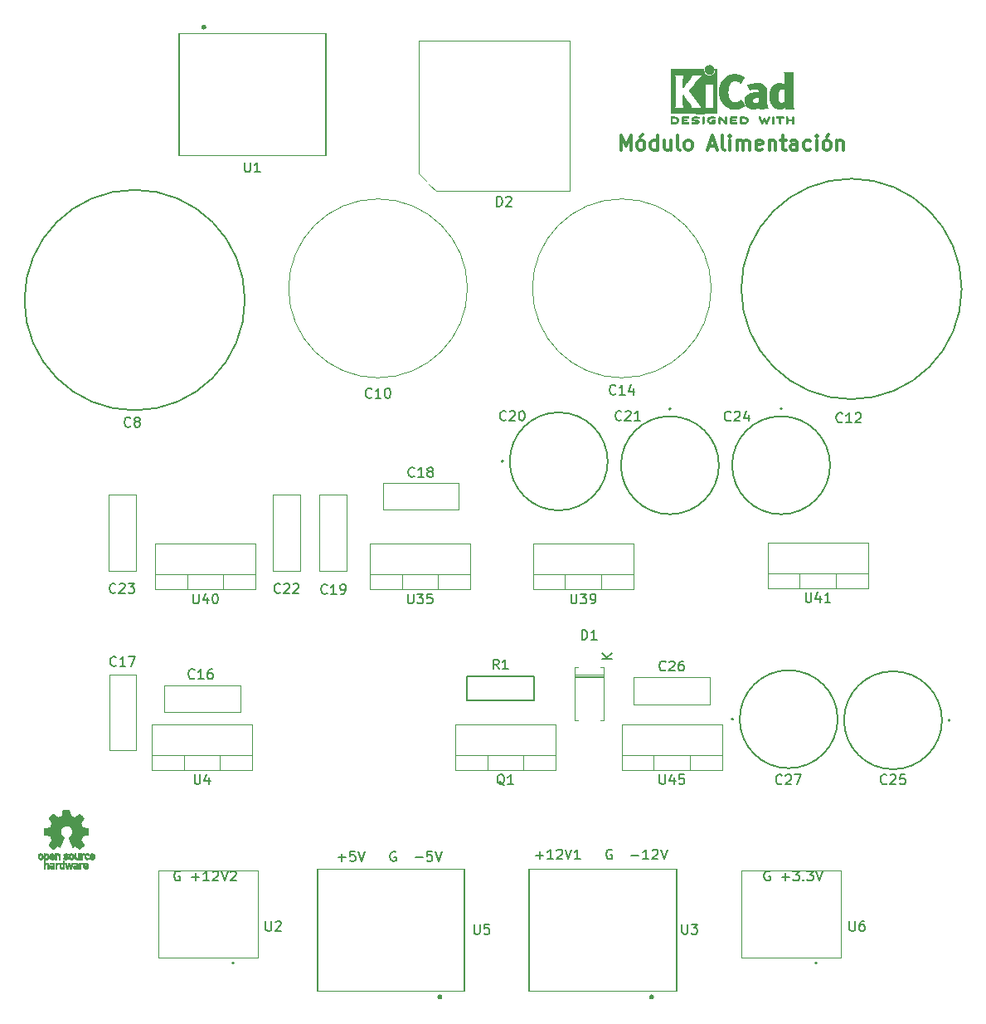
<source format=gbr>
%TF.GenerationSoftware,KiCad,Pcbnew,(6.0.0)*%
%TF.CreationDate,2022-02-28T16:45:58-03:00*%
%TF.ProjectId,Circuito fuente,43697263-7569-4746-9f20-6675656e7465,V02*%
%TF.SameCoordinates,Original*%
%TF.FileFunction,Legend,Top*%
%TF.FilePolarity,Positive*%
%FSLAX46Y46*%
G04 Gerber Fmt 4.6, Leading zero omitted, Abs format (unit mm)*
G04 Created by KiCad (PCBNEW (6.0.0)) date 2022-02-28 16:45:58*
%MOMM*%
%LPD*%
G01*
G04 APERTURE LIST*
%ADD10C,0.200000*%
%ADD11C,0.300000*%
%ADD12C,0.150000*%
%ADD13C,0.120000*%
%ADD14C,0.100000*%
%ADD15C,0.127000*%
%ADD16C,0.500000*%
%ADD17C,0.010000*%
G04 APERTURE END LIST*
D10*
X131785714Y-113371428D02*
X132547619Y-113371428D01*
X132166666Y-113752380D02*
X132166666Y-112990476D01*
X133500000Y-112752380D02*
X133023809Y-112752380D01*
X132976190Y-113228571D01*
X133023809Y-113180952D01*
X133119047Y-113133333D01*
X133357142Y-113133333D01*
X133452380Y-113180952D01*
X133500000Y-113228571D01*
X133547619Y-113323809D01*
X133547619Y-113561904D01*
X133500000Y-113657142D01*
X133452380Y-113704761D01*
X133357142Y-113752380D01*
X133119047Y-113752380D01*
X133023809Y-113704761D01*
X132976190Y-113657142D01*
X133833333Y-112752380D02*
X134166666Y-113752380D01*
X134500000Y-112752380D01*
X137642857Y-112800000D02*
X137547619Y-112752380D01*
X137404761Y-112752380D01*
X137261904Y-112800000D01*
X137166666Y-112895238D01*
X137119047Y-112990476D01*
X137071428Y-113180952D01*
X137071428Y-113323809D01*
X137119047Y-113514285D01*
X137166666Y-113609523D01*
X137261904Y-113704761D01*
X137404761Y-113752380D01*
X137500000Y-113752380D01*
X137642857Y-113704761D01*
X137690476Y-113657142D01*
X137690476Y-113323809D01*
X137500000Y-113323809D01*
X139642857Y-113371428D02*
X140404761Y-113371428D01*
X141357142Y-112752380D02*
X140880952Y-112752380D01*
X140833333Y-113228571D01*
X140880952Y-113180952D01*
X140976190Y-113133333D01*
X141214285Y-113133333D01*
X141309523Y-113180952D01*
X141357142Y-113228571D01*
X141404761Y-113323809D01*
X141404761Y-113561904D01*
X141357142Y-113657142D01*
X141309523Y-113704761D01*
X141214285Y-113752380D01*
X140976190Y-113752380D01*
X140880952Y-113704761D01*
X140833333Y-113657142D01*
X141690476Y-112752380D02*
X142023809Y-113752380D01*
X142357142Y-112752380D01*
X151957142Y-113171428D02*
X152719047Y-113171428D01*
X152338095Y-113552380D02*
X152338095Y-112790476D01*
X153719047Y-113552380D02*
X153147619Y-113552380D01*
X153433333Y-113552380D02*
X153433333Y-112552380D01*
X153338095Y-112695238D01*
X153242857Y-112790476D01*
X153147619Y-112838095D01*
X154100000Y-112647619D02*
X154147619Y-112600000D01*
X154242857Y-112552380D01*
X154480952Y-112552380D01*
X154576190Y-112600000D01*
X154623809Y-112647619D01*
X154671428Y-112742857D01*
X154671428Y-112838095D01*
X154623809Y-112980952D01*
X154052380Y-113552380D01*
X154671428Y-113552380D01*
X154957142Y-112552380D02*
X155290476Y-113552380D01*
X155623809Y-112552380D01*
X156480952Y-113552380D02*
X155909523Y-113552380D01*
X156195238Y-113552380D02*
X156195238Y-112552380D01*
X156100000Y-112695238D01*
X156004761Y-112790476D01*
X155909523Y-112838095D01*
X159719047Y-112600000D02*
X159623809Y-112552380D01*
X159480952Y-112552380D01*
X159338095Y-112600000D01*
X159242857Y-112695238D01*
X159195238Y-112790476D01*
X159147619Y-112980952D01*
X159147619Y-113123809D01*
X159195238Y-113314285D01*
X159242857Y-113409523D01*
X159338095Y-113504761D01*
X159480952Y-113552380D01*
X159576190Y-113552380D01*
X159719047Y-113504761D01*
X159766666Y-113457142D01*
X159766666Y-113123809D01*
X159576190Y-113123809D01*
X161719047Y-113171428D02*
X162480952Y-113171428D01*
X163480952Y-113552380D02*
X162909523Y-113552380D01*
X163195238Y-113552380D02*
X163195238Y-112552380D01*
X163100000Y-112695238D01*
X163004761Y-112790476D01*
X162909523Y-112838095D01*
X163861904Y-112647619D02*
X163909523Y-112600000D01*
X164004761Y-112552380D01*
X164242857Y-112552380D01*
X164338095Y-112600000D01*
X164385714Y-112647619D01*
X164433333Y-112742857D01*
X164433333Y-112838095D01*
X164385714Y-112980952D01*
X163814285Y-113552380D01*
X164433333Y-113552380D01*
X164719047Y-112552380D02*
X165052380Y-113552380D01*
X165385714Y-112552380D01*
X175842857Y-114800000D02*
X175747619Y-114752380D01*
X175604761Y-114752380D01*
X175461904Y-114800000D01*
X175366666Y-114895238D01*
X175319047Y-114990476D01*
X175271428Y-115180952D01*
X175271428Y-115323809D01*
X175319047Y-115514285D01*
X175366666Y-115609523D01*
X175461904Y-115704761D01*
X175604761Y-115752380D01*
X175700000Y-115752380D01*
X175842857Y-115704761D01*
X175890476Y-115657142D01*
X175890476Y-115323809D01*
X175700000Y-115323809D01*
X177080952Y-115371428D02*
X177842857Y-115371428D01*
X177461904Y-115752380D02*
X177461904Y-114990476D01*
X178223809Y-114752380D02*
X178842857Y-114752380D01*
X178509523Y-115133333D01*
X178652380Y-115133333D01*
X178747619Y-115180952D01*
X178795238Y-115228571D01*
X178842857Y-115323809D01*
X178842857Y-115561904D01*
X178795238Y-115657142D01*
X178747619Y-115704761D01*
X178652380Y-115752380D01*
X178366666Y-115752380D01*
X178271428Y-115704761D01*
X178223809Y-115657142D01*
X179271428Y-115657142D02*
X179319047Y-115704761D01*
X179271428Y-115752380D01*
X179223809Y-115704761D01*
X179271428Y-115657142D01*
X179271428Y-115752380D01*
X179652380Y-114752380D02*
X180271428Y-114752380D01*
X179938095Y-115133333D01*
X180080952Y-115133333D01*
X180176190Y-115180952D01*
X180223809Y-115228571D01*
X180271428Y-115323809D01*
X180271428Y-115561904D01*
X180223809Y-115657142D01*
X180176190Y-115704761D01*
X180080952Y-115752380D01*
X179795238Y-115752380D01*
X179700000Y-115704761D01*
X179652380Y-115657142D01*
X180557142Y-114752380D02*
X180890476Y-115752380D01*
X181223809Y-114752380D01*
D11*
X160642857Y-41178571D02*
X160642857Y-39678571D01*
X161142857Y-40750000D01*
X161642857Y-39678571D01*
X161642857Y-41178571D01*
X162571428Y-41178571D02*
X162428571Y-41107142D01*
X162357142Y-41035714D01*
X162285714Y-40892857D01*
X162285714Y-40464285D01*
X162357142Y-40321428D01*
X162428571Y-40250000D01*
X162571428Y-40178571D01*
X162785714Y-40178571D01*
X162928571Y-40250000D01*
X163000000Y-40321428D01*
X163071428Y-40464285D01*
X163071428Y-40892857D01*
X163000000Y-41035714D01*
X162928571Y-41107142D01*
X162785714Y-41178571D01*
X162571428Y-41178571D01*
X162857142Y-39607142D02*
X162642857Y-39821428D01*
X164357142Y-41178571D02*
X164357142Y-39678571D01*
X164357142Y-41107142D02*
X164214285Y-41178571D01*
X163928571Y-41178571D01*
X163785714Y-41107142D01*
X163714285Y-41035714D01*
X163642857Y-40892857D01*
X163642857Y-40464285D01*
X163714285Y-40321428D01*
X163785714Y-40250000D01*
X163928571Y-40178571D01*
X164214285Y-40178571D01*
X164357142Y-40250000D01*
X165714285Y-40178571D02*
X165714285Y-41178571D01*
X165071428Y-40178571D02*
X165071428Y-40964285D01*
X165142857Y-41107142D01*
X165285714Y-41178571D01*
X165500000Y-41178571D01*
X165642857Y-41107142D01*
X165714285Y-41035714D01*
X166642857Y-41178571D02*
X166500000Y-41107142D01*
X166428571Y-40964285D01*
X166428571Y-39678571D01*
X167428571Y-41178571D02*
X167285714Y-41107142D01*
X167214285Y-41035714D01*
X167142857Y-40892857D01*
X167142857Y-40464285D01*
X167214285Y-40321428D01*
X167285714Y-40250000D01*
X167428571Y-40178571D01*
X167642857Y-40178571D01*
X167785714Y-40250000D01*
X167857142Y-40321428D01*
X167928571Y-40464285D01*
X167928571Y-40892857D01*
X167857142Y-41035714D01*
X167785714Y-41107142D01*
X167642857Y-41178571D01*
X167428571Y-41178571D01*
X169642857Y-40750000D02*
X170357142Y-40750000D01*
X169500000Y-41178571D02*
X170000000Y-39678571D01*
X170500000Y-41178571D01*
X171214285Y-41178571D02*
X171071428Y-41107142D01*
X171000000Y-40964285D01*
X171000000Y-39678571D01*
X171785714Y-41178571D02*
X171785714Y-40178571D01*
X171785714Y-39678571D02*
X171714285Y-39750000D01*
X171785714Y-39821428D01*
X171857142Y-39750000D01*
X171785714Y-39678571D01*
X171785714Y-39821428D01*
X172500000Y-41178571D02*
X172500000Y-40178571D01*
X172500000Y-40321428D02*
X172571428Y-40250000D01*
X172714285Y-40178571D01*
X172928571Y-40178571D01*
X173071428Y-40250000D01*
X173142857Y-40392857D01*
X173142857Y-41178571D01*
X173142857Y-40392857D02*
X173214285Y-40250000D01*
X173357142Y-40178571D01*
X173571428Y-40178571D01*
X173714285Y-40250000D01*
X173785714Y-40392857D01*
X173785714Y-41178571D01*
X175071428Y-41107142D02*
X174928571Y-41178571D01*
X174642857Y-41178571D01*
X174500000Y-41107142D01*
X174428571Y-40964285D01*
X174428571Y-40392857D01*
X174500000Y-40250000D01*
X174642857Y-40178571D01*
X174928571Y-40178571D01*
X175071428Y-40250000D01*
X175142857Y-40392857D01*
X175142857Y-40535714D01*
X174428571Y-40678571D01*
X175785714Y-40178571D02*
X175785714Y-41178571D01*
X175785714Y-40321428D02*
X175857142Y-40250000D01*
X176000000Y-40178571D01*
X176214285Y-40178571D01*
X176357142Y-40250000D01*
X176428571Y-40392857D01*
X176428571Y-41178571D01*
X176928571Y-40178571D02*
X177500000Y-40178571D01*
X177142857Y-39678571D02*
X177142857Y-40964285D01*
X177214285Y-41107142D01*
X177357142Y-41178571D01*
X177500000Y-41178571D01*
X178642857Y-41178571D02*
X178642857Y-40392857D01*
X178571428Y-40250000D01*
X178428571Y-40178571D01*
X178142857Y-40178571D01*
X178000000Y-40250000D01*
X178642857Y-41107142D02*
X178500000Y-41178571D01*
X178142857Y-41178571D01*
X178000000Y-41107142D01*
X177928571Y-40964285D01*
X177928571Y-40821428D01*
X178000000Y-40678571D01*
X178142857Y-40607142D01*
X178500000Y-40607142D01*
X178642857Y-40535714D01*
X180000000Y-41107142D02*
X179857142Y-41178571D01*
X179571428Y-41178571D01*
X179428571Y-41107142D01*
X179357142Y-41035714D01*
X179285714Y-40892857D01*
X179285714Y-40464285D01*
X179357142Y-40321428D01*
X179428571Y-40250000D01*
X179571428Y-40178571D01*
X179857142Y-40178571D01*
X180000000Y-40250000D01*
X180642857Y-41178571D02*
X180642857Y-40178571D01*
X180642857Y-39678571D02*
X180571428Y-39750000D01*
X180642857Y-39821428D01*
X180714285Y-39750000D01*
X180642857Y-39678571D01*
X180642857Y-39821428D01*
X181571428Y-41178571D02*
X181428571Y-41107142D01*
X181357142Y-41035714D01*
X181285714Y-40892857D01*
X181285714Y-40464285D01*
X181357142Y-40321428D01*
X181428571Y-40250000D01*
X181571428Y-40178571D01*
X181785714Y-40178571D01*
X181928571Y-40250000D01*
X182000000Y-40321428D01*
X182071428Y-40464285D01*
X182071428Y-40892857D01*
X182000000Y-41035714D01*
X181928571Y-41107142D01*
X181785714Y-41178571D01*
X181571428Y-41178571D01*
X181857142Y-39607142D02*
X181642857Y-39821428D01*
X182714285Y-40178571D02*
X182714285Y-41178571D01*
X182714285Y-40321428D02*
X182785714Y-40250000D01*
X182928571Y-40178571D01*
X183142857Y-40178571D01*
X183285714Y-40250000D01*
X183357142Y-40392857D01*
X183357142Y-41178571D01*
D10*
X115604761Y-114800000D02*
X115509523Y-114752380D01*
X115366666Y-114752380D01*
X115223809Y-114800000D01*
X115128571Y-114895238D01*
X115080952Y-114990476D01*
X115033333Y-115180952D01*
X115033333Y-115323809D01*
X115080952Y-115514285D01*
X115128571Y-115609523D01*
X115223809Y-115704761D01*
X115366666Y-115752380D01*
X115461904Y-115752380D01*
X115604761Y-115704761D01*
X115652380Y-115657142D01*
X115652380Y-115323809D01*
X115461904Y-115323809D01*
X116842857Y-115371428D02*
X117604761Y-115371428D01*
X117223809Y-115752380D02*
X117223809Y-114990476D01*
X118604761Y-115752380D02*
X118033333Y-115752380D01*
X118319047Y-115752380D02*
X118319047Y-114752380D01*
X118223809Y-114895238D01*
X118128571Y-114990476D01*
X118033333Y-115038095D01*
X118985714Y-114847619D02*
X119033333Y-114800000D01*
X119128571Y-114752380D01*
X119366666Y-114752380D01*
X119461904Y-114800000D01*
X119509523Y-114847619D01*
X119557142Y-114942857D01*
X119557142Y-115038095D01*
X119509523Y-115180952D01*
X118938095Y-115752380D01*
X119557142Y-115752380D01*
X119842857Y-114752380D02*
X120176190Y-115752380D01*
X120509523Y-114752380D01*
X120795238Y-114847619D02*
X120842857Y-114800000D01*
X120938095Y-114752380D01*
X121176190Y-114752380D01*
X121271428Y-114800000D01*
X121319047Y-114847619D01*
X121366666Y-114942857D01*
X121366666Y-115038095D01*
X121319047Y-115180952D01*
X120747619Y-115752380D01*
X121366666Y-115752380D01*
D12*
%TO.C,C23*%
X109057142Y-86307142D02*
X109009523Y-86354761D01*
X108866666Y-86402380D01*
X108771428Y-86402380D01*
X108628571Y-86354761D01*
X108533333Y-86259523D01*
X108485714Y-86164285D01*
X108438095Y-85973809D01*
X108438095Y-85830952D01*
X108485714Y-85640476D01*
X108533333Y-85545238D01*
X108628571Y-85450000D01*
X108771428Y-85402380D01*
X108866666Y-85402380D01*
X109009523Y-85450000D01*
X109057142Y-85497619D01*
X109438095Y-85497619D02*
X109485714Y-85450000D01*
X109580952Y-85402380D01*
X109819047Y-85402380D01*
X109914285Y-85450000D01*
X109961904Y-85497619D01*
X110009523Y-85592857D01*
X110009523Y-85688095D01*
X109961904Y-85830952D01*
X109390476Y-86402380D01*
X110009523Y-86402380D01*
X110342857Y-85402380D02*
X110961904Y-85402380D01*
X110628571Y-85783333D01*
X110771428Y-85783333D01*
X110866666Y-85830952D01*
X110914285Y-85878571D01*
X110961904Y-85973809D01*
X110961904Y-86211904D01*
X110914285Y-86307142D01*
X110866666Y-86354761D01*
X110771428Y-86402380D01*
X110485714Y-86402380D01*
X110390476Y-86354761D01*
X110342857Y-86307142D01*
%TO.C,Q1*%
X148756761Y-105991619D02*
X148661523Y-105944000D01*
X148566285Y-105848761D01*
X148423428Y-105705904D01*
X148328190Y-105658285D01*
X148232952Y-105658285D01*
X148280571Y-105896380D02*
X148185333Y-105848761D01*
X148090095Y-105753523D01*
X148042476Y-105563047D01*
X148042476Y-105229714D01*
X148090095Y-105039238D01*
X148185333Y-104944000D01*
X148280571Y-104896380D01*
X148471047Y-104896380D01*
X148566285Y-104944000D01*
X148661523Y-105039238D01*
X148709142Y-105229714D01*
X148709142Y-105563047D01*
X148661523Y-105753523D01*
X148566285Y-105848761D01*
X148471047Y-105896380D01*
X148280571Y-105896380D01*
X149661523Y-105896380D02*
X149090095Y-105896380D01*
X149375809Y-105896380D02*
X149375809Y-104896380D01*
X149280571Y-105039238D01*
X149185333Y-105134476D01*
X149090095Y-105182095D01*
%TO.C,C14*%
X160107142Y-66057142D02*
X160059523Y-66104761D01*
X159916666Y-66152380D01*
X159821428Y-66152380D01*
X159678571Y-66104761D01*
X159583333Y-66009523D01*
X159535714Y-65914285D01*
X159488095Y-65723809D01*
X159488095Y-65580952D01*
X159535714Y-65390476D01*
X159583333Y-65295238D01*
X159678571Y-65200000D01*
X159821428Y-65152380D01*
X159916666Y-65152380D01*
X160059523Y-65200000D01*
X160107142Y-65247619D01*
X161059523Y-66152380D02*
X160488095Y-66152380D01*
X160773809Y-66152380D02*
X160773809Y-65152380D01*
X160678571Y-65295238D01*
X160583333Y-65390476D01*
X160488095Y-65438095D01*
X161916666Y-65485714D02*
X161916666Y-66152380D01*
X161678571Y-65104761D02*
X161440476Y-65819047D01*
X162059523Y-65819047D01*
%TO.C,U41*%
X179511904Y-86327380D02*
X179511904Y-87136904D01*
X179559523Y-87232142D01*
X179607142Y-87279761D01*
X179702380Y-87327380D01*
X179892857Y-87327380D01*
X179988095Y-87279761D01*
X180035714Y-87232142D01*
X180083333Y-87136904D01*
X180083333Y-86327380D01*
X180988095Y-86660714D02*
X180988095Y-87327380D01*
X180750000Y-86279761D02*
X180511904Y-86994047D01*
X181130952Y-86994047D01*
X182035714Y-87327380D02*
X181464285Y-87327380D01*
X181750000Y-87327380D02*
X181750000Y-86327380D01*
X181654761Y-86470238D01*
X181559523Y-86565476D01*
X181464285Y-86613095D01*
%TO.C,C21*%
X160707142Y-68707142D02*
X160659523Y-68754761D01*
X160516666Y-68802380D01*
X160421428Y-68802380D01*
X160278571Y-68754761D01*
X160183333Y-68659523D01*
X160135714Y-68564285D01*
X160088095Y-68373809D01*
X160088095Y-68230952D01*
X160135714Y-68040476D01*
X160183333Y-67945238D01*
X160278571Y-67850000D01*
X160421428Y-67802380D01*
X160516666Y-67802380D01*
X160659523Y-67850000D01*
X160707142Y-67897619D01*
X161088095Y-67897619D02*
X161135714Y-67850000D01*
X161230952Y-67802380D01*
X161469047Y-67802380D01*
X161564285Y-67850000D01*
X161611904Y-67897619D01*
X161659523Y-67992857D01*
X161659523Y-68088095D01*
X161611904Y-68230952D01*
X161040476Y-68802380D01*
X161659523Y-68802380D01*
X162611904Y-68802380D02*
X162040476Y-68802380D01*
X162326190Y-68802380D02*
X162326190Y-67802380D01*
X162230952Y-67945238D01*
X162135714Y-68040476D01*
X162040476Y-68088095D01*
%TO.C,C22*%
X125857142Y-86307142D02*
X125809523Y-86354761D01*
X125666666Y-86402380D01*
X125571428Y-86402380D01*
X125428571Y-86354761D01*
X125333333Y-86259523D01*
X125285714Y-86164285D01*
X125238095Y-85973809D01*
X125238095Y-85830952D01*
X125285714Y-85640476D01*
X125333333Y-85545238D01*
X125428571Y-85450000D01*
X125571428Y-85402380D01*
X125666666Y-85402380D01*
X125809523Y-85450000D01*
X125857142Y-85497619D01*
X126238095Y-85497619D02*
X126285714Y-85450000D01*
X126380952Y-85402380D01*
X126619047Y-85402380D01*
X126714285Y-85450000D01*
X126761904Y-85497619D01*
X126809523Y-85592857D01*
X126809523Y-85688095D01*
X126761904Y-85830952D01*
X126190476Y-86402380D01*
X126809523Y-86402380D01*
X127190476Y-85497619D02*
X127238095Y-85450000D01*
X127333333Y-85402380D01*
X127571428Y-85402380D01*
X127666666Y-85450000D01*
X127714285Y-85497619D01*
X127761904Y-85592857D01*
X127761904Y-85688095D01*
X127714285Y-85830952D01*
X127142857Y-86402380D01*
X127761904Y-86402380D01*
%TO.C,U1*%
X122238095Y-42452380D02*
X122238095Y-43261904D01*
X122285714Y-43357142D01*
X122333333Y-43404761D01*
X122428571Y-43452380D01*
X122619047Y-43452380D01*
X122714285Y-43404761D01*
X122761904Y-43357142D01*
X122809523Y-43261904D01*
X122809523Y-42452380D01*
X123809523Y-43452380D02*
X123238095Y-43452380D01*
X123523809Y-43452380D02*
X123523809Y-42452380D01*
X123428571Y-42595238D01*
X123333333Y-42690476D01*
X123238095Y-42738095D01*
%TO.C,C17*%
X109107142Y-93757142D02*
X109059523Y-93804761D01*
X108916666Y-93852380D01*
X108821428Y-93852380D01*
X108678571Y-93804761D01*
X108583333Y-93709523D01*
X108535714Y-93614285D01*
X108488095Y-93423809D01*
X108488095Y-93280952D01*
X108535714Y-93090476D01*
X108583333Y-92995238D01*
X108678571Y-92900000D01*
X108821428Y-92852380D01*
X108916666Y-92852380D01*
X109059523Y-92900000D01*
X109107142Y-92947619D01*
X110059523Y-93852380D02*
X109488095Y-93852380D01*
X109773809Y-93852380D02*
X109773809Y-92852380D01*
X109678571Y-92995238D01*
X109583333Y-93090476D01*
X109488095Y-93138095D01*
X110392857Y-92852380D02*
X111059523Y-92852380D01*
X110630952Y-93852380D01*
%TO.C,U5*%
X145668095Y-120192380D02*
X145668095Y-121001904D01*
X145715714Y-121097142D01*
X145763333Y-121144761D01*
X145858571Y-121192380D01*
X146049047Y-121192380D01*
X146144285Y-121144761D01*
X146191904Y-121097142D01*
X146239523Y-121001904D01*
X146239523Y-120192380D01*
X147191904Y-120192380D02*
X146715714Y-120192380D01*
X146668095Y-120668571D01*
X146715714Y-120620952D01*
X146810952Y-120573333D01*
X147049047Y-120573333D01*
X147144285Y-120620952D01*
X147191904Y-120668571D01*
X147239523Y-120763809D01*
X147239523Y-121001904D01*
X147191904Y-121097142D01*
X147144285Y-121144761D01*
X147049047Y-121192380D01*
X146810952Y-121192380D01*
X146715714Y-121144761D01*
X146668095Y-121097142D01*
%TO.C,C25*%
X187781142Y-105807142D02*
X187733523Y-105854761D01*
X187590666Y-105902380D01*
X187495428Y-105902380D01*
X187352571Y-105854761D01*
X187257333Y-105759523D01*
X187209714Y-105664285D01*
X187162095Y-105473809D01*
X187162095Y-105330952D01*
X187209714Y-105140476D01*
X187257333Y-105045238D01*
X187352571Y-104950000D01*
X187495428Y-104902380D01*
X187590666Y-104902380D01*
X187733523Y-104950000D01*
X187781142Y-104997619D01*
X188162095Y-104997619D02*
X188209714Y-104950000D01*
X188304952Y-104902380D01*
X188543047Y-104902380D01*
X188638285Y-104950000D01*
X188685904Y-104997619D01*
X188733523Y-105092857D01*
X188733523Y-105188095D01*
X188685904Y-105330952D01*
X188114476Y-105902380D01*
X188733523Y-105902380D01*
X189638285Y-104902380D02*
X189162095Y-104902380D01*
X189114476Y-105378571D01*
X189162095Y-105330952D01*
X189257333Y-105283333D01*
X189495428Y-105283333D01*
X189590666Y-105330952D01*
X189638285Y-105378571D01*
X189685904Y-105473809D01*
X189685904Y-105711904D01*
X189638285Y-105807142D01*
X189590666Y-105854761D01*
X189495428Y-105902380D01*
X189257333Y-105902380D01*
X189162095Y-105854761D01*
X189114476Y-105807142D01*
%TO.C,U40*%
X116971904Y-86472380D02*
X116971904Y-87281904D01*
X117019523Y-87377142D01*
X117067142Y-87424761D01*
X117162380Y-87472380D01*
X117352857Y-87472380D01*
X117448095Y-87424761D01*
X117495714Y-87377142D01*
X117543333Y-87281904D01*
X117543333Y-86472380D01*
X118448095Y-86805714D02*
X118448095Y-87472380D01*
X118210000Y-86424761D02*
X117971904Y-87139047D01*
X118590952Y-87139047D01*
X119162380Y-86472380D02*
X119257619Y-86472380D01*
X119352857Y-86520000D01*
X119400476Y-86567619D01*
X119448095Y-86662857D01*
X119495714Y-86853333D01*
X119495714Y-87091428D01*
X119448095Y-87281904D01*
X119400476Y-87377142D01*
X119352857Y-87424761D01*
X119257619Y-87472380D01*
X119162380Y-87472380D01*
X119067142Y-87424761D01*
X119019523Y-87377142D01*
X118971904Y-87281904D01*
X118924285Y-87091428D01*
X118924285Y-86853333D01*
X118971904Y-86662857D01*
X119019523Y-86567619D01*
X119067142Y-86520000D01*
X119162380Y-86472380D01*
%TO.C,C26*%
X165199142Y-94231142D02*
X165151523Y-94278761D01*
X165008666Y-94326380D01*
X164913428Y-94326380D01*
X164770571Y-94278761D01*
X164675333Y-94183523D01*
X164627714Y-94088285D01*
X164580095Y-93897809D01*
X164580095Y-93754952D01*
X164627714Y-93564476D01*
X164675333Y-93469238D01*
X164770571Y-93374000D01*
X164913428Y-93326380D01*
X165008666Y-93326380D01*
X165151523Y-93374000D01*
X165199142Y-93421619D01*
X165580095Y-93421619D02*
X165627714Y-93374000D01*
X165722952Y-93326380D01*
X165961047Y-93326380D01*
X166056285Y-93374000D01*
X166103904Y-93421619D01*
X166151523Y-93516857D01*
X166151523Y-93612095D01*
X166103904Y-93754952D01*
X165532476Y-94326380D01*
X166151523Y-94326380D01*
X167008666Y-93326380D02*
X166818190Y-93326380D01*
X166722952Y-93374000D01*
X166675333Y-93421619D01*
X166580095Y-93564476D01*
X166532476Y-93754952D01*
X166532476Y-94135904D01*
X166580095Y-94231142D01*
X166627714Y-94278761D01*
X166722952Y-94326380D01*
X166913428Y-94326380D01*
X167008666Y-94278761D01*
X167056285Y-94231142D01*
X167103904Y-94135904D01*
X167103904Y-93897809D01*
X167056285Y-93802571D01*
X167008666Y-93754952D01*
X166913428Y-93707333D01*
X166722952Y-93707333D01*
X166627714Y-93754952D01*
X166580095Y-93802571D01*
X166532476Y-93897809D01*
%TO.C,D1*%
X156661904Y-91152380D02*
X156661904Y-90152380D01*
X156900000Y-90152380D01*
X157042857Y-90200000D01*
X157138095Y-90295238D01*
X157185714Y-90390476D01*
X157233333Y-90580952D01*
X157233333Y-90723809D01*
X157185714Y-90914285D01*
X157138095Y-91009523D01*
X157042857Y-91104761D01*
X156900000Y-91152380D01*
X156661904Y-91152380D01*
X158185714Y-91152380D02*
X157614285Y-91152380D01*
X157900000Y-91152380D02*
X157900000Y-90152380D01*
X157804761Y-90295238D01*
X157709523Y-90390476D01*
X157614285Y-90438095D01*
X159744380Y-93125904D02*
X158744380Y-93125904D01*
X159744380Y-92554476D02*
X159172952Y-92983047D01*
X158744380Y-92554476D02*
X159315809Y-93125904D01*
%TO.C,R1*%
X148183333Y-94152380D02*
X147850000Y-93676190D01*
X147611904Y-94152380D02*
X147611904Y-93152380D01*
X147992857Y-93152380D01*
X148088095Y-93200000D01*
X148135714Y-93247619D01*
X148183333Y-93342857D01*
X148183333Y-93485714D01*
X148135714Y-93580952D01*
X148088095Y-93628571D01*
X147992857Y-93676190D01*
X147611904Y-93676190D01*
X149135714Y-94152380D02*
X148564285Y-94152380D01*
X148850000Y-94152380D02*
X148850000Y-93152380D01*
X148754761Y-93295238D01*
X148659523Y-93390476D01*
X148564285Y-93438095D01*
%TO.C,U39*%
X155555236Y-86472380D02*
X155555236Y-87281904D01*
X155602855Y-87377142D01*
X155650474Y-87424761D01*
X155745712Y-87472380D01*
X155936189Y-87472380D01*
X156031427Y-87424761D01*
X156079046Y-87377142D01*
X156126665Y-87281904D01*
X156126665Y-86472380D01*
X156507617Y-86472380D02*
X157126665Y-86472380D01*
X156793332Y-86853333D01*
X156936189Y-86853333D01*
X157031427Y-86900952D01*
X157079046Y-86948571D01*
X157126665Y-87043809D01*
X157126665Y-87281904D01*
X157079046Y-87377142D01*
X157031427Y-87424761D01*
X156936189Y-87472380D01*
X156650474Y-87472380D01*
X156555236Y-87424761D01*
X156507617Y-87377142D01*
X157602855Y-87472380D02*
X157793332Y-87472380D01*
X157888570Y-87424761D01*
X157936189Y-87377142D01*
X158031427Y-87234285D01*
X158079046Y-87043809D01*
X158079046Y-86662857D01*
X158031427Y-86567619D01*
X157983808Y-86520000D01*
X157888570Y-86472380D01*
X157698093Y-86472380D01*
X157602855Y-86520000D01*
X157555236Y-86567619D01*
X157507617Y-86662857D01*
X157507617Y-86900952D01*
X157555236Y-86996190D01*
X157602855Y-87043809D01*
X157698093Y-87091428D01*
X157888570Y-87091428D01*
X157983808Y-87043809D01*
X158031427Y-86996190D01*
X158079046Y-86900952D01*
%TO.C,U45*%
X164603904Y-104896380D02*
X164603904Y-105705904D01*
X164651523Y-105801142D01*
X164699142Y-105848761D01*
X164794380Y-105896380D01*
X164984857Y-105896380D01*
X165080095Y-105848761D01*
X165127714Y-105801142D01*
X165175333Y-105705904D01*
X165175333Y-104896380D01*
X166080095Y-105229714D02*
X166080095Y-105896380D01*
X165842000Y-104848761D02*
X165603904Y-105563047D01*
X166222952Y-105563047D01*
X167080095Y-104896380D02*
X166603904Y-104896380D01*
X166556285Y-105372571D01*
X166603904Y-105324952D01*
X166699142Y-105277333D01*
X166937238Y-105277333D01*
X167032476Y-105324952D01*
X167080095Y-105372571D01*
X167127714Y-105467809D01*
X167127714Y-105705904D01*
X167080095Y-105801142D01*
X167032476Y-105848761D01*
X166937238Y-105896380D01*
X166699142Y-105896380D01*
X166603904Y-105848761D01*
X166556285Y-105801142D01*
%TO.C,U6*%
X183979095Y-119861030D02*
X183979095Y-120670554D01*
X184026714Y-120765792D01*
X184074333Y-120813411D01*
X184169571Y-120861030D01*
X184360047Y-120861030D01*
X184455285Y-120813411D01*
X184502904Y-120765792D01*
X184550523Y-120670554D01*
X184550523Y-119861030D01*
X185455285Y-119861030D02*
X185264809Y-119861030D01*
X185169571Y-119908650D01*
X185121952Y-119956269D01*
X185026714Y-120099126D01*
X184979095Y-120289602D01*
X184979095Y-120670554D01*
X185026714Y-120765792D01*
X185074333Y-120813411D01*
X185169571Y-120861030D01*
X185360047Y-120861030D01*
X185455285Y-120813411D01*
X185502904Y-120765792D01*
X185550523Y-120670554D01*
X185550523Y-120432459D01*
X185502904Y-120337221D01*
X185455285Y-120289602D01*
X185360047Y-120241983D01*
X185169571Y-120241983D01*
X185074333Y-120289602D01*
X185026714Y-120337221D01*
X184979095Y-120432459D01*
%TO.C,C19*%
X130657142Y-86407142D02*
X130609523Y-86454761D01*
X130466666Y-86502380D01*
X130371428Y-86502380D01*
X130228571Y-86454761D01*
X130133333Y-86359523D01*
X130085714Y-86264285D01*
X130038095Y-86073809D01*
X130038095Y-85930952D01*
X130085714Y-85740476D01*
X130133333Y-85645238D01*
X130228571Y-85550000D01*
X130371428Y-85502380D01*
X130466666Y-85502380D01*
X130609523Y-85550000D01*
X130657142Y-85597619D01*
X131609523Y-86502380D02*
X131038095Y-86502380D01*
X131323809Y-86502380D02*
X131323809Y-85502380D01*
X131228571Y-85645238D01*
X131133333Y-85740476D01*
X131038095Y-85788095D01*
X132085714Y-86502380D02*
X132276190Y-86502380D01*
X132371428Y-86454761D01*
X132419047Y-86407142D01*
X132514285Y-86264285D01*
X132561904Y-86073809D01*
X132561904Y-85692857D01*
X132514285Y-85597619D01*
X132466666Y-85550000D01*
X132371428Y-85502380D01*
X132180952Y-85502380D01*
X132085714Y-85550000D01*
X132038095Y-85597619D01*
X131990476Y-85692857D01*
X131990476Y-85930952D01*
X132038095Y-86026190D01*
X132085714Y-86073809D01*
X132180952Y-86121428D01*
X132371428Y-86121428D01*
X132466666Y-86073809D01*
X132514285Y-86026190D01*
X132561904Y-85930952D01*
%TO.C,C27*%
X177081142Y-105821142D02*
X177033523Y-105868761D01*
X176890666Y-105916380D01*
X176795428Y-105916380D01*
X176652571Y-105868761D01*
X176557333Y-105773523D01*
X176509714Y-105678285D01*
X176462095Y-105487809D01*
X176462095Y-105344952D01*
X176509714Y-105154476D01*
X176557333Y-105059238D01*
X176652571Y-104964000D01*
X176795428Y-104916380D01*
X176890666Y-104916380D01*
X177033523Y-104964000D01*
X177081142Y-105011619D01*
X177462095Y-105011619D02*
X177509714Y-104964000D01*
X177604952Y-104916380D01*
X177843047Y-104916380D01*
X177938285Y-104964000D01*
X177985904Y-105011619D01*
X178033523Y-105106857D01*
X178033523Y-105202095D01*
X177985904Y-105344952D01*
X177414476Y-105916380D01*
X178033523Y-105916380D01*
X178366857Y-104916380D02*
X179033523Y-104916380D01*
X178604952Y-105916380D01*
%TO.C,U2*%
X124382695Y-119861030D02*
X124382695Y-120670554D01*
X124430314Y-120765792D01*
X124477933Y-120813411D01*
X124573171Y-120861030D01*
X124763647Y-120861030D01*
X124858885Y-120813411D01*
X124906504Y-120765792D01*
X124954123Y-120670554D01*
X124954123Y-119861030D01*
X125382695Y-119956269D02*
X125430314Y-119908650D01*
X125525552Y-119861030D01*
X125763647Y-119861030D01*
X125858885Y-119908650D01*
X125906504Y-119956269D01*
X125954123Y-120051507D01*
X125954123Y-120146745D01*
X125906504Y-120289602D01*
X125335076Y-120861030D01*
X125954123Y-120861030D01*
%TO.C,C10*%
X135194808Y-66407142D02*
X135147189Y-66454761D01*
X135004332Y-66502380D01*
X134909094Y-66502380D01*
X134766237Y-66454761D01*
X134670999Y-66359523D01*
X134623380Y-66264285D01*
X134575761Y-66073809D01*
X134575761Y-65930952D01*
X134623380Y-65740476D01*
X134670999Y-65645238D01*
X134766237Y-65550000D01*
X134909094Y-65502380D01*
X135004332Y-65502380D01*
X135147189Y-65550000D01*
X135194808Y-65597619D01*
X136147189Y-66502380D02*
X135575761Y-66502380D01*
X135861475Y-66502380D02*
X135861475Y-65502380D01*
X135766237Y-65645238D01*
X135670999Y-65740476D01*
X135575761Y-65788095D01*
X136766237Y-65502380D02*
X136861475Y-65502380D01*
X136956713Y-65550000D01*
X137004332Y-65597619D01*
X137051951Y-65692857D01*
X137099570Y-65883333D01*
X137099570Y-66121428D01*
X137051951Y-66311904D01*
X137004332Y-66407142D01*
X136956713Y-66454761D01*
X136861475Y-66502380D01*
X136766237Y-66502380D01*
X136670999Y-66454761D01*
X136623380Y-66407142D01*
X136575761Y-66311904D01*
X136528142Y-66121428D01*
X136528142Y-65883333D01*
X136575761Y-65692857D01*
X136623380Y-65597619D01*
X136670999Y-65550000D01*
X136766237Y-65502380D01*
%TO.C,U4*%
X117115095Y-104896380D02*
X117115095Y-105705904D01*
X117162714Y-105801142D01*
X117210333Y-105848761D01*
X117305571Y-105896380D01*
X117496047Y-105896380D01*
X117591285Y-105848761D01*
X117638904Y-105801142D01*
X117686523Y-105705904D01*
X117686523Y-104896380D01*
X118591285Y-105229714D02*
X118591285Y-105896380D01*
X118353190Y-104848761D02*
X118115095Y-105563047D01*
X118734142Y-105563047D01*
%TO.C,C16*%
X117107142Y-95057142D02*
X117059523Y-95104761D01*
X116916666Y-95152380D01*
X116821428Y-95152380D01*
X116678571Y-95104761D01*
X116583333Y-95009523D01*
X116535714Y-94914285D01*
X116488095Y-94723809D01*
X116488095Y-94580952D01*
X116535714Y-94390476D01*
X116583333Y-94295238D01*
X116678571Y-94200000D01*
X116821428Y-94152380D01*
X116916666Y-94152380D01*
X117059523Y-94200000D01*
X117107142Y-94247619D01*
X118059523Y-95152380D02*
X117488095Y-95152380D01*
X117773809Y-95152380D02*
X117773809Y-94152380D01*
X117678571Y-94295238D01*
X117583333Y-94390476D01*
X117488095Y-94438095D01*
X118916666Y-94152380D02*
X118726190Y-94152380D01*
X118630952Y-94200000D01*
X118583333Y-94247619D01*
X118488095Y-94390476D01*
X118440476Y-94580952D01*
X118440476Y-94961904D01*
X118488095Y-95057142D01*
X118535714Y-95104761D01*
X118630952Y-95152380D01*
X118821428Y-95152380D01*
X118916666Y-95104761D01*
X118964285Y-95057142D01*
X119011904Y-94961904D01*
X119011904Y-94723809D01*
X118964285Y-94628571D01*
X118916666Y-94580952D01*
X118821428Y-94533333D01*
X118630952Y-94533333D01*
X118535714Y-94580952D01*
X118488095Y-94628571D01*
X118440476Y-94723809D01*
%TO.C,D2*%
X147961904Y-46926380D02*
X147961904Y-45926380D01*
X148200000Y-45926380D01*
X148342857Y-45974000D01*
X148438095Y-46069238D01*
X148485714Y-46164476D01*
X148533333Y-46354952D01*
X148533333Y-46497809D01*
X148485714Y-46688285D01*
X148438095Y-46783523D01*
X148342857Y-46878761D01*
X148200000Y-46926380D01*
X147961904Y-46926380D01*
X148914285Y-46021619D02*
X148961904Y-45974000D01*
X149057142Y-45926380D01*
X149295238Y-45926380D01*
X149390476Y-45974000D01*
X149438095Y-46021619D01*
X149485714Y-46116857D01*
X149485714Y-46212095D01*
X149438095Y-46354952D01*
X148866666Y-46926380D01*
X149485714Y-46926380D01*
%TO.C,C12*%
X183257142Y-68907142D02*
X183209523Y-68954761D01*
X183066666Y-69002380D01*
X182971428Y-69002380D01*
X182828571Y-68954761D01*
X182733333Y-68859523D01*
X182685714Y-68764285D01*
X182638095Y-68573809D01*
X182638095Y-68430952D01*
X182685714Y-68240476D01*
X182733333Y-68145238D01*
X182828571Y-68050000D01*
X182971428Y-68002380D01*
X183066666Y-68002380D01*
X183209523Y-68050000D01*
X183257142Y-68097619D01*
X184209523Y-69002380D02*
X183638095Y-69002380D01*
X183923809Y-69002380D02*
X183923809Y-68002380D01*
X183828571Y-68145238D01*
X183733333Y-68240476D01*
X183638095Y-68288095D01*
X184590476Y-68097619D02*
X184638095Y-68050000D01*
X184733333Y-68002380D01*
X184971428Y-68002380D01*
X185066666Y-68050000D01*
X185114285Y-68097619D01*
X185161904Y-68192857D01*
X185161904Y-68288095D01*
X185114285Y-68430952D01*
X184542857Y-69002380D01*
X185161904Y-69002380D01*
%TO.C,C24*%
X171857142Y-68757142D02*
X171809523Y-68804761D01*
X171666666Y-68852380D01*
X171571428Y-68852380D01*
X171428571Y-68804761D01*
X171333333Y-68709523D01*
X171285714Y-68614285D01*
X171238095Y-68423809D01*
X171238095Y-68280952D01*
X171285714Y-68090476D01*
X171333333Y-67995238D01*
X171428571Y-67900000D01*
X171571428Y-67852380D01*
X171666666Y-67852380D01*
X171809523Y-67900000D01*
X171857142Y-67947619D01*
X172238095Y-67947619D02*
X172285714Y-67900000D01*
X172380952Y-67852380D01*
X172619047Y-67852380D01*
X172714285Y-67900000D01*
X172761904Y-67947619D01*
X172809523Y-68042857D01*
X172809523Y-68138095D01*
X172761904Y-68280952D01*
X172190476Y-68852380D01*
X172809523Y-68852380D01*
X173666666Y-68185714D02*
X173666666Y-68852380D01*
X173428571Y-67804761D02*
X173190476Y-68519047D01*
X173809523Y-68519047D01*
%TO.C,U3*%
X166888095Y-120182380D02*
X166888095Y-120991904D01*
X166935714Y-121087142D01*
X166983333Y-121134761D01*
X167078571Y-121182380D01*
X167269047Y-121182380D01*
X167364285Y-121134761D01*
X167411904Y-121087142D01*
X167459523Y-120991904D01*
X167459523Y-120182380D01*
X167840476Y-120182380D02*
X168459523Y-120182380D01*
X168126190Y-120563333D01*
X168269047Y-120563333D01*
X168364285Y-120610952D01*
X168411904Y-120658571D01*
X168459523Y-120753809D01*
X168459523Y-120991904D01*
X168411904Y-121087142D01*
X168364285Y-121134761D01*
X168269047Y-121182380D01*
X167983333Y-121182380D01*
X167888095Y-121134761D01*
X167840476Y-121087142D01*
%TO.C,C18*%
X139557142Y-74457142D02*
X139509523Y-74504761D01*
X139366666Y-74552380D01*
X139271428Y-74552380D01*
X139128571Y-74504761D01*
X139033333Y-74409523D01*
X138985714Y-74314285D01*
X138938095Y-74123809D01*
X138938095Y-73980952D01*
X138985714Y-73790476D01*
X139033333Y-73695238D01*
X139128571Y-73600000D01*
X139271428Y-73552380D01*
X139366666Y-73552380D01*
X139509523Y-73600000D01*
X139557142Y-73647619D01*
X140509523Y-74552380D02*
X139938095Y-74552380D01*
X140223809Y-74552380D02*
X140223809Y-73552380D01*
X140128571Y-73695238D01*
X140033333Y-73790476D01*
X139938095Y-73838095D01*
X141080952Y-73980952D02*
X140985714Y-73933333D01*
X140938095Y-73885714D01*
X140890476Y-73790476D01*
X140890476Y-73742857D01*
X140938095Y-73647619D01*
X140985714Y-73600000D01*
X141080952Y-73552380D01*
X141271428Y-73552380D01*
X141366666Y-73600000D01*
X141414285Y-73647619D01*
X141461904Y-73742857D01*
X141461904Y-73790476D01*
X141414285Y-73885714D01*
X141366666Y-73933333D01*
X141271428Y-73980952D01*
X141080952Y-73980952D01*
X140985714Y-74028571D01*
X140938095Y-74076190D01*
X140890476Y-74171428D01*
X140890476Y-74361904D01*
X140938095Y-74457142D01*
X140985714Y-74504761D01*
X141080952Y-74552380D01*
X141271428Y-74552380D01*
X141366666Y-74504761D01*
X141414285Y-74457142D01*
X141461904Y-74361904D01*
X141461904Y-74171428D01*
X141414285Y-74076190D01*
X141366666Y-74028571D01*
X141271428Y-73980952D01*
%TO.C,U35*%
X138888570Y-86472380D02*
X138888570Y-87281904D01*
X138936189Y-87377142D01*
X138983808Y-87424761D01*
X139079046Y-87472380D01*
X139269523Y-87472380D01*
X139364761Y-87424761D01*
X139412380Y-87377142D01*
X139459999Y-87281904D01*
X139459999Y-86472380D01*
X139840951Y-86472380D02*
X140459999Y-86472380D01*
X140126666Y-86853333D01*
X140269523Y-86853333D01*
X140364761Y-86900952D01*
X140412380Y-86948571D01*
X140459999Y-87043809D01*
X140459999Y-87281904D01*
X140412380Y-87377142D01*
X140364761Y-87424761D01*
X140269523Y-87472380D01*
X139983808Y-87472380D01*
X139888570Y-87424761D01*
X139840951Y-87377142D01*
X141364761Y-86472380D02*
X140888570Y-86472380D01*
X140840951Y-86948571D01*
X140888570Y-86900952D01*
X140983808Y-86853333D01*
X141221904Y-86853333D01*
X141317142Y-86900952D01*
X141364761Y-86948571D01*
X141412380Y-87043809D01*
X141412380Y-87281904D01*
X141364761Y-87377142D01*
X141317142Y-87424761D01*
X141221904Y-87472380D01*
X140983808Y-87472380D01*
X140888570Y-87424761D01*
X140840951Y-87377142D01*
%TO.C,C20*%
X148907142Y-68707142D02*
X148859523Y-68754761D01*
X148716666Y-68802380D01*
X148621428Y-68802380D01*
X148478571Y-68754761D01*
X148383333Y-68659523D01*
X148335714Y-68564285D01*
X148288095Y-68373809D01*
X148288095Y-68230952D01*
X148335714Y-68040476D01*
X148383333Y-67945238D01*
X148478571Y-67850000D01*
X148621428Y-67802380D01*
X148716666Y-67802380D01*
X148859523Y-67850000D01*
X148907142Y-67897619D01*
X149288095Y-67897619D02*
X149335714Y-67850000D01*
X149430952Y-67802380D01*
X149669047Y-67802380D01*
X149764285Y-67850000D01*
X149811904Y-67897619D01*
X149859523Y-67992857D01*
X149859523Y-68088095D01*
X149811904Y-68230952D01*
X149240476Y-68802380D01*
X149859523Y-68802380D01*
X150478571Y-67802380D02*
X150573809Y-67802380D01*
X150669047Y-67850000D01*
X150716666Y-67897619D01*
X150764285Y-67992857D01*
X150811904Y-68183333D01*
X150811904Y-68421428D01*
X150764285Y-68611904D01*
X150716666Y-68707142D01*
X150669047Y-68754761D01*
X150573809Y-68802380D01*
X150478571Y-68802380D01*
X150383333Y-68754761D01*
X150335714Y-68707142D01*
X150288095Y-68611904D01*
X150240476Y-68421428D01*
X150240476Y-68183333D01*
X150288095Y-67992857D01*
X150335714Y-67897619D01*
X150383333Y-67850000D01*
X150478571Y-67802380D01*
%TO.C,C8*%
X110583333Y-69357142D02*
X110535714Y-69404761D01*
X110392857Y-69452380D01*
X110297619Y-69452380D01*
X110154761Y-69404761D01*
X110059523Y-69309523D01*
X110011904Y-69214285D01*
X109964285Y-69023809D01*
X109964285Y-68880952D01*
X110011904Y-68690476D01*
X110059523Y-68595238D01*
X110154761Y-68500000D01*
X110297619Y-68452380D01*
X110392857Y-68452380D01*
X110535714Y-68500000D01*
X110583333Y-68547619D01*
X111154761Y-68880952D02*
X111059523Y-68833333D01*
X111011904Y-68785714D01*
X110964285Y-68690476D01*
X110964285Y-68642857D01*
X111011904Y-68547619D01*
X111059523Y-68500000D01*
X111154761Y-68452380D01*
X111345238Y-68452380D01*
X111440476Y-68500000D01*
X111488095Y-68547619D01*
X111535714Y-68642857D01*
X111535714Y-68690476D01*
X111488095Y-68785714D01*
X111440476Y-68833333D01*
X111345238Y-68880952D01*
X111154761Y-68880952D01*
X111059523Y-68928571D01*
X111011904Y-68976190D01*
X110964285Y-69071428D01*
X110964285Y-69261904D01*
X111011904Y-69357142D01*
X111059523Y-69404761D01*
X111154761Y-69452380D01*
X111345238Y-69452380D01*
X111440476Y-69404761D01*
X111488095Y-69357142D01*
X111535714Y-69261904D01*
X111535714Y-69071428D01*
X111488095Y-68976190D01*
X111440476Y-68928571D01*
X111345238Y-68880952D01*
D13*
%TO.C,C23*%
X111120000Y-84120000D02*
X111120000Y-76380000D01*
X108380000Y-84120000D02*
X111120000Y-84120000D01*
X108380000Y-84120000D02*
X108380000Y-76380000D01*
X108380000Y-76380000D02*
X111120000Y-76380000D01*
%TO.C,Q1*%
X143732000Y-104444000D02*
X143732000Y-99803000D01*
X153972000Y-104444000D02*
X153972000Y-99803000D01*
X153972000Y-104444000D02*
X143732000Y-104444000D01*
X153972000Y-99803000D02*
X143732000Y-99803000D01*
X153972000Y-102934000D02*
X143732000Y-102934000D01*
X150702000Y-104444000D02*
X150702000Y-102934000D01*
X147001000Y-104444000D02*
X147001000Y-102934000D01*
D14*
%TO.C,C14*%
X169863000Y-55304000D02*
G75*
G03*
X169863000Y-55304000I-9125000J0D01*
G01*
D13*
%TO.C,U41*%
X185870000Y-84365000D02*
X175630000Y-84365000D01*
X185870000Y-85875000D02*
X175630000Y-85875000D01*
X175630000Y-85875000D02*
X175630000Y-81234000D01*
X178899000Y-85875000D02*
X178899000Y-84365000D01*
X182600000Y-85875000D02*
X182600000Y-84365000D01*
X185870000Y-81234000D02*
X175630000Y-81234000D01*
X185870000Y-85875000D02*
X185870000Y-81234000D01*
D10*
%TO.C,C21*%
X165750000Y-67600000D02*
G75*
G03*
X165750000Y-67600000I-100000J0D01*
G01*
D15*
X170650000Y-73350000D02*
G75*
G03*
X170650000Y-73350000I-5000000J0D01*
G01*
D13*
%TO.C,C22*%
X127870000Y-84120000D02*
X127870000Y-76380000D01*
X125130000Y-76380000D02*
X127870000Y-76380000D01*
X125130000Y-84120000D02*
X127870000Y-84120000D01*
X125130000Y-84120000D02*
X125130000Y-76380000D01*
D15*
%TO.C,U1*%
X115500000Y-29250000D02*
X115500000Y-41750000D01*
X130500000Y-29250000D02*
X130500000Y-41750000D01*
D13*
X115500000Y-29250000D02*
X130500000Y-29250000D01*
X115500000Y-41750000D02*
X130500000Y-41750000D01*
D16*
X118075000Y-28650000D02*
G75*
G03*
X118075000Y-28650000I-25000J0D01*
G01*
D13*
%TO.C,C17*%
X111162000Y-102454000D02*
X111162000Y-94714000D01*
X108422000Y-94714000D02*
X111162000Y-94714000D01*
X108422000Y-102454000D02*
X111162000Y-102454000D01*
X108422000Y-102454000D02*
X108422000Y-94714000D01*
%TO.C,U5*%
X144690500Y-114500000D02*
X129690500Y-114500000D01*
X144690500Y-127000000D02*
X129690500Y-127000000D01*
D15*
X144690500Y-127000000D02*
X144690500Y-114500000D01*
X129690500Y-127000000D02*
X129690500Y-114500000D01*
D16*
X142165500Y-127600000D02*
G75*
G03*
X142165500Y-127600000I-25000J0D01*
G01*
D15*
%TO.C,C25*%
X193424000Y-99370750D02*
G75*
G03*
X193424000Y-99370750I-5000000J0D01*
G01*
D10*
X194274000Y-99370750D02*
G75*
G03*
X194274000Y-99370750I-100000J0D01*
G01*
D13*
%TO.C,U40*%
X123330000Y-84510000D02*
X113090000Y-84510000D01*
X123330000Y-86020000D02*
X113090000Y-86020000D01*
X123330000Y-81379000D02*
X113090000Y-81379000D01*
X123330000Y-86020000D02*
X123330000Y-81379000D01*
X120060000Y-86020000D02*
X120060000Y-84510000D01*
X113090000Y-86020000D02*
X113090000Y-81379000D01*
X116359000Y-86020000D02*
X116359000Y-84510000D01*
%TO.C,C26*%
X169712000Y-95004000D02*
X169712000Y-97744000D01*
X161972000Y-95004000D02*
X161972000Y-97744000D01*
X161972000Y-97744000D02*
X169712000Y-97744000D01*
X161972000Y-95004000D02*
X169712000Y-95004000D01*
%TO.C,D1*%
X158862000Y-93954000D02*
X158862000Y-99394000D01*
X155922000Y-93954000D02*
X155922000Y-99394000D01*
X158862000Y-94974000D02*
X155922000Y-94974000D01*
X155922000Y-99394000D02*
X156252000Y-99394000D01*
X158862000Y-94854000D02*
X155922000Y-94854000D01*
X158862000Y-99394000D02*
X158532000Y-99394000D01*
X156252000Y-93954000D02*
X155922000Y-93954000D01*
X158862000Y-94734000D02*
X155922000Y-94734000D01*
X158532000Y-93954000D02*
X158862000Y-93954000D01*
D15*
%TO.C,R1*%
X144942000Y-94874000D02*
X151742000Y-94874000D01*
X144942000Y-97374000D02*
X151742000Y-97374000D01*
X144942000Y-94874000D02*
X144942000Y-97374000D01*
X151742000Y-94874000D02*
X151742000Y-97374000D01*
D13*
%TO.C,U39*%
X161913332Y-86020000D02*
X151673332Y-86020000D01*
X161913332Y-81379000D02*
X151673332Y-81379000D01*
X161913332Y-86020000D02*
X161913332Y-81379000D01*
X154942332Y-86020000D02*
X154942332Y-84510000D01*
X161913332Y-84510000D02*
X151673332Y-84510000D01*
X151673332Y-86020000D02*
X151673332Y-81379000D01*
X158643332Y-86020000D02*
X158643332Y-84510000D01*
%TO.C,U45*%
X170962000Y-102934000D02*
X160722000Y-102934000D01*
X167692000Y-104444000D02*
X167692000Y-102934000D01*
X170962000Y-104444000D02*
X160722000Y-104444000D01*
X170962000Y-99803000D02*
X160722000Y-99803000D01*
X170962000Y-104444000D02*
X170962000Y-99803000D01*
X160722000Y-104444000D02*
X160722000Y-99803000D01*
X163991000Y-104444000D02*
X163991000Y-102934000D01*
%TO.C,U6*%
X183075000Y-123625903D02*
X172925000Y-123625903D01*
X172925000Y-123625903D02*
X172925000Y-114733903D01*
X172925000Y-114733903D02*
X183075000Y-114733903D01*
X183075000Y-114733903D02*
X183075000Y-123625903D01*
D10*
X180642195Y-124133903D02*
G75*
G03*
X180642195Y-124133903I-92195J0D01*
G01*
D13*
%TO.C,C19*%
X129880000Y-76380000D02*
X132620000Y-76380000D01*
X129880000Y-84120000D02*
X129880000Y-76380000D01*
X129880000Y-84120000D02*
X132620000Y-84120000D01*
X132620000Y-84120000D02*
X132620000Y-76380000D01*
D15*
%TO.C,C27*%
X182774000Y-99264000D02*
G75*
G03*
X182774000Y-99264000I-5000000J0D01*
G01*
D10*
X172124000Y-99264000D02*
G75*
G03*
X172124000Y-99264000I-100000J0D01*
G01*
D17*
%TO.C,REF\u002A\u002A*%
X104014017Y-112956452D02*
X104061634Y-112965482D01*
X104061634Y-112965482D02*
X104111034Y-112984370D01*
X104111034Y-112984370D02*
X104116312Y-112986777D01*
X104116312Y-112986777D02*
X104153774Y-113006476D01*
X104153774Y-113006476D02*
X104179717Y-113024781D01*
X104179717Y-113024781D02*
X104188103Y-113036508D01*
X104188103Y-113036508D02*
X104180117Y-113055632D01*
X104180117Y-113055632D02*
X104160720Y-113083850D01*
X104160720Y-113083850D02*
X104152110Y-113094384D01*
X104152110Y-113094384D02*
X104116628Y-113135847D01*
X104116628Y-113135847D02*
X104070885Y-113108858D01*
X104070885Y-113108858D02*
X104027350Y-113090878D01*
X104027350Y-113090878D02*
X103977050Y-113081267D01*
X103977050Y-113081267D02*
X103928812Y-113080660D01*
X103928812Y-113080660D02*
X103891467Y-113089691D01*
X103891467Y-113089691D02*
X103882505Y-113095327D01*
X103882505Y-113095327D02*
X103865437Y-113121171D01*
X103865437Y-113121171D02*
X103863363Y-113150941D01*
X103863363Y-113150941D02*
X103876134Y-113174197D01*
X103876134Y-113174197D02*
X103883688Y-113178708D01*
X103883688Y-113178708D02*
X103906325Y-113184309D01*
X103906325Y-113184309D02*
X103946115Y-113190892D01*
X103946115Y-113190892D02*
X103995166Y-113197183D01*
X103995166Y-113197183D02*
X104004215Y-113198170D01*
X104004215Y-113198170D02*
X104082996Y-113211798D01*
X104082996Y-113211798D02*
X104140136Y-113234946D01*
X104140136Y-113234946D02*
X104178030Y-113269752D01*
X104178030Y-113269752D02*
X104199079Y-113318354D01*
X104199079Y-113318354D02*
X104205635Y-113377718D01*
X104205635Y-113377718D02*
X104196577Y-113445198D01*
X104196577Y-113445198D02*
X104167164Y-113498188D01*
X104167164Y-113498188D02*
X104117278Y-113536783D01*
X104117278Y-113536783D02*
X104046800Y-113561081D01*
X104046800Y-113561081D02*
X103968565Y-113570667D01*
X103968565Y-113570667D02*
X103904766Y-113570552D01*
X103904766Y-113570552D02*
X103853016Y-113561845D01*
X103853016Y-113561845D02*
X103817673Y-113549825D01*
X103817673Y-113549825D02*
X103773017Y-113528880D01*
X103773017Y-113528880D02*
X103731747Y-113504574D01*
X103731747Y-113504574D02*
X103717079Y-113493876D01*
X103717079Y-113493876D02*
X103679357Y-113463084D01*
X103679357Y-113463084D02*
X103724852Y-113417049D01*
X103724852Y-113417049D02*
X103770347Y-113371013D01*
X103770347Y-113371013D02*
X103822072Y-113405243D01*
X103822072Y-113405243D02*
X103873952Y-113430952D01*
X103873952Y-113430952D02*
X103929351Y-113444399D01*
X103929351Y-113444399D02*
X103982605Y-113445818D01*
X103982605Y-113445818D02*
X104028049Y-113435443D01*
X104028049Y-113435443D02*
X104060016Y-113413507D01*
X104060016Y-113413507D02*
X104070338Y-113394998D01*
X104070338Y-113394998D02*
X104068789Y-113365314D01*
X104068789Y-113365314D02*
X104043140Y-113342615D01*
X104043140Y-113342615D02*
X103993460Y-113326940D01*
X103993460Y-113326940D02*
X103939031Y-113319695D01*
X103939031Y-113319695D02*
X103855264Y-113305873D01*
X103855264Y-113305873D02*
X103793033Y-113279796D01*
X103793033Y-113279796D02*
X103751507Y-113240699D01*
X103751507Y-113240699D02*
X103729853Y-113187820D01*
X103729853Y-113187820D02*
X103726853Y-113125126D01*
X103726853Y-113125126D02*
X103741671Y-113059642D01*
X103741671Y-113059642D02*
X103775454Y-113010144D01*
X103775454Y-113010144D02*
X103828505Y-112976408D01*
X103828505Y-112976408D02*
X103901126Y-112958207D01*
X103901126Y-112958207D02*
X103954928Y-112954639D01*
X103954928Y-112954639D02*
X104014017Y-112956452D01*
X104014017Y-112956452D02*
X104014017Y-112956452D01*
G36*
X104014017Y-112956452D02*
G01*
X104061634Y-112965482D01*
X104111034Y-112984370D01*
X104116312Y-112986777D01*
X104153774Y-113006476D01*
X104179717Y-113024781D01*
X104188103Y-113036508D01*
X104180117Y-113055632D01*
X104160720Y-113083850D01*
X104152110Y-113094384D01*
X104116628Y-113135847D01*
X104070885Y-113108858D01*
X104027350Y-113090878D01*
X103977050Y-113081267D01*
X103928812Y-113080660D01*
X103891467Y-113089691D01*
X103882505Y-113095327D01*
X103865437Y-113121171D01*
X103863363Y-113150941D01*
X103876134Y-113174197D01*
X103883688Y-113178708D01*
X103906325Y-113184309D01*
X103946115Y-113190892D01*
X103995166Y-113197183D01*
X104004215Y-113198170D01*
X104082996Y-113211798D01*
X104140136Y-113234946D01*
X104178030Y-113269752D01*
X104199079Y-113318354D01*
X104205635Y-113377718D01*
X104196577Y-113445198D01*
X104167164Y-113498188D01*
X104117278Y-113536783D01*
X104046800Y-113561081D01*
X103968565Y-113570667D01*
X103904766Y-113570552D01*
X103853016Y-113561845D01*
X103817673Y-113549825D01*
X103773017Y-113528880D01*
X103731747Y-113504574D01*
X103717079Y-113493876D01*
X103679357Y-113463084D01*
X103724852Y-113417049D01*
X103770347Y-113371013D01*
X103822072Y-113405243D01*
X103873952Y-113430952D01*
X103929351Y-113444399D01*
X103982605Y-113445818D01*
X104028049Y-113435443D01*
X104060016Y-113413507D01*
X104070338Y-113394998D01*
X104068789Y-113365314D01*
X104043140Y-113342615D01*
X103993460Y-113326940D01*
X103939031Y-113319695D01*
X103855264Y-113305873D01*
X103793033Y-113279796D01*
X103751507Y-113240699D01*
X103729853Y-113187820D01*
X103726853Y-113125126D01*
X103741671Y-113059642D01*
X103775454Y-113010144D01*
X103828505Y-112976408D01*
X103901126Y-112958207D01*
X103954928Y-112954639D01*
X104014017Y-112956452D01*
G37*
X104014017Y-112956452D02*
X104061634Y-112965482D01*
X104111034Y-112984370D01*
X104116312Y-112986777D01*
X104153774Y-113006476D01*
X104179717Y-113024781D01*
X104188103Y-113036508D01*
X104180117Y-113055632D01*
X104160720Y-113083850D01*
X104152110Y-113094384D01*
X104116628Y-113135847D01*
X104070885Y-113108858D01*
X104027350Y-113090878D01*
X103977050Y-113081267D01*
X103928812Y-113080660D01*
X103891467Y-113089691D01*
X103882505Y-113095327D01*
X103865437Y-113121171D01*
X103863363Y-113150941D01*
X103876134Y-113174197D01*
X103883688Y-113178708D01*
X103906325Y-113184309D01*
X103946115Y-113190892D01*
X103995166Y-113197183D01*
X104004215Y-113198170D01*
X104082996Y-113211798D01*
X104140136Y-113234946D01*
X104178030Y-113269752D01*
X104199079Y-113318354D01*
X104205635Y-113377718D01*
X104196577Y-113445198D01*
X104167164Y-113498188D01*
X104117278Y-113536783D01*
X104046800Y-113561081D01*
X103968565Y-113570667D01*
X103904766Y-113570552D01*
X103853016Y-113561845D01*
X103817673Y-113549825D01*
X103773017Y-113528880D01*
X103731747Y-113504574D01*
X103717079Y-113493876D01*
X103679357Y-113463084D01*
X103724852Y-113417049D01*
X103770347Y-113371013D01*
X103822072Y-113405243D01*
X103873952Y-113430952D01*
X103929351Y-113444399D01*
X103982605Y-113445818D01*
X104028049Y-113435443D01*
X104060016Y-113413507D01*
X104070338Y-113394998D01*
X104068789Y-113365314D01*
X104043140Y-113342615D01*
X103993460Y-113326940D01*
X103939031Y-113319695D01*
X103855264Y-113305873D01*
X103793033Y-113279796D01*
X103751507Y-113240699D01*
X103729853Y-113187820D01*
X103726853Y-113125126D01*
X103741671Y-113059642D01*
X103775454Y-113010144D01*
X103828505Y-112976408D01*
X103901126Y-112958207D01*
X103954928Y-112954639D01*
X104014017Y-112956452D01*
X103245988Y-112969002D02*
X103277283Y-112983950D01*
X103277283Y-112983950D02*
X103307591Y-113005541D01*
X103307591Y-113005541D02*
X103330682Y-113030391D01*
X103330682Y-113030391D02*
X103347500Y-113062087D01*
X103347500Y-113062087D02*
X103358994Y-113104214D01*
X103358994Y-113104214D02*
X103366109Y-113160358D01*
X103366109Y-113160358D02*
X103369793Y-113234106D01*
X103369793Y-113234106D02*
X103370992Y-113329044D01*
X103370992Y-113329044D02*
X103371011Y-113338985D01*
X103371011Y-113338985D02*
X103371287Y-113562179D01*
X103371287Y-113562179D02*
X103232970Y-113562179D01*
X103232970Y-113562179D02*
X103232970Y-113356418D01*
X103232970Y-113356418D02*
X103232872Y-113280189D01*
X103232872Y-113280189D02*
X103232191Y-113224939D01*
X103232191Y-113224939D02*
X103230349Y-113186501D01*
X103230349Y-113186501D02*
X103226767Y-113160706D01*
X103226767Y-113160706D02*
X103220868Y-113143384D01*
X103220868Y-113143384D02*
X103212073Y-113130368D01*
X103212073Y-113130368D02*
X103199820Y-113117507D01*
X103199820Y-113117507D02*
X103156953Y-113089873D01*
X103156953Y-113089873D02*
X103110157Y-113084745D01*
X103110157Y-113084745D02*
X103065576Y-113102217D01*
X103065576Y-113102217D02*
X103050072Y-113115221D01*
X103050072Y-113115221D02*
X103038690Y-113127447D01*
X103038690Y-113127447D02*
X103030519Y-113140540D01*
X103030519Y-113140540D02*
X103025026Y-113158615D01*
X103025026Y-113158615D02*
X103021680Y-113185787D01*
X103021680Y-113185787D02*
X103019949Y-113226170D01*
X103019949Y-113226170D02*
X103019303Y-113283879D01*
X103019303Y-113283879D02*
X103019208Y-113354132D01*
X103019208Y-113354132D02*
X103019208Y-113562179D01*
X103019208Y-113562179D02*
X102880891Y-113562179D01*
X102880891Y-113562179D02*
X102880891Y-112958614D01*
X102880891Y-112958614D02*
X102950050Y-112958614D01*
X102950050Y-112958614D02*
X102991572Y-112960256D01*
X102991572Y-112960256D02*
X103012994Y-112966087D01*
X103012994Y-112966087D02*
X103019205Y-112977461D01*
X103019205Y-112977461D02*
X103019208Y-112977798D01*
X103019208Y-112977798D02*
X103022090Y-112988938D01*
X103022090Y-112988938D02*
X103034801Y-112987674D01*
X103034801Y-112987674D02*
X103060074Y-112975434D01*
X103060074Y-112975434D02*
X103117395Y-112957424D01*
X103117395Y-112957424D02*
X103182963Y-112955421D01*
X103182963Y-112955421D02*
X103245988Y-112969002D01*
X103245988Y-112969002D02*
X103245988Y-112969002D01*
G36*
X103245988Y-112969002D02*
G01*
X103277283Y-112983950D01*
X103307591Y-113005541D01*
X103330682Y-113030391D01*
X103347500Y-113062087D01*
X103358994Y-113104214D01*
X103366109Y-113160358D01*
X103369793Y-113234106D01*
X103370992Y-113329044D01*
X103371011Y-113338985D01*
X103371287Y-113562179D01*
X103232970Y-113562179D01*
X103232970Y-113356418D01*
X103232872Y-113280189D01*
X103232191Y-113224939D01*
X103230349Y-113186501D01*
X103226767Y-113160706D01*
X103220868Y-113143384D01*
X103212073Y-113130368D01*
X103199820Y-113117507D01*
X103156953Y-113089873D01*
X103110157Y-113084745D01*
X103065576Y-113102217D01*
X103050072Y-113115221D01*
X103038690Y-113127447D01*
X103030519Y-113140540D01*
X103025026Y-113158615D01*
X103021680Y-113185787D01*
X103019949Y-113226170D01*
X103019303Y-113283879D01*
X103019208Y-113354132D01*
X103019208Y-113562179D01*
X102880891Y-113562179D01*
X102880891Y-112958614D01*
X102950050Y-112958614D01*
X102991572Y-112960256D01*
X103012994Y-112966087D01*
X103019205Y-112977461D01*
X103019208Y-112977798D01*
X103022090Y-112988938D01*
X103034801Y-112987674D01*
X103060074Y-112975434D01*
X103117395Y-112957424D01*
X103182963Y-112955421D01*
X103245988Y-112969002D01*
G37*
X103245988Y-112969002D02*
X103277283Y-112983950D01*
X103307591Y-113005541D01*
X103330682Y-113030391D01*
X103347500Y-113062087D01*
X103358994Y-113104214D01*
X103366109Y-113160358D01*
X103369793Y-113234106D01*
X103370992Y-113329044D01*
X103371011Y-113338985D01*
X103371287Y-113562179D01*
X103232970Y-113562179D01*
X103232970Y-113356418D01*
X103232872Y-113280189D01*
X103232191Y-113224939D01*
X103230349Y-113186501D01*
X103226767Y-113160706D01*
X103220868Y-113143384D01*
X103212073Y-113130368D01*
X103199820Y-113117507D01*
X103156953Y-113089873D01*
X103110157Y-113084745D01*
X103065576Y-113102217D01*
X103050072Y-113115221D01*
X103038690Y-113127447D01*
X103030519Y-113140540D01*
X103025026Y-113158615D01*
X103021680Y-113185787D01*
X103019949Y-113226170D01*
X103019303Y-113283879D01*
X103019208Y-113354132D01*
X103019208Y-113562179D01*
X102880891Y-113562179D01*
X102880891Y-112958614D01*
X102950050Y-112958614D01*
X102991572Y-112960256D01*
X103012994Y-112966087D01*
X103019205Y-112977461D01*
X103019208Y-112977798D01*
X103022090Y-112988938D01*
X103034801Y-112987674D01*
X103060074Y-112975434D01*
X103117395Y-112957424D01*
X103182963Y-112955421D01*
X103245988Y-112969002D01*
X104281524Y-113904237D02*
X104331255Y-113907971D01*
X104331255Y-113907971D02*
X104461291Y-114297773D01*
X104461291Y-114297773D02*
X104481678Y-114228614D01*
X104481678Y-114228614D02*
X104493946Y-114185874D01*
X104493946Y-114185874D02*
X104510085Y-114128115D01*
X104510085Y-114128115D02*
X104527512Y-114064625D01*
X104527512Y-114064625D02*
X104536726Y-114030570D01*
X104536726Y-114030570D02*
X104571388Y-113901683D01*
X104571388Y-113901683D02*
X104714391Y-113901683D01*
X104714391Y-113901683D02*
X104671646Y-114036857D01*
X104671646Y-114036857D02*
X104650596Y-114103342D01*
X104650596Y-114103342D02*
X104625167Y-114183539D01*
X104625167Y-114183539D02*
X104598610Y-114267193D01*
X104598610Y-114267193D02*
X104574902Y-114341782D01*
X104574902Y-114341782D02*
X104520902Y-114511535D01*
X104520902Y-114511535D02*
X104462598Y-114515328D01*
X104462598Y-114515328D02*
X104404295Y-114519122D01*
X104404295Y-114519122D02*
X104372679Y-114414734D01*
X104372679Y-114414734D02*
X104353182Y-114349889D01*
X104353182Y-114349889D02*
X104331904Y-114278400D01*
X104331904Y-114278400D02*
X104313308Y-114215263D01*
X104313308Y-114215263D02*
X104312574Y-114212750D01*
X104312574Y-114212750D02*
X104298684Y-114169969D01*
X104298684Y-114169969D02*
X104286429Y-114140779D01*
X104286429Y-114140779D02*
X104277846Y-114129741D01*
X104277846Y-114129741D02*
X104276082Y-114131018D01*
X104276082Y-114131018D02*
X104269891Y-114148130D01*
X104269891Y-114148130D02*
X104258128Y-114184787D01*
X104258128Y-114184787D02*
X104242225Y-114236378D01*
X104242225Y-114236378D02*
X104223614Y-114298294D01*
X104223614Y-114298294D02*
X104213543Y-114332352D01*
X104213543Y-114332352D02*
X104159007Y-114517822D01*
X104159007Y-114517822D02*
X104043264Y-114517822D01*
X104043264Y-114517822D02*
X103950737Y-114225471D01*
X103950737Y-114225471D02*
X103924744Y-114143462D01*
X103924744Y-114143462D02*
X103901066Y-114068987D01*
X103901066Y-114068987D02*
X103880820Y-114005544D01*
X103880820Y-114005544D02*
X103865126Y-113956632D01*
X103865126Y-113956632D02*
X103855102Y-113925749D01*
X103855102Y-113925749D02*
X103852055Y-113916726D01*
X103852055Y-113916726D02*
X103854467Y-113907487D01*
X103854467Y-113907487D02*
X103873408Y-113903441D01*
X103873408Y-113903441D02*
X103912823Y-113903846D01*
X103912823Y-113903846D02*
X103918993Y-113904152D01*
X103918993Y-113904152D02*
X103992086Y-113907971D01*
X103992086Y-113907971D02*
X104039957Y-114084010D01*
X104039957Y-114084010D02*
X104057553Y-114148211D01*
X104057553Y-114148211D02*
X104073277Y-114204649D01*
X104073277Y-114204649D02*
X104085746Y-114248422D01*
X104085746Y-114248422D02*
X104093574Y-114274630D01*
X104093574Y-114274630D02*
X104095020Y-114278903D01*
X104095020Y-114278903D02*
X104101014Y-114273990D01*
X104101014Y-114273990D02*
X104113101Y-114248532D01*
X104113101Y-114248532D02*
X104129893Y-114205997D01*
X104129893Y-114205997D02*
X104150003Y-114149850D01*
X104150003Y-114149850D02*
X104167003Y-114099130D01*
X104167003Y-114099130D02*
X104231794Y-113900504D01*
X104231794Y-113900504D02*
X104281524Y-113904237D01*
X104281524Y-113904237D02*
X104281524Y-113904237D01*
G36*
X104281524Y-113904237D02*
G01*
X104331255Y-113907971D01*
X104461291Y-114297773D01*
X104481678Y-114228614D01*
X104493946Y-114185874D01*
X104510085Y-114128115D01*
X104527512Y-114064625D01*
X104536726Y-114030570D01*
X104571388Y-113901683D01*
X104714391Y-113901683D01*
X104671646Y-114036857D01*
X104650596Y-114103342D01*
X104625167Y-114183539D01*
X104598610Y-114267193D01*
X104574902Y-114341782D01*
X104520902Y-114511535D01*
X104462598Y-114515328D01*
X104404295Y-114519122D01*
X104372679Y-114414734D01*
X104353182Y-114349889D01*
X104331904Y-114278400D01*
X104313308Y-114215263D01*
X104312574Y-114212750D01*
X104298684Y-114169969D01*
X104286429Y-114140779D01*
X104277846Y-114129741D01*
X104276082Y-114131018D01*
X104269891Y-114148130D01*
X104258128Y-114184787D01*
X104242225Y-114236378D01*
X104223614Y-114298294D01*
X104213543Y-114332352D01*
X104159007Y-114517822D01*
X104043264Y-114517822D01*
X103950737Y-114225471D01*
X103924744Y-114143462D01*
X103901066Y-114068987D01*
X103880820Y-114005544D01*
X103865126Y-113956632D01*
X103855102Y-113925749D01*
X103852055Y-113916726D01*
X103854467Y-113907487D01*
X103873408Y-113903441D01*
X103912823Y-113903846D01*
X103918993Y-113904152D01*
X103992086Y-113907971D01*
X104039957Y-114084010D01*
X104057553Y-114148211D01*
X104073277Y-114204649D01*
X104085746Y-114248422D01*
X104093574Y-114274630D01*
X104095020Y-114278903D01*
X104101014Y-114273990D01*
X104113101Y-114248532D01*
X104129893Y-114205997D01*
X104150003Y-114149850D01*
X104167003Y-114099130D01*
X104231794Y-113900504D01*
X104281524Y-113904237D01*
G37*
X104281524Y-113904237D02*
X104331255Y-113907971D01*
X104461291Y-114297773D01*
X104481678Y-114228614D01*
X104493946Y-114185874D01*
X104510085Y-114128115D01*
X104527512Y-114064625D01*
X104536726Y-114030570D01*
X104571388Y-113901683D01*
X104714391Y-113901683D01*
X104671646Y-114036857D01*
X104650596Y-114103342D01*
X104625167Y-114183539D01*
X104598610Y-114267193D01*
X104574902Y-114341782D01*
X104520902Y-114511535D01*
X104462598Y-114515328D01*
X104404295Y-114519122D01*
X104372679Y-114414734D01*
X104353182Y-114349889D01*
X104331904Y-114278400D01*
X104313308Y-114215263D01*
X104312574Y-114212750D01*
X104298684Y-114169969D01*
X104286429Y-114140779D01*
X104277846Y-114129741D01*
X104276082Y-114131018D01*
X104269891Y-114148130D01*
X104258128Y-114184787D01*
X104242225Y-114236378D01*
X104223614Y-114298294D01*
X104213543Y-114332352D01*
X104159007Y-114517822D01*
X104043264Y-114517822D01*
X103950737Y-114225471D01*
X103924744Y-114143462D01*
X103901066Y-114068987D01*
X103880820Y-114005544D01*
X103865126Y-113956632D01*
X103855102Y-113925749D01*
X103852055Y-113916726D01*
X103854467Y-113907487D01*
X103873408Y-113903441D01*
X103912823Y-113903846D01*
X103918993Y-113904152D01*
X103992086Y-113907971D01*
X104039957Y-114084010D01*
X104057553Y-114148211D01*
X104073277Y-114204649D01*
X104085746Y-114248422D01*
X104093574Y-114274630D01*
X104095020Y-114278903D01*
X104101014Y-114273990D01*
X104113101Y-114248532D01*
X104129893Y-114205997D01*
X104150003Y-114149850D01*
X104167003Y-114099130D01*
X104231794Y-113900504D01*
X104281524Y-113904237D01*
X104993367Y-113154342D02*
X104994555Y-113246563D01*
X104994555Y-113246563D02*
X104998897Y-113316610D01*
X104998897Y-113316610D02*
X105007558Y-113367381D01*
X105007558Y-113367381D02*
X105021704Y-113401772D01*
X105021704Y-113401772D02*
X105042500Y-113422679D01*
X105042500Y-113422679D02*
X105071110Y-113433000D01*
X105071110Y-113433000D02*
X105106535Y-113435636D01*
X105106535Y-113435636D02*
X105143636Y-113432682D01*
X105143636Y-113432682D02*
X105171818Y-113421889D01*
X105171818Y-113421889D02*
X105192243Y-113400360D01*
X105192243Y-113400360D02*
X105206079Y-113365199D01*
X105206079Y-113365199D02*
X105214491Y-113313510D01*
X105214491Y-113313510D02*
X105218643Y-113242394D01*
X105218643Y-113242394D02*
X105219703Y-113154342D01*
X105219703Y-113154342D02*
X105219703Y-112958614D01*
X105219703Y-112958614D02*
X105358020Y-112958614D01*
X105358020Y-112958614D02*
X105358020Y-113562179D01*
X105358020Y-113562179D02*
X105288862Y-113562179D01*
X105288862Y-113562179D02*
X105247170Y-113560489D01*
X105247170Y-113560489D02*
X105225701Y-113554556D01*
X105225701Y-113554556D02*
X105219703Y-113543293D01*
X105219703Y-113543293D02*
X105216091Y-113533261D01*
X105216091Y-113533261D02*
X105201714Y-113535383D01*
X105201714Y-113535383D02*
X105172736Y-113549580D01*
X105172736Y-113549580D02*
X105106319Y-113571480D01*
X105106319Y-113571480D02*
X105035875Y-113569928D01*
X105035875Y-113569928D02*
X104968377Y-113546147D01*
X104968377Y-113546147D02*
X104936233Y-113527362D01*
X104936233Y-113527362D02*
X104911715Y-113507022D01*
X104911715Y-113507022D02*
X104893804Y-113481573D01*
X104893804Y-113481573D02*
X104881479Y-113447458D01*
X104881479Y-113447458D02*
X104873723Y-113401121D01*
X104873723Y-113401121D02*
X104869516Y-113339007D01*
X104869516Y-113339007D02*
X104867840Y-113257561D01*
X104867840Y-113257561D02*
X104867624Y-113194578D01*
X104867624Y-113194578D02*
X104867624Y-112958614D01*
X104867624Y-112958614D02*
X104993367Y-112958614D01*
X104993367Y-112958614D02*
X104993367Y-113154342D01*
X104993367Y-113154342D02*
X104993367Y-113154342D01*
G36*
X104993367Y-113154342D02*
G01*
X104994555Y-113246563D01*
X104998897Y-113316610D01*
X105007558Y-113367381D01*
X105021704Y-113401772D01*
X105042500Y-113422679D01*
X105071110Y-113433000D01*
X105106535Y-113435636D01*
X105143636Y-113432682D01*
X105171818Y-113421889D01*
X105192243Y-113400360D01*
X105206079Y-113365199D01*
X105214491Y-113313510D01*
X105218643Y-113242394D01*
X105219703Y-113154342D01*
X105219703Y-112958614D01*
X105358020Y-112958614D01*
X105358020Y-113562179D01*
X105288862Y-113562179D01*
X105247170Y-113560489D01*
X105225701Y-113554556D01*
X105219703Y-113543293D01*
X105216091Y-113533261D01*
X105201714Y-113535383D01*
X105172736Y-113549580D01*
X105106319Y-113571480D01*
X105035875Y-113569928D01*
X104968377Y-113546147D01*
X104936233Y-113527362D01*
X104911715Y-113507022D01*
X104893804Y-113481573D01*
X104881479Y-113447458D01*
X104873723Y-113401121D01*
X104869516Y-113339007D01*
X104867840Y-113257561D01*
X104867624Y-113194578D01*
X104867624Y-112958614D01*
X104993367Y-112958614D01*
X104993367Y-113154342D01*
G37*
X104993367Y-113154342D02*
X104994555Y-113246563D01*
X104998897Y-113316610D01*
X105007558Y-113367381D01*
X105021704Y-113401772D01*
X105042500Y-113422679D01*
X105071110Y-113433000D01*
X105106535Y-113435636D01*
X105143636Y-113432682D01*
X105171818Y-113421889D01*
X105192243Y-113400360D01*
X105206079Y-113365199D01*
X105214491Y-113313510D01*
X105218643Y-113242394D01*
X105219703Y-113154342D01*
X105219703Y-112958614D01*
X105358020Y-112958614D01*
X105358020Y-113562179D01*
X105288862Y-113562179D01*
X105247170Y-113560489D01*
X105225701Y-113554556D01*
X105219703Y-113543293D01*
X105216091Y-113533261D01*
X105201714Y-113535383D01*
X105172736Y-113549580D01*
X105106319Y-113571480D01*
X105035875Y-113569928D01*
X104968377Y-113546147D01*
X104936233Y-113527362D01*
X104911715Y-113507022D01*
X104893804Y-113481573D01*
X104881479Y-113447458D01*
X104873723Y-113401121D01*
X104869516Y-113339007D01*
X104867840Y-113257561D01*
X104867624Y-113194578D01*
X104867624Y-112958614D01*
X104993367Y-112958614D01*
X104993367Y-113154342D01*
X104610762Y-112966055D02*
X104674363Y-113000692D01*
X104674363Y-113000692D02*
X104724123Y-113055372D01*
X104724123Y-113055372D02*
X104747568Y-113099842D01*
X104747568Y-113099842D02*
X104757634Y-113139121D01*
X104757634Y-113139121D02*
X104764156Y-113195116D01*
X104764156Y-113195116D02*
X104766951Y-113259621D01*
X104766951Y-113259621D02*
X104765836Y-113324429D01*
X104765836Y-113324429D02*
X104760626Y-113381334D01*
X104760626Y-113381334D02*
X104754541Y-113411727D01*
X104754541Y-113411727D02*
X104734014Y-113453306D01*
X104734014Y-113453306D02*
X104698463Y-113497468D01*
X104698463Y-113497468D02*
X104655619Y-113536087D01*
X104655619Y-113536087D02*
X104613211Y-113561034D01*
X104613211Y-113561034D02*
X104612177Y-113561430D01*
X104612177Y-113561430D02*
X104559553Y-113572331D01*
X104559553Y-113572331D02*
X104497188Y-113572601D01*
X104497188Y-113572601D02*
X104437924Y-113562676D01*
X104437924Y-113562676D02*
X104415040Y-113554722D01*
X104415040Y-113554722D02*
X104356102Y-113521300D01*
X104356102Y-113521300D02*
X104313890Y-113477511D01*
X104313890Y-113477511D02*
X104286156Y-113419538D01*
X104286156Y-113419538D02*
X104270651Y-113343565D01*
X104270651Y-113343565D02*
X104267143Y-113303771D01*
X104267143Y-113303771D02*
X104267590Y-113253766D01*
X104267590Y-113253766D02*
X104402376Y-113253766D01*
X104402376Y-113253766D02*
X104406917Y-113326732D01*
X104406917Y-113326732D02*
X104419986Y-113382334D01*
X104419986Y-113382334D02*
X104440756Y-113417861D01*
X104440756Y-113417861D02*
X104455552Y-113428020D01*
X104455552Y-113428020D02*
X104493464Y-113435104D01*
X104493464Y-113435104D02*
X104538527Y-113433007D01*
X104538527Y-113433007D02*
X104577487Y-113422812D01*
X104577487Y-113422812D02*
X104587704Y-113417204D01*
X104587704Y-113417204D02*
X104614659Y-113384538D01*
X104614659Y-113384538D02*
X104632451Y-113334545D01*
X104632451Y-113334545D02*
X104640024Y-113273705D01*
X104640024Y-113273705D02*
X104636325Y-113208497D01*
X104636325Y-113208497D02*
X104628057Y-113169253D01*
X104628057Y-113169253D02*
X104604320Y-113123805D01*
X104604320Y-113123805D02*
X104566849Y-113095396D01*
X104566849Y-113095396D02*
X104521720Y-113085573D01*
X104521720Y-113085573D02*
X104475011Y-113095887D01*
X104475011Y-113095887D02*
X104439132Y-113121112D01*
X104439132Y-113121112D02*
X104420277Y-113141925D01*
X104420277Y-113141925D02*
X104409272Y-113162439D01*
X104409272Y-113162439D02*
X104404026Y-113190203D01*
X104404026Y-113190203D02*
X104402449Y-113232762D01*
X104402449Y-113232762D02*
X104402376Y-113253766D01*
X104402376Y-113253766D02*
X104267590Y-113253766D01*
X104267590Y-113253766D02*
X104268094Y-113197580D01*
X104268094Y-113197580D02*
X104285388Y-113110501D01*
X104285388Y-113110501D02*
X104319029Y-113042530D01*
X104319029Y-113042530D02*
X104369018Y-112993664D01*
X104369018Y-112993664D02*
X104435356Y-112963899D01*
X104435356Y-112963899D02*
X104449601Y-112960448D01*
X104449601Y-112960448D02*
X104535210Y-112952345D01*
X104535210Y-112952345D02*
X104610762Y-112966055D01*
X104610762Y-112966055D02*
X104610762Y-112966055D01*
G36*
X104285388Y-113110501D02*
G01*
X104319029Y-113042530D01*
X104369018Y-112993664D01*
X104435356Y-112963899D01*
X104449601Y-112960448D01*
X104535210Y-112952345D01*
X104610762Y-112966055D01*
X104674363Y-113000692D01*
X104724123Y-113055372D01*
X104747568Y-113099842D01*
X104757634Y-113139121D01*
X104764156Y-113195116D01*
X104766951Y-113259621D01*
X104765836Y-113324429D01*
X104760626Y-113381334D01*
X104754541Y-113411727D01*
X104734014Y-113453306D01*
X104698463Y-113497468D01*
X104655619Y-113536087D01*
X104613211Y-113561034D01*
X104612177Y-113561430D01*
X104559553Y-113572331D01*
X104497188Y-113572601D01*
X104437924Y-113562676D01*
X104415040Y-113554722D01*
X104356102Y-113521300D01*
X104313890Y-113477511D01*
X104286156Y-113419538D01*
X104270651Y-113343565D01*
X104267143Y-113303771D01*
X104267590Y-113253766D01*
X104402376Y-113253766D01*
X104406917Y-113326732D01*
X104419986Y-113382334D01*
X104440756Y-113417861D01*
X104455552Y-113428020D01*
X104493464Y-113435104D01*
X104538527Y-113433007D01*
X104577487Y-113422812D01*
X104587704Y-113417204D01*
X104614659Y-113384538D01*
X104632451Y-113334545D01*
X104640024Y-113273705D01*
X104636325Y-113208497D01*
X104628057Y-113169253D01*
X104604320Y-113123805D01*
X104566849Y-113095396D01*
X104521720Y-113085573D01*
X104475011Y-113095887D01*
X104439132Y-113121112D01*
X104420277Y-113141925D01*
X104409272Y-113162439D01*
X104404026Y-113190203D01*
X104402449Y-113232762D01*
X104402376Y-113253766D01*
X104267590Y-113253766D01*
X104268094Y-113197580D01*
X104285388Y-113110501D01*
G37*
X104285388Y-113110501D02*
X104319029Y-113042530D01*
X104369018Y-112993664D01*
X104435356Y-112963899D01*
X104449601Y-112960448D01*
X104535210Y-112952345D01*
X104610762Y-112966055D01*
X104674363Y-113000692D01*
X104724123Y-113055372D01*
X104747568Y-113099842D01*
X104757634Y-113139121D01*
X104764156Y-113195116D01*
X104766951Y-113259621D01*
X104765836Y-113324429D01*
X104760626Y-113381334D01*
X104754541Y-113411727D01*
X104734014Y-113453306D01*
X104698463Y-113497468D01*
X104655619Y-113536087D01*
X104613211Y-113561034D01*
X104612177Y-113561430D01*
X104559553Y-113572331D01*
X104497188Y-113572601D01*
X104437924Y-113562676D01*
X104415040Y-113554722D01*
X104356102Y-113521300D01*
X104313890Y-113477511D01*
X104286156Y-113419538D01*
X104270651Y-113343565D01*
X104267143Y-113303771D01*
X104267590Y-113253766D01*
X104402376Y-113253766D01*
X104406917Y-113326732D01*
X104419986Y-113382334D01*
X104440756Y-113417861D01*
X104455552Y-113428020D01*
X104493464Y-113435104D01*
X104538527Y-113433007D01*
X104577487Y-113422812D01*
X104587704Y-113417204D01*
X104614659Y-113384538D01*
X104632451Y-113334545D01*
X104640024Y-113273705D01*
X104636325Y-113208497D01*
X104628057Y-113169253D01*
X104604320Y-113123805D01*
X104566849Y-113095396D01*
X104521720Y-113085573D01*
X104475011Y-113095887D01*
X104439132Y-113121112D01*
X104420277Y-113141925D01*
X104409272Y-113162439D01*
X104404026Y-113190203D01*
X104402449Y-113232762D01*
X104402376Y-113253766D01*
X104267590Y-113253766D01*
X104268094Y-113197580D01*
X104285388Y-113110501D01*
X106032581Y-113904970D02*
X106092685Y-113920597D01*
X106092685Y-113920597D02*
X106143021Y-113952848D01*
X106143021Y-113952848D02*
X106167393Y-113976940D01*
X106167393Y-113976940D02*
X106207345Y-114033895D01*
X106207345Y-114033895D02*
X106230242Y-114099965D01*
X106230242Y-114099965D02*
X106238108Y-114181182D01*
X106238108Y-114181182D02*
X106238148Y-114187748D01*
X106238148Y-114187748D02*
X106238218Y-114253763D01*
X106238218Y-114253763D02*
X105858264Y-114253763D01*
X105858264Y-114253763D02*
X105866363Y-114288342D01*
X105866363Y-114288342D02*
X105880987Y-114319659D01*
X105880987Y-114319659D02*
X105906581Y-114352291D01*
X105906581Y-114352291D02*
X105911935Y-114357500D01*
X105911935Y-114357500D02*
X105957943Y-114385694D01*
X105957943Y-114385694D02*
X106010410Y-114390475D01*
X106010410Y-114390475D02*
X106070803Y-114371926D01*
X106070803Y-114371926D02*
X106081040Y-114366931D01*
X106081040Y-114366931D02*
X106112439Y-114351745D01*
X106112439Y-114351745D02*
X106133470Y-114343094D01*
X106133470Y-114343094D02*
X106137139Y-114342293D01*
X106137139Y-114342293D02*
X106149948Y-114350063D01*
X106149948Y-114350063D02*
X106174378Y-114369072D01*
X106174378Y-114369072D02*
X106186779Y-114379460D01*
X106186779Y-114379460D02*
X106212476Y-114403321D01*
X106212476Y-114403321D02*
X106220915Y-114419077D01*
X106220915Y-114419077D02*
X106215058Y-114433571D01*
X106215058Y-114433571D02*
X106211928Y-114437534D01*
X106211928Y-114437534D02*
X106190725Y-114454879D01*
X106190725Y-114454879D02*
X106155738Y-114475959D01*
X106155738Y-114475959D02*
X106131337Y-114488265D01*
X106131337Y-114488265D02*
X106062072Y-114509946D01*
X106062072Y-114509946D02*
X105985388Y-114516971D01*
X105985388Y-114516971D02*
X105912765Y-114508647D01*
X105912765Y-114508647D02*
X105892426Y-114502686D01*
X105892426Y-114502686D02*
X105829476Y-114468952D01*
X105829476Y-114468952D02*
X105782815Y-114417045D01*
X105782815Y-114417045D02*
X105752173Y-114346459D01*
X105752173Y-114346459D02*
X105737282Y-114256692D01*
X105737282Y-114256692D02*
X105735647Y-114209753D01*
X105735647Y-114209753D02*
X105740421Y-114141413D01*
X105740421Y-114141413D02*
X105860990Y-114141413D01*
X105860990Y-114141413D02*
X105872652Y-114146465D01*
X105872652Y-114146465D02*
X105903998Y-114150429D01*
X105903998Y-114150429D02*
X105949571Y-114152768D01*
X105949571Y-114152768D02*
X105980446Y-114153169D01*
X105980446Y-114153169D02*
X106035981Y-114152783D01*
X106035981Y-114152783D02*
X106071033Y-114150975D01*
X106071033Y-114150975D02*
X106090262Y-114146773D01*
X106090262Y-114146773D02*
X106098330Y-114139203D01*
X106098330Y-114139203D02*
X106099901Y-114128218D01*
X106099901Y-114128218D02*
X106089121Y-114094381D01*
X106089121Y-114094381D02*
X106061980Y-114060940D01*
X106061980Y-114060940D02*
X106026277Y-114035272D01*
X106026277Y-114035272D02*
X105990560Y-114024772D01*
X105990560Y-114024772D02*
X105942048Y-114034086D01*
X105942048Y-114034086D02*
X105900053Y-114061013D01*
X105900053Y-114061013D02*
X105870936Y-114099827D01*
X105870936Y-114099827D02*
X105860990Y-114141413D01*
X105860990Y-114141413D02*
X105740421Y-114141413D01*
X105740421Y-114141413D02*
X105742599Y-114110236D01*
X105742599Y-114110236D02*
X105764055Y-114030949D01*
X105764055Y-114030949D02*
X105800470Y-113971263D01*
X105800470Y-113971263D02*
X105852297Y-113930549D01*
X105852297Y-113930549D02*
X105919990Y-113908179D01*
X105919990Y-113908179D02*
X105956662Y-113903871D01*
X105956662Y-113903871D02*
X106032581Y-113904970D01*
X106032581Y-113904970D02*
X106032581Y-113904970D01*
G36*
X105764055Y-114030949D02*
G01*
X105800470Y-113971263D01*
X105852297Y-113930549D01*
X105919990Y-113908179D01*
X105956662Y-113903871D01*
X106032581Y-113904970D01*
X106092685Y-113920597D01*
X106143021Y-113952848D01*
X106167393Y-113976940D01*
X106207345Y-114033895D01*
X106230242Y-114099965D01*
X106238108Y-114181182D01*
X106238148Y-114187748D01*
X106238218Y-114253763D01*
X105858264Y-114253763D01*
X105866363Y-114288342D01*
X105880987Y-114319659D01*
X105906581Y-114352291D01*
X105911935Y-114357500D01*
X105957943Y-114385694D01*
X106010410Y-114390475D01*
X106070803Y-114371926D01*
X106081040Y-114366931D01*
X106112439Y-114351745D01*
X106133470Y-114343094D01*
X106137139Y-114342293D01*
X106149948Y-114350063D01*
X106174378Y-114369072D01*
X106186779Y-114379460D01*
X106212476Y-114403321D01*
X106220915Y-114419077D01*
X106215058Y-114433571D01*
X106211928Y-114437534D01*
X106190725Y-114454879D01*
X106155738Y-114475959D01*
X106131337Y-114488265D01*
X106062072Y-114509946D01*
X105985388Y-114516971D01*
X105912765Y-114508647D01*
X105892426Y-114502686D01*
X105829476Y-114468952D01*
X105782815Y-114417045D01*
X105752173Y-114346459D01*
X105737282Y-114256692D01*
X105735647Y-114209753D01*
X105740421Y-114141413D01*
X105860990Y-114141413D01*
X105872652Y-114146465D01*
X105903998Y-114150429D01*
X105949571Y-114152768D01*
X105980446Y-114153169D01*
X106035981Y-114152783D01*
X106071033Y-114150975D01*
X106090262Y-114146773D01*
X106098330Y-114139203D01*
X106099901Y-114128218D01*
X106089121Y-114094381D01*
X106061980Y-114060940D01*
X106026277Y-114035272D01*
X105990560Y-114024772D01*
X105942048Y-114034086D01*
X105900053Y-114061013D01*
X105870936Y-114099827D01*
X105860990Y-114141413D01*
X105740421Y-114141413D01*
X105742599Y-114110236D01*
X105764055Y-114030949D01*
G37*
X105764055Y-114030949D02*
X105800470Y-113971263D01*
X105852297Y-113930549D01*
X105919990Y-113908179D01*
X105956662Y-113903871D01*
X106032581Y-113904970D01*
X106092685Y-113920597D01*
X106143021Y-113952848D01*
X106167393Y-113976940D01*
X106207345Y-114033895D01*
X106230242Y-114099965D01*
X106238108Y-114181182D01*
X106238148Y-114187748D01*
X106238218Y-114253763D01*
X105858264Y-114253763D01*
X105866363Y-114288342D01*
X105880987Y-114319659D01*
X105906581Y-114352291D01*
X105911935Y-114357500D01*
X105957943Y-114385694D01*
X106010410Y-114390475D01*
X106070803Y-114371926D01*
X106081040Y-114366931D01*
X106112439Y-114351745D01*
X106133470Y-114343094D01*
X106137139Y-114342293D01*
X106149948Y-114350063D01*
X106174378Y-114369072D01*
X106186779Y-114379460D01*
X106212476Y-114403321D01*
X106220915Y-114419077D01*
X106215058Y-114433571D01*
X106211928Y-114437534D01*
X106190725Y-114454879D01*
X106155738Y-114475959D01*
X106131337Y-114488265D01*
X106062072Y-114509946D01*
X105985388Y-114516971D01*
X105912765Y-114508647D01*
X105892426Y-114502686D01*
X105829476Y-114468952D01*
X105782815Y-114417045D01*
X105752173Y-114346459D01*
X105737282Y-114256692D01*
X105735647Y-114209753D01*
X105740421Y-114141413D01*
X105860990Y-114141413D01*
X105872652Y-114146465D01*
X105903998Y-114150429D01*
X105949571Y-114152768D01*
X105980446Y-114153169D01*
X106035981Y-114152783D01*
X106071033Y-114150975D01*
X106090262Y-114146773D01*
X106098330Y-114139203D01*
X106099901Y-114128218D01*
X106089121Y-114094381D01*
X106061980Y-114060940D01*
X106026277Y-114035272D01*
X105990560Y-114024772D01*
X105942048Y-114034086D01*
X105900053Y-114061013D01*
X105870936Y-114099827D01*
X105860990Y-114141413D01*
X105740421Y-114141413D01*
X105742599Y-114110236D01*
X105764055Y-114030949D01*
X102615790Y-113906555D02*
X102674945Y-113922339D01*
X102674945Y-113922339D02*
X102719977Y-113950948D01*
X102719977Y-113950948D02*
X102751754Y-113988419D01*
X102751754Y-113988419D02*
X102761634Y-114004411D01*
X102761634Y-114004411D02*
X102768927Y-114021163D01*
X102768927Y-114021163D02*
X102774026Y-114042592D01*
X102774026Y-114042592D02*
X102777321Y-114072616D01*
X102777321Y-114072616D02*
X102779203Y-114115154D01*
X102779203Y-114115154D02*
X102780063Y-114174122D01*
X102780063Y-114174122D02*
X102780293Y-114253440D01*
X102780293Y-114253440D02*
X102780297Y-114274484D01*
X102780297Y-114274484D02*
X102780297Y-114517822D01*
X102780297Y-114517822D02*
X102719941Y-114517822D01*
X102719941Y-114517822D02*
X102681443Y-114515126D01*
X102681443Y-114515126D02*
X102652977Y-114508295D01*
X102652977Y-114508295D02*
X102645845Y-114504083D01*
X102645845Y-114504083D02*
X102626348Y-114496813D01*
X102626348Y-114496813D02*
X102606434Y-114504083D01*
X102606434Y-114504083D02*
X102573647Y-114513160D01*
X102573647Y-114513160D02*
X102526022Y-114516813D01*
X102526022Y-114516813D02*
X102473236Y-114515228D01*
X102473236Y-114515228D02*
X102424964Y-114508589D01*
X102424964Y-114508589D02*
X102396782Y-114500072D01*
X102396782Y-114500072D02*
X102342247Y-114465063D01*
X102342247Y-114465063D02*
X102308165Y-114416479D01*
X102308165Y-114416479D02*
X102292843Y-114351882D01*
X102292843Y-114351882D02*
X102292701Y-114350223D01*
X102292701Y-114350223D02*
X102294045Y-114321566D01*
X102294045Y-114321566D02*
X102415644Y-114321566D01*
X102415644Y-114321566D02*
X102426274Y-114354161D01*
X102426274Y-114354161D02*
X102443590Y-114372505D01*
X102443590Y-114372505D02*
X102478348Y-114386379D01*
X102478348Y-114386379D02*
X102524227Y-114391917D01*
X102524227Y-114391917D02*
X102571012Y-114389191D01*
X102571012Y-114389191D02*
X102608486Y-114378274D01*
X102608486Y-114378274D02*
X102618985Y-114371269D01*
X102618985Y-114371269D02*
X102637332Y-114338904D01*
X102637332Y-114338904D02*
X102641980Y-114302111D01*
X102641980Y-114302111D02*
X102641980Y-114253763D01*
X102641980Y-114253763D02*
X102572418Y-114253763D01*
X102572418Y-114253763D02*
X102506333Y-114258850D01*
X102506333Y-114258850D02*
X102456236Y-114273263D01*
X102456236Y-114273263D02*
X102425071Y-114295729D01*
X102425071Y-114295729D02*
X102415644Y-114321566D01*
X102415644Y-114321566D02*
X102294045Y-114321566D01*
X102294045Y-114321566D02*
X102296013Y-114279647D01*
X102296013Y-114279647D02*
X102319290Y-114223845D01*
X102319290Y-114223845D02*
X102363052Y-114181647D01*
X102363052Y-114181647D02*
X102369101Y-114177808D01*
X102369101Y-114177808D02*
X102395093Y-114165309D01*
X102395093Y-114165309D02*
X102427265Y-114157740D01*
X102427265Y-114157740D02*
X102472240Y-114154061D01*
X102472240Y-114154061D02*
X102525669Y-114153216D01*
X102525669Y-114153216D02*
X102641980Y-114153169D01*
X102641980Y-114153169D02*
X102641980Y-114104411D01*
X102641980Y-114104411D02*
X102637047Y-114066581D01*
X102637047Y-114066581D02*
X102624457Y-114041236D01*
X102624457Y-114041236D02*
X102622983Y-114039887D01*
X102622983Y-114039887D02*
X102594966Y-114028800D01*
X102594966Y-114028800D02*
X102552674Y-114024503D01*
X102552674Y-114024503D02*
X102505936Y-114026615D01*
X102505936Y-114026615D02*
X102464582Y-114034756D01*
X102464582Y-114034756D02*
X102440043Y-114046965D01*
X102440043Y-114046965D02*
X102426747Y-114056746D01*
X102426747Y-114056746D02*
X102412706Y-114058613D01*
X102412706Y-114058613D02*
X102393329Y-114050600D01*
X102393329Y-114050600D02*
X102364024Y-114030739D01*
X102364024Y-114030739D02*
X102320197Y-113997063D01*
X102320197Y-113997063D02*
X102316175Y-113993909D01*
X102316175Y-113993909D02*
X102318236Y-113982236D01*
X102318236Y-113982236D02*
X102335432Y-113962822D01*
X102335432Y-113962822D02*
X102361567Y-113941248D01*
X102361567Y-113941248D02*
X102390448Y-113923096D01*
X102390448Y-113923096D02*
X102399522Y-113918809D01*
X102399522Y-113918809D02*
X102432620Y-113910256D01*
X102432620Y-113910256D02*
X102481120Y-113904155D01*
X102481120Y-113904155D02*
X102535305Y-113901708D01*
X102535305Y-113901708D02*
X102537839Y-113901703D01*
X102537839Y-113901703D02*
X102615790Y-113906555D01*
X102615790Y-113906555D02*
X102615790Y-113906555D01*
G36*
X102319290Y-114223845D02*
G01*
X102363052Y-114181647D01*
X102369101Y-114177808D01*
X102395093Y-114165309D01*
X102427265Y-114157740D01*
X102472240Y-114154061D01*
X102525669Y-114153216D01*
X102641980Y-114153169D01*
X102641980Y-114104411D01*
X102637047Y-114066581D01*
X102624457Y-114041236D01*
X102622983Y-114039887D01*
X102594966Y-114028800D01*
X102552674Y-114024503D01*
X102505936Y-114026615D01*
X102464582Y-114034756D01*
X102440043Y-114046965D01*
X102426747Y-114056746D01*
X102412706Y-114058613D01*
X102393329Y-114050600D01*
X102364024Y-114030739D01*
X102320197Y-113997063D01*
X102316175Y-113993909D01*
X102318236Y-113982236D01*
X102335432Y-113962822D01*
X102361567Y-113941248D01*
X102390448Y-113923096D01*
X102399522Y-113918809D01*
X102432620Y-113910256D01*
X102481120Y-113904155D01*
X102535305Y-113901708D01*
X102537839Y-113901703D01*
X102615790Y-113906555D01*
X102674945Y-113922339D01*
X102719977Y-113950948D01*
X102751754Y-113988419D01*
X102761634Y-114004411D01*
X102768927Y-114021163D01*
X102774026Y-114042592D01*
X102777321Y-114072616D01*
X102779203Y-114115154D01*
X102780063Y-114174122D01*
X102780293Y-114253440D01*
X102780297Y-114274484D01*
X102780297Y-114517822D01*
X102719941Y-114517822D01*
X102681443Y-114515126D01*
X102652977Y-114508295D01*
X102645845Y-114504083D01*
X102626348Y-114496813D01*
X102606434Y-114504083D01*
X102573647Y-114513160D01*
X102526022Y-114516813D01*
X102473236Y-114515228D01*
X102424964Y-114508589D01*
X102396782Y-114500072D01*
X102342247Y-114465063D01*
X102308165Y-114416479D01*
X102292843Y-114351882D01*
X102292701Y-114350223D01*
X102294045Y-114321566D01*
X102415644Y-114321566D01*
X102426274Y-114354161D01*
X102443590Y-114372505D01*
X102478348Y-114386379D01*
X102524227Y-114391917D01*
X102571012Y-114389191D01*
X102608486Y-114378274D01*
X102618985Y-114371269D01*
X102637332Y-114338904D01*
X102641980Y-114302111D01*
X102641980Y-114253763D01*
X102572418Y-114253763D01*
X102506333Y-114258850D01*
X102456236Y-114273263D01*
X102425071Y-114295729D01*
X102415644Y-114321566D01*
X102294045Y-114321566D01*
X102296013Y-114279647D01*
X102319290Y-114223845D01*
G37*
X102319290Y-114223845D02*
X102363052Y-114181647D01*
X102369101Y-114177808D01*
X102395093Y-114165309D01*
X102427265Y-114157740D01*
X102472240Y-114154061D01*
X102525669Y-114153216D01*
X102641980Y-114153169D01*
X102641980Y-114104411D01*
X102637047Y-114066581D01*
X102624457Y-114041236D01*
X102622983Y-114039887D01*
X102594966Y-114028800D01*
X102552674Y-114024503D01*
X102505936Y-114026615D01*
X102464582Y-114034756D01*
X102440043Y-114046965D01*
X102426747Y-114056746D01*
X102412706Y-114058613D01*
X102393329Y-114050600D01*
X102364024Y-114030739D01*
X102320197Y-113997063D01*
X102316175Y-113993909D01*
X102318236Y-113982236D01*
X102335432Y-113962822D01*
X102361567Y-113941248D01*
X102390448Y-113923096D01*
X102399522Y-113918809D01*
X102432620Y-113910256D01*
X102481120Y-113904155D01*
X102535305Y-113901708D01*
X102537839Y-113901703D01*
X102615790Y-113906555D01*
X102674945Y-113922339D01*
X102719977Y-113950948D01*
X102751754Y-113988419D01*
X102761634Y-114004411D01*
X102768927Y-114021163D01*
X102774026Y-114042592D01*
X102777321Y-114072616D01*
X102779203Y-114115154D01*
X102780063Y-114174122D01*
X102780293Y-114253440D01*
X102780297Y-114274484D01*
X102780297Y-114517822D01*
X102719941Y-114517822D01*
X102681443Y-114515126D01*
X102652977Y-114508295D01*
X102645845Y-114504083D01*
X102626348Y-114496813D01*
X102606434Y-114504083D01*
X102573647Y-114513160D01*
X102526022Y-114516813D01*
X102473236Y-114515228D01*
X102424964Y-114508589D01*
X102396782Y-114500072D01*
X102342247Y-114465063D01*
X102308165Y-114416479D01*
X102292843Y-114351882D01*
X102292701Y-114350223D01*
X102294045Y-114321566D01*
X102415644Y-114321566D01*
X102426274Y-114354161D01*
X102443590Y-114372505D01*
X102478348Y-114386379D01*
X102524227Y-114391917D01*
X102571012Y-114389191D01*
X102608486Y-114378274D01*
X102618985Y-114371269D01*
X102637332Y-114338904D01*
X102641980Y-114302111D01*
X102641980Y-114253763D01*
X102572418Y-114253763D01*
X102506333Y-114258850D01*
X102456236Y-114273263D01*
X102425071Y-114295729D01*
X102415644Y-114321566D01*
X102294045Y-114321566D01*
X102296013Y-114279647D01*
X102319290Y-114223845D01*
X103006644Y-113903020D02*
X103025461Y-113908660D01*
X103025461Y-113908660D02*
X103031527Y-113921053D01*
X103031527Y-113921053D02*
X103031782Y-113926647D01*
X103031782Y-113926647D02*
X103032871Y-113942230D01*
X103032871Y-113942230D02*
X103040368Y-113944676D01*
X103040368Y-113944676D02*
X103060619Y-113933993D01*
X103060619Y-113933993D02*
X103072649Y-113926694D01*
X103072649Y-113926694D02*
X103110600Y-113911063D01*
X103110600Y-113911063D02*
X103155928Y-113903334D01*
X103155928Y-113903334D02*
X103203456Y-113902740D01*
X103203456Y-113902740D02*
X103248005Y-113908513D01*
X103248005Y-113908513D02*
X103284398Y-113919884D01*
X103284398Y-113919884D02*
X103307457Y-113936088D01*
X103307457Y-113936088D02*
X103312004Y-113956355D01*
X103312004Y-113956355D02*
X103309709Y-113961843D01*
X103309709Y-113961843D02*
X103292980Y-113984626D01*
X103292980Y-113984626D02*
X103267037Y-114012647D01*
X103267037Y-114012647D02*
X103262345Y-114017177D01*
X103262345Y-114017177D02*
X103237617Y-114038005D01*
X103237617Y-114038005D02*
X103216282Y-114044735D01*
X103216282Y-114044735D02*
X103186445Y-114040038D01*
X103186445Y-114040038D02*
X103174492Y-114036917D01*
X103174492Y-114036917D02*
X103137295Y-114029421D01*
X103137295Y-114029421D02*
X103111141Y-114032792D01*
X103111141Y-114032792D02*
X103089054Y-114044681D01*
X103089054Y-114044681D02*
X103068822Y-114060635D01*
X103068822Y-114060635D02*
X103053921Y-114080700D01*
X103053921Y-114080700D02*
X103043566Y-114108702D01*
X103043566Y-114108702D02*
X103036971Y-114148467D01*
X103036971Y-114148467D02*
X103033351Y-114203823D01*
X103033351Y-114203823D02*
X103031922Y-114278594D01*
X103031922Y-114278594D02*
X103031782Y-114323740D01*
X103031782Y-114323740D02*
X103031782Y-114517822D01*
X103031782Y-114517822D02*
X102906040Y-114517822D01*
X102906040Y-114517822D02*
X102906040Y-113901683D01*
X102906040Y-113901683D02*
X102968911Y-113901683D01*
X102968911Y-113901683D02*
X103006644Y-113903020D01*
X103006644Y-113903020D02*
X103006644Y-113903020D01*
G36*
X103006644Y-113903020D02*
G01*
X103025461Y-113908660D01*
X103031527Y-113921053D01*
X103031782Y-113926647D01*
X103032871Y-113942230D01*
X103040368Y-113944676D01*
X103060619Y-113933993D01*
X103072649Y-113926694D01*
X103110600Y-113911063D01*
X103155928Y-113903334D01*
X103203456Y-113902740D01*
X103248005Y-113908513D01*
X103284398Y-113919884D01*
X103307457Y-113936088D01*
X103312004Y-113956355D01*
X103309709Y-113961843D01*
X103292980Y-113984626D01*
X103267037Y-114012647D01*
X103262345Y-114017177D01*
X103237617Y-114038005D01*
X103216282Y-114044735D01*
X103186445Y-114040038D01*
X103174492Y-114036917D01*
X103137295Y-114029421D01*
X103111141Y-114032792D01*
X103089054Y-114044681D01*
X103068822Y-114060635D01*
X103053921Y-114080700D01*
X103043566Y-114108702D01*
X103036971Y-114148467D01*
X103033351Y-114203823D01*
X103031922Y-114278594D01*
X103031782Y-114323740D01*
X103031782Y-114517822D01*
X102906040Y-114517822D01*
X102906040Y-113901683D01*
X102968911Y-113901683D01*
X103006644Y-113903020D01*
G37*
X103006644Y-113903020D02*
X103025461Y-113908660D01*
X103031527Y-113921053D01*
X103031782Y-113926647D01*
X103032871Y-113942230D01*
X103040368Y-113944676D01*
X103060619Y-113933993D01*
X103072649Y-113926694D01*
X103110600Y-113911063D01*
X103155928Y-113903334D01*
X103203456Y-113902740D01*
X103248005Y-113908513D01*
X103284398Y-113919884D01*
X103307457Y-113936088D01*
X103312004Y-113956355D01*
X103309709Y-113961843D01*
X103292980Y-113984626D01*
X103267037Y-114012647D01*
X103262345Y-114017177D01*
X103237617Y-114038005D01*
X103216282Y-114044735D01*
X103186445Y-114040038D01*
X103174492Y-114036917D01*
X103137295Y-114029421D01*
X103111141Y-114032792D01*
X103089054Y-114044681D01*
X103068822Y-114060635D01*
X103053921Y-114080700D01*
X103043566Y-114108702D01*
X103036971Y-114148467D01*
X103033351Y-114203823D01*
X103031922Y-114278594D01*
X103031782Y-114323740D01*
X103031782Y-114517822D01*
X102906040Y-114517822D01*
X102906040Y-113901683D01*
X102968911Y-113901683D01*
X103006644Y-113903020D01*
X101461739Y-112965148D02*
X101527521Y-112994231D01*
X101527521Y-112994231D02*
X101577460Y-113042793D01*
X101577460Y-113042793D02*
X101611626Y-113110908D01*
X101611626Y-113110908D02*
X101630093Y-113198651D01*
X101630093Y-113198651D02*
X101631417Y-113212351D01*
X101631417Y-113212351D02*
X101632454Y-113308939D01*
X101632454Y-113308939D02*
X101619007Y-113393602D01*
X101619007Y-113393602D02*
X101591892Y-113462221D01*
X101591892Y-113462221D02*
X101577373Y-113484294D01*
X101577373Y-113484294D02*
X101526799Y-113531011D01*
X101526799Y-113531011D02*
X101462391Y-113561268D01*
X101462391Y-113561268D02*
X101390334Y-113573824D01*
X101390334Y-113573824D02*
X101316815Y-113567439D01*
X101316815Y-113567439D02*
X101260928Y-113547772D01*
X101260928Y-113547772D02*
X101212868Y-113514629D01*
X101212868Y-113514629D02*
X101173588Y-113471175D01*
X101173588Y-113471175D02*
X101172908Y-113470158D01*
X101172908Y-113470158D02*
X101156956Y-113443338D01*
X101156956Y-113443338D02*
X101146590Y-113416368D01*
X101146590Y-113416368D02*
X101140312Y-113382332D01*
X101140312Y-113382332D02*
X101136627Y-113334310D01*
X101136627Y-113334310D02*
X101135003Y-113294931D01*
X101135003Y-113294931D02*
X101134328Y-113259219D01*
X101134328Y-113259219D02*
X101260045Y-113259219D01*
X101260045Y-113259219D02*
X101261274Y-113294770D01*
X101261274Y-113294770D02*
X101265734Y-113342094D01*
X101265734Y-113342094D02*
X101273603Y-113372465D01*
X101273603Y-113372465D02*
X101287793Y-113394072D01*
X101287793Y-113394072D02*
X101301083Y-113406694D01*
X101301083Y-113406694D02*
X101348198Y-113433122D01*
X101348198Y-113433122D02*
X101397495Y-113436653D01*
X101397495Y-113436653D02*
X101443407Y-113417639D01*
X101443407Y-113417639D02*
X101466362Y-113396331D01*
X101466362Y-113396331D02*
X101482904Y-113374859D01*
X101482904Y-113374859D02*
X101492579Y-113354313D01*
X101492579Y-113354313D02*
X101496826Y-113327574D01*
X101496826Y-113327574D02*
X101497080Y-113287523D01*
X101497080Y-113287523D02*
X101495772Y-113250638D01*
X101495772Y-113250638D02*
X101492957Y-113197947D01*
X101492957Y-113197947D02*
X101488495Y-113163772D01*
X101488495Y-113163772D02*
X101480452Y-113141480D01*
X101480452Y-113141480D02*
X101466897Y-113124442D01*
X101466897Y-113124442D02*
X101456155Y-113114703D01*
X101456155Y-113114703D02*
X101411223Y-113089123D01*
X101411223Y-113089123D02*
X101362751Y-113087847D01*
X101362751Y-113087847D02*
X101322106Y-113102999D01*
X101322106Y-113102999D02*
X101287433Y-113134642D01*
X101287433Y-113134642D02*
X101266776Y-113186620D01*
X101266776Y-113186620D02*
X101260045Y-113259219D01*
X101260045Y-113259219D02*
X101134328Y-113259219D01*
X101134328Y-113259219D02*
X101133521Y-113216621D01*
X101133521Y-113216621D02*
X101136052Y-113158056D01*
X101136052Y-113158056D02*
X101143638Y-113114007D01*
X101143638Y-113114007D02*
X101157319Y-113079248D01*
X101157319Y-113079248D02*
X101178135Y-113048551D01*
X101178135Y-113048551D02*
X101185853Y-113039436D01*
X101185853Y-113039436D02*
X101234111Y-112994021D01*
X101234111Y-112994021D02*
X101285872Y-112967493D01*
X101285872Y-112967493D02*
X101349172Y-112956379D01*
X101349172Y-112956379D02*
X101380039Y-112955471D01*
X101380039Y-112955471D02*
X101461739Y-112965148D01*
X101461739Y-112965148D02*
X101461739Y-112965148D01*
G36*
X101136052Y-113158056D02*
G01*
X101143638Y-113114007D01*
X101157319Y-113079248D01*
X101178135Y-113048551D01*
X101185853Y-113039436D01*
X101234111Y-112994021D01*
X101285872Y-112967493D01*
X101349172Y-112956379D01*
X101380039Y-112955471D01*
X101461739Y-112965148D01*
X101527521Y-112994231D01*
X101577460Y-113042793D01*
X101611626Y-113110908D01*
X101630093Y-113198651D01*
X101631417Y-113212351D01*
X101632454Y-113308939D01*
X101619007Y-113393602D01*
X101591892Y-113462221D01*
X101577373Y-113484294D01*
X101526799Y-113531011D01*
X101462391Y-113561268D01*
X101390334Y-113573824D01*
X101316815Y-113567439D01*
X101260928Y-113547772D01*
X101212868Y-113514629D01*
X101173588Y-113471175D01*
X101172908Y-113470158D01*
X101156956Y-113443338D01*
X101146590Y-113416368D01*
X101140312Y-113382332D01*
X101136627Y-113334310D01*
X101135003Y-113294931D01*
X101134328Y-113259219D01*
X101260045Y-113259219D01*
X101261274Y-113294770D01*
X101265734Y-113342094D01*
X101273603Y-113372465D01*
X101287793Y-113394072D01*
X101301083Y-113406694D01*
X101348198Y-113433122D01*
X101397495Y-113436653D01*
X101443407Y-113417639D01*
X101466362Y-113396331D01*
X101482904Y-113374859D01*
X101492579Y-113354313D01*
X101496826Y-113327574D01*
X101497080Y-113287523D01*
X101495772Y-113250638D01*
X101492957Y-113197947D01*
X101488495Y-113163772D01*
X101480452Y-113141480D01*
X101466897Y-113124442D01*
X101456155Y-113114703D01*
X101411223Y-113089123D01*
X101362751Y-113087847D01*
X101322106Y-113102999D01*
X101287433Y-113134642D01*
X101266776Y-113186620D01*
X101260045Y-113259219D01*
X101134328Y-113259219D01*
X101133521Y-113216621D01*
X101136052Y-113158056D01*
G37*
X101136052Y-113158056D02*
X101143638Y-113114007D01*
X101157319Y-113079248D01*
X101178135Y-113048551D01*
X101185853Y-113039436D01*
X101234111Y-112994021D01*
X101285872Y-112967493D01*
X101349172Y-112956379D01*
X101380039Y-112955471D01*
X101461739Y-112965148D01*
X101527521Y-112994231D01*
X101577460Y-113042793D01*
X101611626Y-113110908D01*
X101630093Y-113198651D01*
X101631417Y-113212351D01*
X101632454Y-113308939D01*
X101619007Y-113393602D01*
X101591892Y-113462221D01*
X101577373Y-113484294D01*
X101526799Y-113531011D01*
X101462391Y-113561268D01*
X101390334Y-113573824D01*
X101316815Y-113567439D01*
X101260928Y-113547772D01*
X101212868Y-113514629D01*
X101173588Y-113471175D01*
X101172908Y-113470158D01*
X101156956Y-113443338D01*
X101146590Y-113416368D01*
X101140312Y-113382332D01*
X101136627Y-113334310D01*
X101135003Y-113294931D01*
X101134328Y-113259219D01*
X101260045Y-113259219D01*
X101261274Y-113294770D01*
X101265734Y-113342094D01*
X101273603Y-113372465D01*
X101287793Y-113394072D01*
X101301083Y-113406694D01*
X101348198Y-113433122D01*
X101397495Y-113436653D01*
X101443407Y-113417639D01*
X101466362Y-113396331D01*
X101482904Y-113374859D01*
X101492579Y-113354313D01*
X101496826Y-113327574D01*
X101497080Y-113287523D01*
X101495772Y-113250638D01*
X101492957Y-113197947D01*
X101488495Y-113163772D01*
X101480452Y-113141480D01*
X101466897Y-113124442D01*
X101456155Y-113114703D01*
X101411223Y-113089123D01*
X101362751Y-113087847D01*
X101322106Y-113102999D01*
X101287433Y-113134642D01*
X101266776Y-113186620D01*
X101260045Y-113259219D01*
X101134328Y-113259219D01*
X101133521Y-113216621D01*
X101136052Y-113158056D01*
X104376964Y-108790018D02*
X104433812Y-109091570D01*
X104433812Y-109091570D02*
X104853338Y-109264512D01*
X104853338Y-109264512D02*
X105104984Y-109093395D01*
X105104984Y-109093395D02*
X105175458Y-109045750D01*
X105175458Y-109045750D02*
X105239163Y-109003210D01*
X105239163Y-109003210D02*
X105293126Y-108967715D01*
X105293126Y-108967715D02*
X105334373Y-108941210D01*
X105334373Y-108941210D02*
X105359934Y-108925636D01*
X105359934Y-108925636D02*
X105366895Y-108922278D01*
X105366895Y-108922278D02*
X105379435Y-108930914D01*
X105379435Y-108930914D02*
X105406231Y-108954792D01*
X105406231Y-108954792D02*
X105444280Y-108990859D01*
X105444280Y-108990859D02*
X105490579Y-109036067D01*
X105490579Y-109036067D02*
X105542123Y-109087364D01*
X105542123Y-109087364D02*
X105595909Y-109141701D01*
X105595909Y-109141701D02*
X105648935Y-109196028D01*
X105648935Y-109196028D02*
X105698195Y-109247295D01*
X105698195Y-109247295D02*
X105740687Y-109292451D01*
X105740687Y-109292451D02*
X105773407Y-109328446D01*
X105773407Y-109328446D02*
X105793351Y-109352230D01*
X105793351Y-109352230D02*
X105798119Y-109360190D01*
X105798119Y-109360190D02*
X105791257Y-109374865D01*
X105791257Y-109374865D02*
X105772020Y-109407014D01*
X105772020Y-109407014D02*
X105742430Y-109453492D01*
X105742430Y-109453492D02*
X105704510Y-109511156D01*
X105704510Y-109511156D02*
X105660282Y-109576860D01*
X105660282Y-109576860D02*
X105634654Y-109614336D01*
X105634654Y-109614336D02*
X105587941Y-109682768D01*
X105587941Y-109682768D02*
X105546432Y-109744520D01*
X105546432Y-109744520D02*
X105512140Y-109796519D01*
X105512140Y-109796519D02*
X105487080Y-109835692D01*
X105487080Y-109835692D02*
X105473264Y-109858965D01*
X105473264Y-109858965D02*
X105471188Y-109863855D01*
X105471188Y-109863855D02*
X105475895Y-109877755D01*
X105475895Y-109877755D02*
X105488723Y-109910150D01*
X105488723Y-109910150D02*
X105507738Y-109956485D01*
X105507738Y-109956485D02*
X105531003Y-110012206D01*
X105531003Y-110012206D02*
X105556584Y-110072758D01*
X105556584Y-110072758D02*
X105582545Y-110133586D01*
X105582545Y-110133586D02*
X105606950Y-110190136D01*
X105606950Y-110190136D02*
X105627863Y-110237852D01*
X105627863Y-110237852D02*
X105643349Y-110272181D01*
X105643349Y-110272181D02*
X105651472Y-110288568D01*
X105651472Y-110288568D02*
X105651952Y-110289212D01*
X105651952Y-110289212D02*
X105664707Y-110292341D01*
X105664707Y-110292341D02*
X105698677Y-110299321D01*
X105698677Y-110299321D02*
X105750340Y-110309467D01*
X105750340Y-110309467D02*
X105816176Y-110322092D01*
X105816176Y-110322092D02*
X105892664Y-110336509D01*
X105892664Y-110336509D02*
X105937290Y-110344823D01*
X105937290Y-110344823D02*
X106019021Y-110360384D01*
X106019021Y-110360384D02*
X106092843Y-110375192D01*
X106092843Y-110375192D02*
X106155021Y-110388436D01*
X106155021Y-110388436D02*
X106201822Y-110399305D01*
X106201822Y-110399305D02*
X106229509Y-110406989D01*
X106229509Y-110406989D02*
X106235074Y-110409427D01*
X106235074Y-110409427D02*
X106240526Y-110425930D01*
X106240526Y-110425930D02*
X106244924Y-110463200D01*
X106244924Y-110463200D02*
X106248272Y-110516880D01*
X106248272Y-110516880D02*
X106250574Y-110582612D01*
X106250574Y-110582612D02*
X106251832Y-110656037D01*
X106251832Y-110656037D02*
X106252048Y-110732796D01*
X106252048Y-110732796D02*
X106251227Y-110808532D01*
X106251227Y-110808532D02*
X106249371Y-110878886D01*
X106249371Y-110878886D02*
X106246482Y-110939500D01*
X106246482Y-110939500D02*
X106242565Y-110986016D01*
X106242565Y-110986016D02*
X106237622Y-111014075D01*
X106237622Y-111014075D02*
X106234657Y-111019916D01*
X106234657Y-111019916D02*
X106216934Y-111026917D01*
X106216934Y-111026917D02*
X106179381Y-111036927D01*
X106179381Y-111036927D02*
X106126964Y-111048769D01*
X106126964Y-111048769D02*
X106064652Y-111061267D01*
X106064652Y-111061267D02*
X106042900Y-111065310D01*
X106042900Y-111065310D02*
X105938024Y-111084520D01*
X105938024Y-111084520D02*
X105855180Y-111099991D01*
X105855180Y-111099991D02*
X105791630Y-111112337D01*
X105791630Y-111112337D02*
X105744637Y-111122173D01*
X105744637Y-111122173D02*
X105711463Y-111130114D01*
X105711463Y-111130114D02*
X105689371Y-111136776D01*
X105689371Y-111136776D02*
X105675624Y-111142773D01*
X105675624Y-111142773D02*
X105667484Y-111148719D01*
X105667484Y-111148719D02*
X105666345Y-111149894D01*
X105666345Y-111149894D02*
X105654977Y-111168826D01*
X105654977Y-111168826D02*
X105637635Y-111205669D01*
X105637635Y-111205669D02*
X105616050Y-111255913D01*
X105616050Y-111255913D02*
X105591954Y-111315046D01*
X105591954Y-111315046D02*
X105567079Y-111378556D01*
X105567079Y-111378556D02*
X105543157Y-111441932D01*
X105543157Y-111441932D02*
X105521919Y-111500662D01*
X105521919Y-111500662D02*
X105505097Y-111550235D01*
X105505097Y-111550235D02*
X105494422Y-111586139D01*
X105494422Y-111586139D02*
X105491627Y-111603862D01*
X105491627Y-111603862D02*
X105491860Y-111604483D01*
X105491860Y-111604483D02*
X105501331Y-111618970D01*
X105501331Y-111618970D02*
X105522818Y-111650844D01*
X105522818Y-111650844D02*
X105554063Y-111696789D01*
X105554063Y-111696789D02*
X105592807Y-111753485D01*
X105592807Y-111753485D02*
X105636793Y-111817617D01*
X105636793Y-111817617D02*
X105649319Y-111835842D01*
X105649319Y-111835842D02*
X105693984Y-111901914D01*
X105693984Y-111901914D02*
X105733288Y-111962200D01*
X105733288Y-111962200D02*
X105765088Y-112013235D01*
X105765088Y-112013235D02*
X105787245Y-112051560D01*
X105787245Y-112051560D02*
X105797617Y-112073711D01*
X105797617Y-112073711D02*
X105798119Y-112076432D01*
X105798119Y-112076432D02*
X105789405Y-112090736D01*
X105789405Y-112090736D02*
X105765325Y-112119072D01*
X105765325Y-112119072D02*
X105728976Y-112158396D01*
X105728976Y-112158396D02*
X105683453Y-112205661D01*
X105683453Y-112205661D02*
X105631852Y-112257823D01*
X105631852Y-112257823D02*
X105577267Y-112311835D01*
X105577267Y-112311835D02*
X105522794Y-112364653D01*
X105522794Y-112364653D02*
X105471529Y-112413231D01*
X105471529Y-112413231D02*
X105426567Y-112454523D01*
X105426567Y-112454523D02*
X105391004Y-112485485D01*
X105391004Y-112485485D02*
X105367935Y-112503070D01*
X105367935Y-112503070D02*
X105361554Y-112505941D01*
X105361554Y-112505941D02*
X105346699Y-112499178D01*
X105346699Y-112499178D02*
X105316286Y-112480939D01*
X105316286Y-112480939D02*
X105275268Y-112454297D01*
X105275268Y-112454297D02*
X105243709Y-112432852D01*
X105243709Y-112432852D02*
X105186525Y-112393503D01*
X105186525Y-112393503D02*
X105118806Y-112347171D01*
X105118806Y-112347171D02*
X105050880Y-112300913D01*
X105050880Y-112300913D02*
X105014361Y-112276155D01*
X105014361Y-112276155D02*
X104890752Y-112192547D01*
X104890752Y-112192547D02*
X104786991Y-112248650D01*
X104786991Y-112248650D02*
X104739720Y-112273228D01*
X104739720Y-112273228D02*
X104699523Y-112292331D01*
X104699523Y-112292331D02*
X104672326Y-112303227D01*
X104672326Y-112303227D02*
X104665402Y-112304743D01*
X104665402Y-112304743D02*
X104657077Y-112293549D01*
X104657077Y-112293549D02*
X104640654Y-112261917D01*
X104640654Y-112261917D02*
X104617357Y-112212765D01*
X104617357Y-112212765D02*
X104588414Y-112149010D01*
X104588414Y-112149010D02*
X104555050Y-112073571D01*
X104555050Y-112073571D02*
X104518491Y-111989364D01*
X104518491Y-111989364D02*
X104479964Y-111899308D01*
X104479964Y-111899308D02*
X104440694Y-111806321D01*
X104440694Y-111806321D02*
X104401908Y-111713320D01*
X104401908Y-111713320D02*
X104364830Y-111623223D01*
X104364830Y-111623223D02*
X104330689Y-111538948D01*
X104330689Y-111538948D02*
X104300708Y-111463413D01*
X104300708Y-111463413D02*
X104276116Y-111399534D01*
X104276116Y-111399534D02*
X104258136Y-111350231D01*
X104258136Y-111350231D02*
X104247997Y-111318421D01*
X104247997Y-111318421D02*
X104246366Y-111307496D01*
X104246366Y-111307496D02*
X104259291Y-111293561D01*
X104259291Y-111293561D02*
X104287589Y-111270940D01*
X104287589Y-111270940D02*
X104325346Y-111244333D01*
X104325346Y-111244333D02*
X104328515Y-111242228D01*
X104328515Y-111242228D02*
X104426100Y-111164114D01*
X104426100Y-111164114D02*
X104504786Y-111072982D01*
X104504786Y-111072982D02*
X104563891Y-110971745D01*
X104563891Y-110971745D02*
X104602732Y-110863318D01*
X104602732Y-110863318D02*
X104620628Y-110750614D01*
X104620628Y-110750614D02*
X104616897Y-110636548D01*
X104616897Y-110636548D02*
X104590857Y-110524034D01*
X104590857Y-110524034D02*
X104541825Y-110415985D01*
X104541825Y-110415985D02*
X104527400Y-110392345D01*
X104527400Y-110392345D02*
X104452369Y-110296887D01*
X104452369Y-110296887D02*
X104363730Y-110220232D01*
X104363730Y-110220232D02*
X104264549Y-110162780D01*
X104264549Y-110162780D02*
X104157895Y-110124929D01*
X104157895Y-110124929D02*
X104046836Y-110107078D01*
X104046836Y-110107078D02*
X103934439Y-110109625D01*
X103934439Y-110109625D02*
X103823773Y-110132970D01*
X103823773Y-110132970D02*
X103717906Y-110177510D01*
X103717906Y-110177510D02*
X103619905Y-110243645D01*
X103619905Y-110243645D02*
X103589590Y-110270487D01*
X103589590Y-110270487D02*
X103512438Y-110354512D01*
X103512438Y-110354512D02*
X103456218Y-110442966D01*
X103456218Y-110442966D02*
X103417653Y-110542115D01*
X103417653Y-110542115D02*
X103396174Y-110640303D01*
X103396174Y-110640303D02*
X103390872Y-110750697D01*
X103390872Y-110750697D02*
X103408552Y-110861640D01*
X103408552Y-110861640D02*
X103447419Y-110969381D01*
X103447419Y-110969381D02*
X103505677Y-111070169D01*
X103505677Y-111070169D02*
X103581531Y-111160256D01*
X103581531Y-111160256D02*
X103673183Y-111235892D01*
X103673183Y-111235892D02*
X103685228Y-111243864D01*
X103685228Y-111243864D02*
X103723389Y-111269974D01*
X103723389Y-111269974D02*
X103752399Y-111292595D01*
X103752399Y-111292595D02*
X103766268Y-111307039D01*
X103766268Y-111307039D02*
X103766469Y-111307496D01*
X103766469Y-111307496D02*
X103763492Y-111323121D01*
X103763492Y-111323121D02*
X103751689Y-111358582D01*
X103751689Y-111358582D02*
X103732286Y-111410962D01*
X103732286Y-111410962D02*
X103706512Y-111477345D01*
X103706512Y-111477345D02*
X103675591Y-111554814D01*
X103675591Y-111554814D02*
X103640751Y-111640450D01*
X103640751Y-111640450D02*
X103603217Y-111731337D01*
X103603217Y-111731337D02*
X103564217Y-111824559D01*
X103564217Y-111824559D02*
X103524977Y-111917197D01*
X103524977Y-111917197D02*
X103486724Y-112006335D01*
X103486724Y-112006335D02*
X103450683Y-112089055D01*
X103450683Y-112089055D02*
X103418083Y-112162441D01*
X103418083Y-112162441D02*
X103390148Y-112223575D01*
X103390148Y-112223575D02*
X103368105Y-112269541D01*
X103368105Y-112269541D02*
X103353182Y-112297421D01*
X103353182Y-112297421D02*
X103347172Y-112304743D01*
X103347172Y-112304743D02*
X103328809Y-112299041D01*
X103328809Y-112299041D02*
X103294448Y-112283749D01*
X103294448Y-112283749D02*
X103250016Y-112261599D01*
X103250016Y-112261599D02*
X103225583Y-112248650D01*
X103225583Y-112248650D02*
X103121822Y-112192547D01*
X103121822Y-112192547D02*
X102998213Y-112276155D01*
X102998213Y-112276155D02*
X102935114Y-112318987D01*
X102935114Y-112318987D02*
X102866030Y-112366122D01*
X102866030Y-112366122D02*
X102801293Y-112410503D01*
X102801293Y-112410503D02*
X102768866Y-112432852D01*
X102768866Y-112432852D02*
X102723259Y-112463477D01*
X102723259Y-112463477D02*
X102684640Y-112487747D01*
X102684640Y-112487747D02*
X102658048Y-112502587D01*
X102658048Y-112502587D02*
X102649410Y-112505724D01*
X102649410Y-112505724D02*
X102636839Y-112497261D01*
X102636839Y-112497261D02*
X102609016Y-112473636D01*
X102609016Y-112473636D02*
X102568639Y-112437302D01*
X102568639Y-112437302D02*
X102518405Y-112390711D01*
X102518405Y-112390711D02*
X102461012Y-112336317D01*
X102461012Y-112336317D02*
X102424714Y-112301392D01*
X102424714Y-112301392D02*
X102361210Y-112238996D01*
X102361210Y-112238996D02*
X102306327Y-112183188D01*
X102306327Y-112183188D02*
X102262286Y-112136354D01*
X102262286Y-112136354D02*
X102231305Y-112100882D01*
X102231305Y-112100882D02*
X102215602Y-112079161D01*
X102215602Y-112079161D02*
X102214095Y-112074752D01*
X102214095Y-112074752D02*
X102221086Y-112057985D01*
X102221086Y-112057985D02*
X102240406Y-112024082D01*
X102240406Y-112024082D02*
X102269909Y-111976476D01*
X102269909Y-111976476D02*
X102307455Y-111918599D01*
X102307455Y-111918599D02*
X102350900Y-111853884D01*
X102350900Y-111853884D02*
X102363255Y-111835842D01*
X102363255Y-111835842D02*
X102408273Y-111770267D01*
X102408273Y-111770267D02*
X102448660Y-111711228D01*
X102448660Y-111711228D02*
X102482160Y-111662042D01*
X102482160Y-111662042D02*
X102506514Y-111626028D01*
X102506514Y-111626028D02*
X102519464Y-111606502D01*
X102519464Y-111606502D02*
X102520715Y-111604483D01*
X102520715Y-111604483D02*
X102518844Y-111588922D01*
X102518844Y-111588922D02*
X102508913Y-111554709D01*
X102508913Y-111554709D02*
X102492653Y-111506355D01*
X102492653Y-111506355D02*
X102471795Y-111448371D01*
X102471795Y-111448371D02*
X102448073Y-111385270D01*
X102448073Y-111385270D02*
X102423216Y-111321563D01*
X102423216Y-111321563D02*
X102398958Y-111261761D01*
X102398958Y-111261761D02*
X102377029Y-111210376D01*
X102377029Y-111210376D02*
X102359162Y-111171919D01*
X102359162Y-111171919D02*
X102347087Y-111150902D01*
X102347087Y-111150902D02*
X102346229Y-111149894D01*
X102346229Y-111149894D02*
X102338846Y-111143888D01*
X102338846Y-111143888D02*
X102326375Y-111137948D01*
X102326375Y-111137948D02*
X102306080Y-111131460D01*
X102306080Y-111131460D02*
X102275222Y-111123809D01*
X102275222Y-111123809D02*
X102231066Y-111114380D01*
X102231066Y-111114380D02*
X102170874Y-111102559D01*
X102170874Y-111102559D02*
X102091907Y-111087729D01*
X102091907Y-111087729D02*
X101991430Y-111069277D01*
X101991430Y-111069277D02*
X101969675Y-111065310D01*
X101969675Y-111065310D02*
X101905198Y-111052853D01*
X101905198Y-111052853D02*
X101848989Y-111040666D01*
X101848989Y-111040666D02*
X101806013Y-111029926D01*
X101806013Y-111029926D02*
X101781240Y-111021809D01*
X101781240Y-111021809D02*
X101777918Y-111019916D01*
X101777918Y-111019916D02*
X101772444Y-111003138D01*
X101772444Y-111003138D02*
X101767994Y-110965645D01*
X101767994Y-110965645D02*
X101764572Y-110911794D01*
X101764572Y-110911794D02*
X101762181Y-110845944D01*
X101762181Y-110845944D02*
X101760823Y-110772453D01*
X101760823Y-110772453D02*
X101760501Y-110695680D01*
X101760501Y-110695680D02*
X101761219Y-110619983D01*
X101761219Y-110619983D02*
X101762979Y-110549720D01*
X101762979Y-110549720D02*
X101765784Y-110489250D01*
X101765784Y-110489250D02*
X101769638Y-110442930D01*
X101769638Y-110442930D02*
X101774543Y-110415119D01*
X101774543Y-110415119D02*
X101777500Y-110409427D01*
X101777500Y-110409427D02*
X101793963Y-110403686D01*
X101793963Y-110403686D02*
X101831449Y-110394345D01*
X101831449Y-110394345D02*
X101886225Y-110382215D01*
X101886225Y-110382215D02*
X101954555Y-110368107D01*
X101954555Y-110368107D02*
X102032706Y-110352830D01*
X102032706Y-110352830D02*
X102075284Y-110344823D01*
X102075284Y-110344823D02*
X102156071Y-110329721D01*
X102156071Y-110329721D02*
X102228113Y-110316040D01*
X102228113Y-110316040D02*
X102287889Y-110304467D01*
X102287889Y-110304467D02*
X102331879Y-110295687D01*
X102331879Y-110295687D02*
X102356561Y-110290387D01*
X102356561Y-110290387D02*
X102360623Y-110289212D01*
X102360623Y-110289212D02*
X102367489Y-110275965D01*
X102367489Y-110275965D02*
X102382002Y-110244057D01*
X102382002Y-110244057D02*
X102402229Y-110198047D01*
X102402229Y-110198047D02*
X102426234Y-110142492D01*
X102426234Y-110142492D02*
X102452082Y-110081953D01*
X102452082Y-110081953D02*
X102477840Y-110020986D01*
X102477840Y-110020986D02*
X102501573Y-109964151D01*
X102501573Y-109964151D02*
X102521346Y-109916006D01*
X102521346Y-109916006D02*
X102535224Y-109881110D01*
X102535224Y-109881110D02*
X102541274Y-109864021D01*
X102541274Y-109864021D02*
X102541386Y-109863274D01*
X102541386Y-109863274D02*
X102534528Y-109849793D01*
X102534528Y-109849793D02*
X102515302Y-109818770D01*
X102515302Y-109818770D02*
X102485728Y-109773289D01*
X102485728Y-109773289D02*
X102447827Y-109716432D01*
X102447827Y-109716432D02*
X102403620Y-109651283D01*
X102403620Y-109651283D02*
X102377921Y-109613862D01*
X102377921Y-109613862D02*
X102331093Y-109545247D01*
X102331093Y-109545247D02*
X102289501Y-109482952D01*
X102289501Y-109482952D02*
X102255175Y-109430129D01*
X102255175Y-109430129D02*
X102230143Y-109389927D01*
X102230143Y-109389927D02*
X102216435Y-109365500D01*
X102216435Y-109365500D02*
X102214456Y-109360024D01*
X102214456Y-109360024D02*
X102222966Y-109347278D01*
X102222966Y-109347278D02*
X102246493Y-109320063D01*
X102246493Y-109320063D02*
X102282032Y-109281428D01*
X102282032Y-109281428D02*
X102326577Y-109234423D01*
X102326577Y-109234423D02*
X102377123Y-109182095D01*
X102377123Y-109182095D02*
X102430664Y-109127495D01*
X102430664Y-109127495D02*
X102484195Y-109073670D01*
X102484195Y-109073670D02*
X102534711Y-109023670D01*
X102534711Y-109023670D02*
X102579206Y-108980543D01*
X102579206Y-108980543D02*
X102614675Y-108947339D01*
X102614675Y-108947339D02*
X102638113Y-108927106D01*
X102638113Y-108927106D02*
X102645954Y-108922278D01*
X102645954Y-108922278D02*
X102658720Y-108929067D01*
X102658720Y-108929067D02*
X102689256Y-108948142D01*
X102689256Y-108948142D02*
X102734590Y-108977561D01*
X102734590Y-108977561D02*
X102791756Y-109015381D01*
X102791756Y-109015381D02*
X102857784Y-109059661D01*
X102857784Y-109059661D02*
X102907590Y-109093395D01*
X102907590Y-109093395D02*
X103159236Y-109264512D01*
X103159236Y-109264512D02*
X103368999Y-109178041D01*
X103368999Y-109178041D02*
X103578763Y-109091570D01*
X103578763Y-109091570D02*
X103635611Y-108790018D01*
X103635611Y-108790018D02*
X103692460Y-108488466D01*
X103692460Y-108488466D02*
X104320115Y-108488466D01*
X104320115Y-108488466D02*
X104376964Y-108790018D01*
X104376964Y-108790018D02*
X104376964Y-108790018D01*
G36*
X104376964Y-108790018D02*
G01*
X104433812Y-109091570D01*
X104853338Y-109264512D01*
X105104984Y-109093395D01*
X105175458Y-109045750D01*
X105239163Y-109003210D01*
X105293126Y-108967715D01*
X105334373Y-108941210D01*
X105359934Y-108925636D01*
X105366895Y-108922278D01*
X105379435Y-108930914D01*
X105406231Y-108954792D01*
X105444280Y-108990859D01*
X105490579Y-109036067D01*
X105542123Y-109087364D01*
X105595909Y-109141701D01*
X105648935Y-109196028D01*
X105698195Y-109247295D01*
X105740687Y-109292451D01*
X105773407Y-109328446D01*
X105793351Y-109352230D01*
X105798119Y-109360190D01*
X105791257Y-109374865D01*
X105772020Y-109407014D01*
X105742430Y-109453492D01*
X105704510Y-109511156D01*
X105660282Y-109576860D01*
X105634654Y-109614336D01*
X105587941Y-109682768D01*
X105546432Y-109744520D01*
X105512140Y-109796519D01*
X105487080Y-109835692D01*
X105473264Y-109858965D01*
X105471188Y-109863855D01*
X105475895Y-109877755D01*
X105488723Y-109910150D01*
X105507738Y-109956485D01*
X105531003Y-110012206D01*
X105556584Y-110072758D01*
X105582545Y-110133586D01*
X105606950Y-110190136D01*
X105627863Y-110237852D01*
X105643349Y-110272181D01*
X105651472Y-110288568D01*
X105651952Y-110289212D01*
X105664707Y-110292341D01*
X105698677Y-110299321D01*
X105750340Y-110309467D01*
X105816176Y-110322092D01*
X105892664Y-110336509D01*
X105937290Y-110344823D01*
X106019021Y-110360384D01*
X106092843Y-110375192D01*
X106155021Y-110388436D01*
X106201822Y-110399305D01*
X106229509Y-110406989D01*
X106235074Y-110409427D01*
X106240526Y-110425930D01*
X106244924Y-110463200D01*
X106248272Y-110516880D01*
X106250574Y-110582612D01*
X106251832Y-110656037D01*
X106252048Y-110732796D01*
X106251227Y-110808532D01*
X106249371Y-110878886D01*
X106246482Y-110939500D01*
X106242565Y-110986016D01*
X106237622Y-111014075D01*
X106234657Y-111019916D01*
X106216934Y-111026917D01*
X106179381Y-111036927D01*
X106126964Y-111048769D01*
X106064652Y-111061267D01*
X106042900Y-111065310D01*
X105938024Y-111084520D01*
X105855180Y-111099991D01*
X105791630Y-111112337D01*
X105744637Y-111122173D01*
X105711463Y-111130114D01*
X105689371Y-111136776D01*
X105675624Y-111142773D01*
X105667484Y-111148719D01*
X105666345Y-111149894D01*
X105654977Y-111168826D01*
X105637635Y-111205669D01*
X105616050Y-111255913D01*
X105591954Y-111315046D01*
X105567079Y-111378556D01*
X105543157Y-111441932D01*
X105521919Y-111500662D01*
X105505097Y-111550235D01*
X105494422Y-111586139D01*
X105491627Y-111603862D01*
X105491860Y-111604483D01*
X105501331Y-111618970D01*
X105522818Y-111650844D01*
X105554063Y-111696789D01*
X105592807Y-111753485D01*
X105636793Y-111817617D01*
X105649319Y-111835842D01*
X105693984Y-111901914D01*
X105733288Y-111962200D01*
X105765088Y-112013235D01*
X105787245Y-112051560D01*
X105797617Y-112073711D01*
X105798119Y-112076432D01*
X105789405Y-112090736D01*
X105765325Y-112119072D01*
X105728976Y-112158396D01*
X105683453Y-112205661D01*
X105631852Y-112257823D01*
X105577267Y-112311835D01*
X105522794Y-112364653D01*
X105471529Y-112413231D01*
X105426567Y-112454523D01*
X105391004Y-112485485D01*
X105367935Y-112503070D01*
X105361554Y-112505941D01*
X105346699Y-112499178D01*
X105316286Y-112480939D01*
X105275268Y-112454297D01*
X105243709Y-112432852D01*
X105186525Y-112393503D01*
X105118806Y-112347171D01*
X105050880Y-112300913D01*
X105014361Y-112276155D01*
X104890752Y-112192547D01*
X104786991Y-112248650D01*
X104739720Y-112273228D01*
X104699523Y-112292331D01*
X104672326Y-112303227D01*
X104665402Y-112304743D01*
X104657077Y-112293549D01*
X104640654Y-112261917D01*
X104617357Y-112212765D01*
X104588414Y-112149010D01*
X104555050Y-112073571D01*
X104518491Y-111989364D01*
X104479964Y-111899308D01*
X104440694Y-111806321D01*
X104401908Y-111713320D01*
X104364830Y-111623223D01*
X104330689Y-111538948D01*
X104300708Y-111463413D01*
X104276116Y-111399534D01*
X104258136Y-111350231D01*
X104247997Y-111318421D01*
X104246366Y-111307496D01*
X104259291Y-111293561D01*
X104287589Y-111270940D01*
X104325346Y-111244333D01*
X104328515Y-111242228D01*
X104426100Y-111164114D01*
X104504786Y-111072982D01*
X104563891Y-110971745D01*
X104602732Y-110863318D01*
X104620628Y-110750614D01*
X104616897Y-110636548D01*
X104590857Y-110524034D01*
X104541825Y-110415985D01*
X104527400Y-110392345D01*
X104452369Y-110296887D01*
X104363730Y-110220232D01*
X104264549Y-110162780D01*
X104157895Y-110124929D01*
X104046836Y-110107078D01*
X103934439Y-110109625D01*
X103823773Y-110132970D01*
X103717906Y-110177510D01*
X103619905Y-110243645D01*
X103589590Y-110270487D01*
X103512438Y-110354512D01*
X103456218Y-110442966D01*
X103417653Y-110542115D01*
X103396174Y-110640303D01*
X103390872Y-110750697D01*
X103408552Y-110861640D01*
X103447419Y-110969381D01*
X103505677Y-111070169D01*
X103581531Y-111160256D01*
X103673183Y-111235892D01*
X103685228Y-111243864D01*
X103723389Y-111269974D01*
X103752399Y-111292595D01*
X103766268Y-111307039D01*
X103766469Y-111307496D01*
X103763492Y-111323121D01*
X103751689Y-111358582D01*
X103732286Y-111410962D01*
X103706512Y-111477345D01*
X103675591Y-111554814D01*
X103640751Y-111640450D01*
X103603217Y-111731337D01*
X103564217Y-111824559D01*
X103524977Y-111917197D01*
X103486724Y-112006335D01*
X103450683Y-112089055D01*
X103418083Y-112162441D01*
X103390148Y-112223575D01*
X103368105Y-112269541D01*
X103353182Y-112297421D01*
X103347172Y-112304743D01*
X103328809Y-112299041D01*
X103294448Y-112283749D01*
X103250016Y-112261599D01*
X103225583Y-112248650D01*
X103121822Y-112192547D01*
X102998213Y-112276155D01*
X102935114Y-112318987D01*
X102866030Y-112366122D01*
X102801293Y-112410503D01*
X102768866Y-112432852D01*
X102723259Y-112463477D01*
X102684640Y-112487747D01*
X102658048Y-112502587D01*
X102649410Y-112505724D01*
X102636839Y-112497261D01*
X102609016Y-112473636D01*
X102568639Y-112437302D01*
X102518405Y-112390711D01*
X102461012Y-112336317D01*
X102424714Y-112301392D01*
X102361210Y-112238996D01*
X102306327Y-112183188D01*
X102262286Y-112136354D01*
X102231305Y-112100882D01*
X102215602Y-112079161D01*
X102214095Y-112074752D01*
X102221086Y-112057985D01*
X102240406Y-112024082D01*
X102269909Y-111976476D01*
X102307455Y-111918599D01*
X102350900Y-111853884D01*
X102363255Y-111835842D01*
X102408273Y-111770267D01*
X102448660Y-111711228D01*
X102482160Y-111662042D01*
X102506514Y-111626028D01*
X102519464Y-111606502D01*
X102520715Y-111604483D01*
X102518844Y-111588922D01*
X102508913Y-111554709D01*
X102492653Y-111506355D01*
X102471795Y-111448371D01*
X102448073Y-111385270D01*
X102423216Y-111321563D01*
X102398958Y-111261761D01*
X102377029Y-111210376D01*
X102359162Y-111171919D01*
X102347087Y-111150902D01*
X102346229Y-111149894D01*
X102338846Y-111143888D01*
X102326375Y-111137948D01*
X102306080Y-111131460D01*
X102275222Y-111123809D01*
X102231066Y-111114380D01*
X102170874Y-111102559D01*
X102091907Y-111087729D01*
X101991430Y-111069277D01*
X101969675Y-111065310D01*
X101905198Y-111052853D01*
X101848989Y-111040666D01*
X101806013Y-111029926D01*
X101781240Y-111021809D01*
X101777918Y-111019916D01*
X101772444Y-111003138D01*
X101767994Y-110965645D01*
X101764572Y-110911794D01*
X101762181Y-110845944D01*
X101760823Y-110772453D01*
X101760501Y-110695680D01*
X101761219Y-110619983D01*
X101762979Y-110549720D01*
X101765784Y-110489250D01*
X101769638Y-110442930D01*
X101774543Y-110415119D01*
X101777500Y-110409427D01*
X101793963Y-110403686D01*
X101831449Y-110394345D01*
X101886225Y-110382215D01*
X101954555Y-110368107D01*
X102032706Y-110352830D01*
X102075284Y-110344823D01*
X102156071Y-110329721D01*
X102228113Y-110316040D01*
X102287889Y-110304467D01*
X102331879Y-110295687D01*
X102356561Y-110290387D01*
X102360623Y-110289212D01*
X102367489Y-110275965D01*
X102382002Y-110244057D01*
X102402229Y-110198047D01*
X102426234Y-110142492D01*
X102452082Y-110081953D01*
X102477840Y-110020986D01*
X102501573Y-109964151D01*
X102521346Y-109916006D01*
X102535224Y-109881110D01*
X102541274Y-109864021D01*
X102541386Y-109863274D01*
X102534528Y-109849793D01*
X102515302Y-109818770D01*
X102485728Y-109773289D01*
X102447827Y-109716432D01*
X102403620Y-109651283D01*
X102377921Y-109613862D01*
X102331093Y-109545247D01*
X102289501Y-109482952D01*
X102255175Y-109430129D01*
X102230143Y-109389927D01*
X102216435Y-109365500D01*
X102214456Y-109360024D01*
X102222966Y-109347278D01*
X102246493Y-109320063D01*
X102282032Y-109281428D01*
X102326577Y-109234423D01*
X102377123Y-109182095D01*
X102430664Y-109127495D01*
X102484195Y-109073670D01*
X102534711Y-109023670D01*
X102579206Y-108980543D01*
X102614675Y-108947339D01*
X102638113Y-108927106D01*
X102645954Y-108922278D01*
X102658720Y-108929067D01*
X102689256Y-108948142D01*
X102734590Y-108977561D01*
X102791756Y-109015381D01*
X102857784Y-109059661D01*
X102907590Y-109093395D01*
X103159236Y-109264512D01*
X103368999Y-109178041D01*
X103578763Y-109091570D01*
X103635611Y-108790018D01*
X103692460Y-108488466D01*
X104320115Y-108488466D01*
X104376964Y-108790018D01*
G37*
X104376964Y-108790018D02*
X104433812Y-109091570D01*
X104853338Y-109264512D01*
X105104984Y-109093395D01*
X105175458Y-109045750D01*
X105239163Y-109003210D01*
X105293126Y-108967715D01*
X105334373Y-108941210D01*
X105359934Y-108925636D01*
X105366895Y-108922278D01*
X105379435Y-108930914D01*
X105406231Y-108954792D01*
X105444280Y-108990859D01*
X105490579Y-109036067D01*
X105542123Y-109087364D01*
X105595909Y-109141701D01*
X105648935Y-109196028D01*
X105698195Y-109247295D01*
X105740687Y-109292451D01*
X105773407Y-109328446D01*
X105793351Y-109352230D01*
X105798119Y-109360190D01*
X105791257Y-109374865D01*
X105772020Y-109407014D01*
X105742430Y-109453492D01*
X105704510Y-109511156D01*
X105660282Y-109576860D01*
X105634654Y-109614336D01*
X105587941Y-109682768D01*
X105546432Y-109744520D01*
X105512140Y-109796519D01*
X105487080Y-109835692D01*
X105473264Y-109858965D01*
X105471188Y-109863855D01*
X105475895Y-109877755D01*
X105488723Y-109910150D01*
X105507738Y-109956485D01*
X105531003Y-110012206D01*
X105556584Y-110072758D01*
X105582545Y-110133586D01*
X105606950Y-110190136D01*
X105627863Y-110237852D01*
X105643349Y-110272181D01*
X105651472Y-110288568D01*
X105651952Y-110289212D01*
X105664707Y-110292341D01*
X105698677Y-110299321D01*
X105750340Y-110309467D01*
X105816176Y-110322092D01*
X105892664Y-110336509D01*
X105937290Y-110344823D01*
X106019021Y-110360384D01*
X106092843Y-110375192D01*
X106155021Y-110388436D01*
X106201822Y-110399305D01*
X106229509Y-110406989D01*
X106235074Y-110409427D01*
X106240526Y-110425930D01*
X106244924Y-110463200D01*
X106248272Y-110516880D01*
X106250574Y-110582612D01*
X106251832Y-110656037D01*
X106252048Y-110732796D01*
X106251227Y-110808532D01*
X106249371Y-110878886D01*
X106246482Y-110939500D01*
X106242565Y-110986016D01*
X106237622Y-111014075D01*
X106234657Y-111019916D01*
X106216934Y-111026917D01*
X106179381Y-111036927D01*
X106126964Y-111048769D01*
X106064652Y-111061267D01*
X106042900Y-111065310D01*
X105938024Y-111084520D01*
X105855180Y-111099991D01*
X105791630Y-111112337D01*
X105744637Y-111122173D01*
X105711463Y-111130114D01*
X105689371Y-111136776D01*
X105675624Y-111142773D01*
X105667484Y-111148719D01*
X105666345Y-111149894D01*
X105654977Y-111168826D01*
X105637635Y-111205669D01*
X105616050Y-111255913D01*
X105591954Y-111315046D01*
X105567079Y-111378556D01*
X105543157Y-111441932D01*
X105521919Y-111500662D01*
X105505097Y-111550235D01*
X105494422Y-111586139D01*
X105491627Y-111603862D01*
X105491860Y-111604483D01*
X105501331Y-111618970D01*
X105522818Y-111650844D01*
X105554063Y-111696789D01*
X105592807Y-111753485D01*
X105636793Y-111817617D01*
X105649319Y-111835842D01*
X105693984Y-111901914D01*
X105733288Y-111962200D01*
X105765088Y-112013235D01*
X105787245Y-112051560D01*
X105797617Y-112073711D01*
X105798119Y-112076432D01*
X105789405Y-112090736D01*
X105765325Y-112119072D01*
X105728976Y-112158396D01*
X105683453Y-112205661D01*
X105631852Y-112257823D01*
X105577267Y-112311835D01*
X105522794Y-112364653D01*
X105471529Y-112413231D01*
X105426567Y-112454523D01*
X105391004Y-112485485D01*
X105367935Y-112503070D01*
X105361554Y-112505941D01*
X105346699Y-112499178D01*
X105316286Y-112480939D01*
X105275268Y-112454297D01*
X105243709Y-112432852D01*
X105186525Y-112393503D01*
X105118806Y-112347171D01*
X105050880Y-112300913D01*
X105014361Y-112276155D01*
X104890752Y-112192547D01*
X104786991Y-112248650D01*
X104739720Y-112273228D01*
X104699523Y-112292331D01*
X104672326Y-112303227D01*
X104665402Y-112304743D01*
X104657077Y-112293549D01*
X104640654Y-112261917D01*
X104617357Y-112212765D01*
X104588414Y-112149010D01*
X104555050Y-112073571D01*
X104518491Y-111989364D01*
X104479964Y-111899308D01*
X104440694Y-111806321D01*
X104401908Y-111713320D01*
X104364830Y-111623223D01*
X104330689Y-111538948D01*
X104300708Y-111463413D01*
X104276116Y-111399534D01*
X104258136Y-111350231D01*
X104247997Y-111318421D01*
X104246366Y-111307496D01*
X104259291Y-111293561D01*
X104287589Y-111270940D01*
X104325346Y-111244333D01*
X104328515Y-111242228D01*
X104426100Y-111164114D01*
X104504786Y-111072982D01*
X104563891Y-110971745D01*
X104602732Y-110863318D01*
X104620628Y-110750614D01*
X104616897Y-110636548D01*
X104590857Y-110524034D01*
X104541825Y-110415985D01*
X104527400Y-110392345D01*
X104452369Y-110296887D01*
X104363730Y-110220232D01*
X104264549Y-110162780D01*
X104157895Y-110124929D01*
X104046836Y-110107078D01*
X103934439Y-110109625D01*
X103823773Y-110132970D01*
X103717906Y-110177510D01*
X103619905Y-110243645D01*
X103589590Y-110270487D01*
X103512438Y-110354512D01*
X103456218Y-110442966D01*
X103417653Y-110542115D01*
X103396174Y-110640303D01*
X103390872Y-110750697D01*
X103408552Y-110861640D01*
X103447419Y-110969381D01*
X103505677Y-111070169D01*
X103581531Y-111160256D01*
X103673183Y-111235892D01*
X103685228Y-111243864D01*
X103723389Y-111269974D01*
X103752399Y-111292595D01*
X103766268Y-111307039D01*
X103766469Y-111307496D01*
X103763492Y-111323121D01*
X103751689Y-111358582D01*
X103732286Y-111410962D01*
X103706512Y-111477345D01*
X103675591Y-111554814D01*
X103640751Y-111640450D01*
X103603217Y-111731337D01*
X103564217Y-111824559D01*
X103524977Y-111917197D01*
X103486724Y-112006335D01*
X103450683Y-112089055D01*
X103418083Y-112162441D01*
X103390148Y-112223575D01*
X103368105Y-112269541D01*
X103353182Y-112297421D01*
X103347172Y-112304743D01*
X103328809Y-112299041D01*
X103294448Y-112283749D01*
X103250016Y-112261599D01*
X103225583Y-112248650D01*
X103121822Y-112192547D01*
X102998213Y-112276155D01*
X102935114Y-112318987D01*
X102866030Y-112366122D01*
X102801293Y-112410503D01*
X102768866Y-112432852D01*
X102723259Y-112463477D01*
X102684640Y-112487747D01*
X102658048Y-112502587D01*
X102649410Y-112505724D01*
X102636839Y-112497261D01*
X102609016Y-112473636D01*
X102568639Y-112437302D01*
X102518405Y-112390711D01*
X102461012Y-112336317D01*
X102424714Y-112301392D01*
X102361210Y-112238996D01*
X102306327Y-112183188D01*
X102262286Y-112136354D01*
X102231305Y-112100882D01*
X102215602Y-112079161D01*
X102214095Y-112074752D01*
X102221086Y-112057985D01*
X102240406Y-112024082D01*
X102269909Y-111976476D01*
X102307455Y-111918599D01*
X102350900Y-111853884D01*
X102363255Y-111835842D01*
X102408273Y-111770267D01*
X102448660Y-111711228D01*
X102482160Y-111662042D01*
X102506514Y-111626028D01*
X102519464Y-111606502D01*
X102520715Y-111604483D01*
X102518844Y-111588922D01*
X102508913Y-111554709D01*
X102492653Y-111506355D01*
X102471795Y-111448371D01*
X102448073Y-111385270D01*
X102423216Y-111321563D01*
X102398958Y-111261761D01*
X102377029Y-111210376D01*
X102359162Y-111171919D01*
X102347087Y-111150902D01*
X102346229Y-111149894D01*
X102338846Y-111143888D01*
X102326375Y-111137948D01*
X102306080Y-111131460D01*
X102275222Y-111123809D01*
X102231066Y-111114380D01*
X102170874Y-111102559D01*
X102091907Y-111087729D01*
X101991430Y-111069277D01*
X101969675Y-111065310D01*
X101905198Y-111052853D01*
X101848989Y-111040666D01*
X101806013Y-111029926D01*
X101781240Y-111021809D01*
X101777918Y-111019916D01*
X101772444Y-111003138D01*
X101767994Y-110965645D01*
X101764572Y-110911794D01*
X101762181Y-110845944D01*
X101760823Y-110772453D01*
X101760501Y-110695680D01*
X101761219Y-110619983D01*
X101762979Y-110549720D01*
X101765784Y-110489250D01*
X101769638Y-110442930D01*
X101774543Y-110415119D01*
X101777500Y-110409427D01*
X101793963Y-110403686D01*
X101831449Y-110394345D01*
X101886225Y-110382215D01*
X101954555Y-110368107D01*
X102032706Y-110352830D01*
X102075284Y-110344823D01*
X102156071Y-110329721D01*
X102228113Y-110316040D01*
X102287889Y-110304467D01*
X102331879Y-110295687D01*
X102356561Y-110290387D01*
X102360623Y-110289212D01*
X102367489Y-110275965D01*
X102382002Y-110244057D01*
X102402229Y-110198047D01*
X102426234Y-110142492D01*
X102452082Y-110081953D01*
X102477840Y-110020986D01*
X102501573Y-109964151D01*
X102521346Y-109916006D01*
X102535224Y-109881110D01*
X102541274Y-109864021D01*
X102541386Y-109863274D01*
X102534528Y-109849793D01*
X102515302Y-109818770D01*
X102485728Y-109773289D01*
X102447827Y-109716432D01*
X102403620Y-109651283D01*
X102377921Y-109613862D01*
X102331093Y-109545247D01*
X102289501Y-109482952D01*
X102255175Y-109430129D01*
X102230143Y-109389927D01*
X102216435Y-109365500D01*
X102214456Y-109360024D01*
X102222966Y-109347278D01*
X102246493Y-109320063D01*
X102282032Y-109281428D01*
X102326577Y-109234423D01*
X102377123Y-109182095D01*
X102430664Y-109127495D01*
X102484195Y-109073670D01*
X102534711Y-109023670D01*
X102579206Y-108980543D01*
X102614675Y-108947339D01*
X102638113Y-108927106D01*
X102645954Y-108922278D01*
X102658720Y-108929067D01*
X102689256Y-108948142D01*
X102734590Y-108977561D01*
X102791756Y-109015381D01*
X102857784Y-109059661D01*
X102907590Y-109093395D01*
X103159236Y-109264512D01*
X103368999Y-109178041D01*
X103578763Y-109091570D01*
X103635611Y-108790018D01*
X103692460Y-108488466D01*
X104320115Y-108488466D01*
X104376964Y-108790018D01*
X106677898Y-112956457D02*
X106710096Y-112964279D01*
X106710096Y-112964279D02*
X106771825Y-112992921D01*
X106771825Y-112992921D02*
X106824610Y-113036667D01*
X106824610Y-113036667D02*
X106861141Y-113089117D01*
X106861141Y-113089117D02*
X106866160Y-113100893D01*
X106866160Y-113100893D02*
X106873045Y-113131740D01*
X106873045Y-113131740D02*
X106877864Y-113177371D01*
X106877864Y-113177371D02*
X106879505Y-113223492D01*
X106879505Y-113223492D02*
X106879505Y-113310693D01*
X106879505Y-113310693D02*
X106697178Y-113310693D01*
X106697178Y-113310693D02*
X106621979Y-113310978D01*
X106621979Y-113310978D02*
X106569003Y-113312704D01*
X106569003Y-113312704D02*
X106535325Y-113317181D01*
X106535325Y-113317181D02*
X106518020Y-113325720D01*
X106518020Y-113325720D02*
X106514163Y-113339630D01*
X106514163Y-113339630D02*
X106520829Y-113360222D01*
X106520829Y-113360222D02*
X106532770Y-113384315D01*
X106532770Y-113384315D02*
X106566080Y-113424525D01*
X106566080Y-113424525D02*
X106612368Y-113444558D01*
X106612368Y-113444558D02*
X106668944Y-113443905D01*
X106668944Y-113443905D02*
X106733031Y-113422101D01*
X106733031Y-113422101D02*
X106788417Y-113395193D01*
X106788417Y-113395193D02*
X106834375Y-113431532D01*
X106834375Y-113431532D02*
X106880333Y-113467872D01*
X106880333Y-113467872D02*
X106837096Y-113507819D01*
X106837096Y-113507819D02*
X106779374Y-113545563D01*
X106779374Y-113545563D02*
X106708386Y-113568320D01*
X106708386Y-113568320D02*
X106632029Y-113574688D01*
X106632029Y-113574688D02*
X106558199Y-113563268D01*
X106558199Y-113563268D02*
X106546287Y-113559393D01*
X106546287Y-113559393D02*
X106481399Y-113525506D01*
X106481399Y-113525506D02*
X106433130Y-113474986D01*
X106433130Y-113474986D02*
X106400465Y-113406325D01*
X106400465Y-113406325D02*
X106382385Y-113318014D01*
X106382385Y-113318014D02*
X106382175Y-113316121D01*
X106382175Y-113316121D02*
X106380556Y-113219878D01*
X106380556Y-113219878D02*
X106387100Y-113185542D01*
X106387100Y-113185542D02*
X106514852Y-113185542D01*
X106514852Y-113185542D02*
X106526584Y-113190822D01*
X106526584Y-113190822D02*
X106558438Y-113194867D01*
X106558438Y-113194867D02*
X106605397Y-113197176D01*
X106605397Y-113197176D02*
X106635154Y-113197525D01*
X106635154Y-113197525D02*
X106690648Y-113197306D01*
X106690648Y-113197306D02*
X106725346Y-113195916D01*
X106725346Y-113195916D02*
X106743601Y-113192251D01*
X106743601Y-113192251D02*
X106749766Y-113185210D01*
X106749766Y-113185210D02*
X106748195Y-113173690D01*
X106748195Y-113173690D02*
X106746878Y-113169233D01*
X106746878Y-113169233D02*
X106724382Y-113127355D01*
X106724382Y-113127355D02*
X106689003Y-113093604D01*
X106689003Y-113093604D02*
X106657780Y-113078773D01*
X106657780Y-113078773D02*
X106616301Y-113079668D01*
X106616301Y-113079668D02*
X106574269Y-113098164D01*
X106574269Y-113098164D02*
X106539012Y-113128786D01*
X106539012Y-113128786D02*
X106517854Y-113166062D01*
X106517854Y-113166062D02*
X106514852Y-113185542D01*
X106514852Y-113185542D02*
X106387100Y-113185542D01*
X106387100Y-113185542D02*
X106396690Y-113135229D01*
X106396690Y-113135229D02*
X106428698Y-113064191D01*
X106428698Y-113064191D02*
X106474701Y-113008779D01*
X106474701Y-113008779D02*
X106532821Y-112971009D01*
X106532821Y-112971009D02*
X106601180Y-112952896D01*
X106601180Y-112952896D02*
X106677898Y-112956457D01*
X106677898Y-112956457D02*
X106677898Y-112956457D01*
G36*
X106428698Y-113064191D02*
G01*
X106474701Y-113008779D01*
X106532821Y-112971009D01*
X106601180Y-112952896D01*
X106677898Y-112956457D01*
X106710096Y-112964279D01*
X106771825Y-112992921D01*
X106824610Y-113036667D01*
X106861141Y-113089117D01*
X106866160Y-113100893D01*
X106873045Y-113131740D01*
X106877864Y-113177371D01*
X106879505Y-113223492D01*
X106879505Y-113310693D01*
X106697178Y-113310693D01*
X106621979Y-113310978D01*
X106569003Y-113312704D01*
X106535325Y-113317181D01*
X106518020Y-113325720D01*
X106514163Y-113339630D01*
X106520829Y-113360222D01*
X106532770Y-113384315D01*
X106566080Y-113424525D01*
X106612368Y-113444558D01*
X106668944Y-113443905D01*
X106733031Y-113422101D01*
X106788417Y-113395193D01*
X106834375Y-113431532D01*
X106880333Y-113467872D01*
X106837096Y-113507819D01*
X106779374Y-113545563D01*
X106708386Y-113568320D01*
X106632029Y-113574688D01*
X106558199Y-113563268D01*
X106546287Y-113559393D01*
X106481399Y-113525506D01*
X106433130Y-113474986D01*
X106400465Y-113406325D01*
X106382385Y-113318014D01*
X106382175Y-113316121D01*
X106380556Y-113219878D01*
X106387100Y-113185542D01*
X106514852Y-113185542D01*
X106526584Y-113190822D01*
X106558438Y-113194867D01*
X106605397Y-113197176D01*
X106635154Y-113197525D01*
X106690648Y-113197306D01*
X106725346Y-113195916D01*
X106743601Y-113192251D01*
X106749766Y-113185210D01*
X106748195Y-113173690D01*
X106746878Y-113169233D01*
X106724382Y-113127355D01*
X106689003Y-113093604D01*
X106657780Y-113078773D01*
X106616301Y-113079668D01*
X106574269Y-113098164D01*
X106539012Y-113128786D01*
X106517854Y-113166062D01*
X106514852Y-113185542D01*
X106387100Y-113185542D01*
X106396690Y-113135229D01*
X106428698Y-113064191D01*
G37*
X106428698Y-113064191D02*
X106474701Y-113008779D01*
X106532821Y-112971009D01*
X106601180Y-112952896D01*
X106677898Y-112956457D01*
X106710096Y-112964279D01*
X106771825Y-112992921D01*
X106824610Y-113036667D01*
X106861141Y-113089117D01*
X106866160Y-113100893D01*
X106873045Y-113131740D01*
X106877864Y-113177371D01*
X106879505Y-113223492D01*
X106879505Y-113310693D01*
X106697178Y-113310693D01*
X106621979Y-113310978D01*
X106569003Y-113312704D01*
X106535325Y-113317181D01*
X106518020Y-113325720D01*
X106514163Y-113339630D01*
X106520829Y-113360222D01*
X106532770Y-113384315D01*
X106566080Y-113424525D01*
X106612368Y-113444558D01*
X106668944Y-113443905D01*
X106733031Y-113422101D01*
X106788417Y-113395193D01*
X106834375Y-113431532D01*
X106880333Y-113467872D01*
X106837096Y-113507819D01*
X106779374Y-113545563D01*
X106708386Y-113568320D01*
X106632029Y-113574688D01*
X106558199Y-113563268D01*
X106546287Y-113559393D01*
X106481399Y-113525506D01*
X106433130Y-113474986D01*
X106400465Y-113406325D01*
X106382385Y-113318014D01*
X106382175Y-113316121D01*
X106380556Y-113219878D01*
X106387100Y-113185542D01*
X106514852Y-113185542D01*
X106526584Y-113190822D01*
X106558438Y-113194867D01*
X106605397Y-113197176D01*
X106635154Y-113197525D01*
X106690648Y-113197306D01*
X106725346Y-113195916D01*
X106743601Y-113192251D01*
X106749766Y-113185210D01*
X106748195Y-113173690D01*
X106746878Y-113169233D01*
X106724382Y-113127355D01*
X106689003Y-113093604D01*
X106657780Y-113078773D01*
X106616301Y-113079668D01*
X106574269Y-113098164D01*
X106539012Y-113128786D01*
X106517854Y-113166062D01*
X106514852Y-113185542D01*
X106387100Y-113185542D01*
X106396690Y-113135229D01*
X106428698Y-113064191D01*
X102091241Y-112969184D02*
X102117753Y-112982282D01*
X102117753Y-112982282D02*
X102150447Y-113005106D01*
X102150447Y-113005106D02*
X102174275Y-113029996D01*
X102174275Y-113029996D02*
X102190594Y-113061249D01*
X102190594Y-113061249D02*
X102200760Y-113103166D01*
X102200760Y-113103166D02*
X102206128Y-113160044D01*
X102206128Y-113160044D02*
X102208056Y-113236184D01*
X102208056Y-113236184D02*
X102208169Y-113268917D01*
X102208169Y-113268917D02*
X102207839Y-113340656D01*
X102207839Y-113340656D02*
X102206473Y-113391927D01*
X102206473Y-113391927D02*
X102203500Y-113427404D01*
X102203500Y-113427404D02*
X102198351Y-113451763D01*
X102198351Y-113451763D02*
X102190457Y-113469680D01*
X102190457Y-113469680D02*
X102182243Y-113481902D01*
X102182243Y-113481902D02*
X102129813Y-113533905D01*
X102129813Y-113533905D02*
X102068070Y-113565184D01*
X102068070Y-113565184D02*
X102001464Y-113574592D01*
X102001464Y-113574592D02*
X101934442Y-113560980D01*
X101934442Y-113560980D02*
X101913208Y-113551354D01*
X101913208Y-113551354D02*
X101862376Y-113524859D01*
X101862376Y-113524859D02*
X101862376Y-113940052D01*
X101862376Y-113940052D02*
X101899475Y-113920868D01*
X101899475Y-113920868D02*
X101948357Y-113906025D01*
X101948357Y-113906025D02*
X102008439Y-113902222D01*
X102008439Y-113902222D02*
X102068436Y-113909243D01*
X102068436Y-113909243D02*
X102113744Y-113925013D01*
X102113744Y-113925013D02*
X102151325Y-113955047D01*
X102151325Y-113955047D02*
X102183436Y-113998024D01*
X102183436Y-113998024D02*
X102185850Y-114002436D01*
X102185850Y-114002436D02*
X102196033Y-114023221D01*
X102196033Y-114023221D02*
X102203470Y-114044170D01*
X102203470Y-114044170D02*
X102208589Y-114069548D01*
X102208589Y-114069548D02*
X102211819Y-114103618D01*
X102211819Y-114103618D02*
X102213587Y-114150641D01*
X102213587Y-114150641D02*
X102214323Y-114214882D01*
X102214323Y-114214882D02*
X102214456Y-114287176D01*
X102214456Y-114287176D02*
X102214456Y-114517822D01*
X102214456Y-114517822D02*
X102076139Y-114517822D01*
X102076139Y-114517822D02*
X102076139Y-114092533D01*
X102076139Y-114092533D02*
X102037451Y-114059979D01*
X102037451Y-114059979D02*
X101997262Y-114033940D01*
X101997262Y-114033940D02*
X101959203Y-114029205D01*
X101959203Y-114029205D02*
X101920934Y-114041389D01*
X101920934Y-114041389D02*
X101900538Y-114053320D01*
X101900538Y-114053320D02*
X101885358Y-114070313D01*
X101885358Y-114070313D02*
X101874562Y-114095995D01*
X101874562Y-114095995D02*
X101867317Y-114133991D01*
X101867317Y-114133991D02*
X101862792Y-114187926D01*
X101862792Y-114187926D02*
X101860156Y-114261425D01*
X101860156Y-114261425D02*
X101859228Y-114310347D01*
X101859228Y-114310347D02*
X101856089Y-114511535D01*
X101856089Y-114511535D02*
X101790074Y-114515336D01*
X101790074Y-114515336D02*
X101724060Y-114519136D01*
X101724060Y-114519136D02*
X101724060Y-113270650D01*
X101724060Y-113270650D02*
X101862376Y-113270650D01*
X101862376Y-113270650D02*
X101865903Y-113340254D01*
X101865903Y-113340254D02*
X101877785Y-113388569D01*
X101877785Y-113388569D02*
X101899980Y-113418631D01*
X101899980Y-113418631D02*
X101934441Y-113433471D01*
X101934441Y-113433471D02*
X101969258Y-113436436D01*
X101969258Y-113436436D02*
X102008671Y-113433028D01*
X102008671Y-113433028D02*
X102034829Y-113419617D01*
X102034829Y-113419617D02*
X102051186Y-113401896D01*
X102051186Y-113401896D02*
X102064063Y-113382835D01*
X102064063Y-113382835D02*
X102071728Y-113361601D01*
X102071728Y-113361601D02*
X102075139Y-113331849D01*
X102075139Y-113331849D02*
X102075251Y-113287236D01*
X102075251Y-113287236D02*
X102074103Y-113249880D01*
X102074103Y-113249880D02*
X102071468Y-113193604D01*
X102071468Y-113193604D02*
X102067544Y-113156658D01*
X102067544Y-113156658D02*
X102060937Y-113133223D01*
X102060937Y-113133223D02*
X102050251Y-113117480D01*
X102050251Y-113117480D02*
X102040167Y-113108380D01*
X102040167Y-113108380D02*
X101998030Y-113088537D01*
X101998030Y-113088537D02*
X101948160Y-113085332D01*
X101948160Y-113085332D02*
X101919524Y-113092168D01*
X101919524Y-113092168D02*
X101891172Y-113116464D01*
X101891172Y-113116464D02*
X101872391Y-113163728D01*
X101872391Y-113163728D02*
X101863288Y-113233624D01*
X101863288Y-113233624D02*
X101862376Y-113270650D01*
X101862376Y-113270650D02*
X101724060Y-113270650D01*
X101724060Y-113270650D02*
X101724060Y-112958614D01*
X101724060Y-112958614D02*
X101793218Y-112958614D01*
X101793218Y-112958614D02*
X101834740Y-112960256D01*
X101834740Y-112960256D02*
X101856162Y-112966087D01*
X101856162Y-112966087D02*
X101862374Y-112977461D01*
X101862374Y-112977461D02*
X101862376Y-112977798D01*
X101862376Y-112977798D02*
X101865258Y-112988938D01*
X101865258Y-112988938D02*
X101877970Y-112987673D01*
X101877970Y-112987673D02*
X101903243Y-112975433D01*
X101903243Y-112975433D02*
X101962131Y-112956707D01*
X101962131Y-112956707D02*
X102028385Y-112954739D01*
X102028385Y-112954739D02*
X102091241Y-112969184D01*
X102091241Y-112969184D02*
X102091241Y-112969184D01*
G36*
X101793218Y-112958614D02*
G01*
X101834740Y-112960256D01*
X101856162Y-112966087D01*
X101862374Y-112977461D01*
X101862376Y-112977798D01*
X101865258Y-112988938D01*
X101877970Y-112987673D01*
X101903243Y-112975433D01*
X101962131Y-112956707D01*
X102028385Y-112954739D01*
X102091241Y-112969184D01*
X102117753Y-112982282D01*
X102150447Y-113005106D01*
X102174275Y-113029996D01*
X102190594Y-113061249D01*
X102200760Y-113103166D01*
X102206128Y-113160044D01*
X102208056Y-113236184D01*
X102208169Y-113268917D01*
X102207839Y-113340656D01*
X102206473Y-113391927D01*
X102203500Y-113427404D01*
X102198351Y-113451763D01*
X102190457Y-113469680D01*
X102182243Y-113481902D01*
X102129813Y-113533905D01*
X102068070Y-113565184D01*
X102001464Y-113574592D01*
X101934442Y-113560980D01*
X101913208Y-113551354D01*
X101862376Y-113524859D01*
X101862376Y-113940052D01*
X101899475Y-113920868D01*
X101948357Y-113906025D01*
X102008439Y-113902222D01*
X102068436Y-113909243D01*
X102113744Y-113925013D01*
X102151325Y-113955047D01*
X102183436Y-113998024D01*
X102185850Y-114002436D01*
X102196033Y-114023221D01*
X102203470Y-114044170D01*
X102208589Y-114069548D01*
X102211819Y-114103618D01*
X102213587Y-114150641D01*
X102214323Y-114214882D01*
X102214456Y-114287176D01*
X102214456Y-114517822D01*
X102076139Y-114517822D01*
X102076139Y-114092533D01*
X102037451Y-114059979D01*
X101997262Y-114033940D01*
X101959203Y-114029205D01*
X101920934Y-114041389D01*
X101900538Y-114053320D01*
X101885358Y-114070313D01*
X101874562Y-114095995D01*
X101867317Y-114133991D01*
X101862792Y-114187926D01*
X101860156Y-114261425D01*
X101859228Y-114310347D01*
X101856089Y-114511535D01*
X101790074Y-114515336D01*
X101724060Y-114519136D01*
X101724060Y-113270650D01*
X101862376Y-113270650D01*
X101865903Y-113340254D01*
X101877785Y-113388569D01*
X101899980Y-113418631D01*
X101934441Y-113433471D01*
X101969258Y-113436436D01*
X102008671Y-113433028D01*
X102034829Y-113419617D01*
X102051186Y-113401896D01*
X102064063Y-113382835D01*
X102071728Y-113361601D01*
X102075139Y-113331849D01*
X102075251Y-113287236D01*
X102074103Y-113249880D01*
X102071468Y-113193604D01*
X102067544Y-113156658D01*
X102060937Y-113133223D01*
X102050251Y-113117480D01*
X102040167Y-113108380D01*
X101998030Y-113088537D01*
X101948160Y-113085332D01*
X101919524Y-113092168D01*
X101891172Y-113116464D01*
X101872391Y-113163728D01*
X101863288Y-113233624D01*
X101862376Y-113270650D01*
X101724060Y-113270650D01*
X101724060Y-112958614D01*
X101793218Y-112958614D01*
G37*
X101793218Y-112958614D02*
X101834740Y-112960256D01*
X101856162Y-112966087D01*
X101862374Y-112977461D01*
X101862376Y-112977798D01*
X101865258Y-112988938D01*
X101877970Y-112987673D01*
X101903243Y-112975433D01*
X101962131Y-112956707D01*
X102028385Y-112954739D01*
X102091241Y-112969184D01*
X102117753Y-112982282D01*
X102150447Y-113005106D01*
X102174275Y-113029996D01*
X102190594Y-113061249D01*
X102200760Y-113103166D01*
X102206128Y-113160044D01*
X102208056Y-113236184D01*
X102208169Y-113268917D01*
X102207839Y-113340656D01*
X102206473Y-113391927D01*
X102203500Y-113427404D01*
X102198351Y-113451763D01*
X102190457Y-113469680D01*
X102182243Y-113481902D01*
X102129813Y-113533905D01*
X102068070Y-113565184D01*
X102001464Y-113574592D01*
X101934442Y-113560980D01*
X101913208Y-113551354D01*
X101862376Y-113524859D01*
X101862376Y-113940052D01*
X101899475Y-113920868D01*
X101948357Y-113906025D01*
X102008439Y-113902222D01*
X102068436Y-113909243D01*
X102113744Y-113925013D01*
X102151325Y-113955047D01*
X102183436Y-113998024D01*
X102185850Y-114002436D01*
X102196033Y-114023221D01*
X102203470Y-114044170D01*
X102208589Y-114069548D01*
X102211819Y-114103618D01*
X102213587Y-114150641D01*
X102214323Y-114214882D01*
X102214456Y-114287176D01*
X102214456Y-114517822D01*
X102076139Y-114517822D01*
X102076139Y-114092533D01*
X102037451Y-114059979D01*
X101997262Y-114033940D01*
X101959203Y-114029205D01*
X101920934Y-114041389D01*
X101900538Y-114053320D01*
X101885358Y-114070313D01*
X101874562Y-114095995D01*
X101867317Y-114133991D01*
X101862792Y-114187926D01*
X101860156Y-114261425D01*
X101859228Y-114310347D01*
X101856089Y-114511535D01*
X101790074Y-114515336D01*
X101724060Y-114519136D01*
X101724060Y-113270650D01*
X101862376Y-113270650D01*
X101865903Y-113340254D01*
X101877785Y-113388569D01*
X101899980Y-113418631D01*
X101934441Y-113433471D01*
X101969258Y-113436436D01*
X102008671Y-113433028D01*
X102034829Y-113419617D01*
X102051186Y-113401896D01*
X102064063Y-113382835D01*
X102071728Y-113361601D01*
X102075139Y-113331849D01*
X102075251Y-113287236D01*
X102074103Y-113249880D01*
X102071468Y-113193604D01*
X102067544Y-113156658D01*
X102060937Y-113133223D01*
X102050251Y-113117480D01*
X102040167Y-113108380D01*
X101998030Y-113088537D01*
X101948160Y-113085332D01*
X101919524Y-113092168D01*
X101891172Y-113116464D01*
X101872391Y-113163728D01*
X101863288Y-113233624D01*
X101862376Y-113270650D01*
X101724060Y-113270650D01*
X101724060Y-112958614D01*
X101793218Y-112958614D01*
X102643301Y-112972614D02*
X102655832Y-112978514D01*
X102655832Y-112978514D02*
X102699201Y-113010283D01*
X102699201Y-113010283D02*
X102740210Y-113056646D01*
X102740210Y-113056646D02*
X102770832Y-113107696D01*
X102770832Y-113107696D02*
X102779541Y-113131166D01*
X102779541Y-113131166D02*
X102787488Y-113173091D01*
X102787488Y-113173091D02*
X102792226Y-113223757D01*
X102792226Y-113223757D02*
X102792801Y-113244679D01*
X102792801Y-113244679D02*
X102792871Y-113310693D01*
X102792871Y-113310693D02*
X102412917Y-113310693D01*
X102412917Y-113310693D02*
X102421017Y-113345273D01*
X102421017Y-113345273D02*
X102440896Y-113386170D01*
X102440896Y-113386170D02*
X102475653Y-113421514D01*
X102475653Y-113421514D02*
X102517002Y-113444282D01*
X102517002Y-113444282D02*
X102543351Y-113449010D01*
X102543351Y-113449010D02*
X102579084Y-113443273D01*
X102579084Y-113443273D02*
X102621718Y-113428882D01*
X102621718Y-113428882D02*
X102636201Y-113422262D01*
X102636201Y-113422262D02*
X102689760Y-113395513D01*
X102689760Y-113395513D02*
X102735467Y-113430376D01*
X102735467Y-113430376D02*
X102761842Y-113453955D01*
X102761842Y-113453955D02*
X102775876Y-113473417D01*
X102775876Y-113473417D02*
X102776586Y-113479129D01*
X102776586Y-113479129D02*
X102764049Y-113492973D01*
X102764049Y-113492973D02*
X102736572Y-113514012D01*
X102736572Y-113514012D02*
X102711634Y-113530425D01*
X102711634Y-113530425D02*
X102644336Y-113559930D01*
X102644336Y-113559930D02*
X102568890Y-113573284D01*
X102568890Y-113573284D02*
X102494112Y-113569812D01*
X102494112Y-113569812D02*
X102434505Y-113551663D01*
X102434505Y-113551663D02*
X102373059Y-113512784D01*
X102373059Y-113512784D02*
X102329392Y-113461595D01*
X102329392Y-113461595D02*
X102302074Y-113395367D01*
X102302074Y-113395367D02*
X102289678Y-113311371D01*
X102289678Y-113311371D02*
X102288579Y-113272936D01*
X102288579Y-113272936D02*
X102292978Y-113184861D01*
X102292978Y-113184861D02*
X102293518Y-113182299D01*
X102293518Y-113182299D02*
X102419418Y-113182299D01*
X102419418Y-113182299D02*
X102422885Y-113190558D01*
X102422885Y-113190558D02*
X102437137Y-113195113D01*
X102437137Y-113195113D02*
X102466530Y-113197065D01*
X102466530Y-113197065D02*
X102515425Y-113197517D01*
X102515425Y-113197517D02*
X102534252Y-113197525D01*
X102534252Y-113197525D02*
X102591533Y-113196843D01*
X102591533Y-113196843D02*
X102627859Y-113194364D01*
X102627859Y-113194364D02*
X102647396Y-113189443D01*
X102647396Y-113189443D02*
X102654310Y-113181434D01*
X102654310Y-113181434D02*
X102654555Y-113178862D01*
X102654555Y-113178862D02*
X102646664Y-113158423D01*
X102646664Y-113158423D02*
X102626915Y-113129789D01*
X102626915Y-113129789D02*
X102618425Y-113119763D01*
X102618425Y-113119763D02*
X102586906Y-113091408D01*
X102586906Y-113091408D02*
X102554051Y-113080259D01*
X102554051Y-113080259D02*
X102536349Y-113079327D01*
X102536349Y-113079327D02*
X102488461Y-113090981D01*
X102488461Y-113090981D02*
X102448301Y-113122285D01*
X102448301Y-113122285D02*
X102422827Y-113167752D01*
X102422827Y-113167752D02*
X102422375Y-113169233D01*
X102422375Y-113169233D02*
X102419418Y-113182299D01*
X102419418Y-113182299D02*
X102293518Y-113182299D01*
X102293518Y-113182299D02*
X102307608Y-113115510D01*
X102307608Y-113115510D02*
X102333962Y-113060025D01*
X102333962Y-113060025D02*
X102366193Y-113020639D01*
X102366193Y-113020639D02*
X102425783Y-112977931D01*
X102425783Y-112977931D02*
X102495832Y-112955109D01*
X102495832Y-112955109D02*
X102570339Y-112953046D01*
X102570339Y-112953046D02*
X102643301Y-112972614D01*
X102643301Y-112972614D02*
X102643301Y-112972614D01*
G36*
X102333962Y-113060025D02*
G01*
X102366193Y-113020639D01*
X102425783Y-112977931D01*
X102495832Y-112955109D01*
X102570339Y-112953046D01*
X102643301Y-112972614D01*
X102655832Y-112978514D01*
X102699201Y-113010283D01*
X102740210Y-113056646D01*
X102770832Y-113107696D01*
X102779541Y-113131166D01*
X102787488Y-113173091D01*
X102792226Y-113223757D01*
X102792801Y-113244679D01*
X102792871Y-113310693D01*
X102412917Y-113310693D01*
X102421017Y-113345273D01*
X102440896Y-113386170D01*
X102475653Y-113421514D01*
X102517002Y-113444282D01*
X102543351Y-113449010D01*
X102579084Y-113443273D01*
X102621718Y-113428882D01*
X102636201Y-113422262D01*
X102689760Y-113395513D01*
X102735467Y-113430376D01*
X102761842Y-113453955D01*
X102775876Y-113473417D01*
X102776586Y-113479129D01*
X102764049Y-113492973D01*
X102736572Y-113514012D01*
X102711634Y-113530425D01*
X102644336Y-113559930D01*
X102568890Y-113573284D01*
X102494112Y-113569812D01*
X102434505Y-113551663D01*
X102373059Y-113512784D01*
X102329392Y-113461595D01*
X102302074Y-113395367D01*
X102289678Y-113311371D01*
X102288579Y-113272936D01*
X102292978Y-113184861D01*
X102293518Y-113182299D01*
X102419418Y-113182299D01*
X102422885Y-113190558D01*
X102437137Y-113195113D01*
X102466530Y-113197065D01*
X102515425Y-113197517D01*
X102534252Y-113197525D01*
X102591533Y-113196843D01*
X102627859Y-113194364D01*
X102647396Y-113189443D01*
X102654310Y-113181434D01*
X102654555Y-113178862D01*
X102646664Y-113158423D01*
X102626915Y-113129789D01*
X102618425Y-113119763D01*
X102586906Y-113091408D01*
X102554051Y-113080259D01*
X102536349Y-113079327D01*
X102488461Y-113090981D01*
X102448301Y-113122285D01*
X102422827Y-113167752D01*
X102422375Y-113169233D01*
X102419418Y-113182299D01*
X102293518Y-113182299D01*
X102307608Y-113115510D01*
X102333962Y-113060025D01*
G37*
X102333962Y-113060025D02*
X102366193Y-113020639D01*
X102425783Y-112977931D01*
X102495832Y-112955109D01*
X102570339Y-112953046D01*
X102643301Y-112972614D01*
X102655832Y-112978514D01*
X102699201Y-113010283D01*
X102740210Y-113056646D01*
X102770832Y-113107696D01*
X102779541Y-113131166D01*
X102787488Y-113173091D01*
X102792226Y-113223757D01*
X102792801Y-113244679D01*
X102792871Y-113310693D01*
X102412917Y-113310693D01*
X102421017Y-113345273D01*
X102440896Y-113386170D01*
X102475653Y-113421514D01*
X102517002Y-113444282D01*
X102543351Y-113449010D01*
X102579084Y-113443273D01*
X102621718Y-113428882D01*
X102636201Y-113422262D01*
X102689760Y-113395513D01*
X102735467Y-113430376D01*
X102761842Y-113453955D01*
X102775876Y-113473417D01*
X102776586Y-113479129D01*
X102764049Y-113492973D01*
X102736572Y-113514012D01*
X102711634Y-113530425D01*
X102644336Y-113559930D01*
X102568890Y-113573284D01*
X102494112Y-113569812D01*
X102434505Y-113551663D01*
X102373059Y-113512784D01*
X102329392Y-113461595D01*
X102302074Y-113395367D01*
X102289678Y-113311371D01*
X102288579Y-113272936D01*
X102292978Y-113184861D01*
X102293518Y-113182299D01*
X102419418Y-113182299D01*
X102422885Y-113190558D01*
X102437137Y-113195113D01*
X102466530Y-113197065D01*
X102515425Y-113197517D01*
X102534252Y-113197525D01*
X102591533Y-113196843D01*
X102627859Y-113194364D01*
X102647396Y-113189443D01*
X102654310Y-113181434D01*
X102654555Y-113178862D01*
X102646664Y-113158423D01*
X102626915Y-113129789D01*
X102618425Y-113119763D01*
X102586906Y-113091408D01*
X102554051Y-113080259D01*
X102536349Y-113079327D01*
X102488461Y-113090981D01*
X102448301Y-113122285D01*
X102422827Y-113167752D01*
X102422375Y-113169233D01*
X102419418Y-113182299D01*
X102293518Y-113182299D01*
X102307608Y-113115510D01*
X102333962Y-113060025D01*
X105799460Y-112958030D02*
X105842711Y-112971245D01*
X105842711Y-112971245D02*
X105870558Y-112987941D01*
X105870558Y-112987941D02*
X105879629Y-113001145D01*
X105879629Y-113001145D02*
X105877132Y-113016797D01*
X105877132Y-113016797D02*
X105860931Y-113041385D01*
X105860931Y-113041385D02*
X105847232Y-113058800D01*
X105847232Y-113058800D02*
X105818992Y-113090283D01*
X105818992Y-113090283D02*
X105797775Y-113103529D01*
X105797775Y-113103529D02*
X105779688Y-113102664D01*
X105779688Y-113102664D02*
X105726035Y-113089010D01*
X105726035Y-113089010D02*
X105686630Y-113089630D01*
X105686630Y-113089630D02*
X105654632Y-113105104D01*
X105654632Y-113105104D02*
X105643890Y-113114161D01*
X105643890Y-113114161D02*
X105609505Y-113146027D01*
X105609505Y-113146027D02*
X105609505Y-113562179D01*
X105609505Y-113562179D02*
X105471188Y-113562179D01*
X105471188Y-113562179D02*
X105471188Y-112958614D01*
X105471188Y-112958614D02*
X105540347Y-112958614D01*
X105540347Y-112958614D02*
X105581869Y-112960256D01*
X105581869Y-112960256D02*
X105603291Y-112966087D01*
X105603291Y-112966087D02*
X105609502Y-112977461D01*
X105609502Y-112977461D02*
X105609505Y-112977798D01*
X105609505Y-112977798D02*
X105612439Y-112989713D01*
X105612439Y-112989713D02*
X105625704Y-112988159D01*
X105625704Y-112988159D02*
X105644084Y-112979563D01*
X105644084Y-112979563D02*
X105682046Y-112963568D01*
X105682046Y-112963568D02*
X105712872Y-112953945D01*
X105712872Y-112953945D02*
X105752536Y-112951478D01*
X105752536Y-112951478D02*
X105799460Y-112958030D01*
X105799460Y-112958030D02*
X105799460Y-112958030D01*
G36*
X105799460Y-112958030D02*
G01*
X105842711Y-112971245D01*
X105870558Y-112987941D01*
X105879629Y-113001145D01*
X105877132Y-113016797D01*
X105860931Y-113041385D01*
X105847232Y-113058800D01*
X105818992Y-113090283D01*
X105797775Y-113103529D01*
X105779688Y-113102664D01*
X105726035Y-113089010D01*
X105686630Y-113089630D01*
X105654632Y-113105104D01*
X105643890Y-113114161D01*
X105609505Y-113146027D01*
X105609505Y-113562179D01*
X105471188Y-113562179D01*
X105471188Y-112958614D01*
X105540347Y-112958614D01*
X105581869Y-112960256D01*
X105603291Y-112966087D01*
X105609502Y-112977461D01*
X105609505Y-112977798D01*
X105612439Y-112989713D01*
X105625704Y-112988159D01*
X105644084Y-112979563D01*
X105682046Y-112963568D01*
X105712872Y-112953945D01*
X105752536Y-112951478D01*
X105799460Y-112958030D01*
G37*
X105799460Y-112958030D02*
X105842711Y-112971245D01*
X105870558Y-112987941D01*
X105879629Y-113001145D01*
X105877132Y-113016797D01*
X105860931Y-113041385D01*
X105847232Y-113058800D01*
X105818992Y-113090283D01*
X105797775Y-113103529D01*
X105779688Y-113102664D01*
X105726035Y-113089010D01*
X105686630Y-113089630D01*
X105654632Y-113105104D01*
X105643890Y-113114161D01*
X105609505Y-113146027D01*
X105609505Y-113562179D01*
X105471188Y-113562179D01*
X105471188Y-112958614D01*
X105540347Y-112958614D01*
X105581869Y-112960256D01*
X105603291Y-112966087D01*
X105609502Y-112977461D01*
X105609505Y-112977798D01*
X105612439Y-112989713D01*
X105625704Y-112988159D01*
X105644084Y-112979563D01*
X105682046Y-112963568D01*
X105712872Y-112953945D01*
X105752536Y-112951478D01*
X105799460Y-112958030D01*
X105038411Y-113905417D02*
X105091411Y-113918290D01*
X105091411Y-113918290D02*
X105106731Y-113925110D01*
X105106731Y-113925110D02*
X105136428Y-113942974D01*
X105136428Y-113942974D02*
X105159220Y-113963093D01*
X105159220Y-113963093D02*
X105176083Y-113988962D01*
X105176083Y-113988962D02*
X105187998Y-114024073D01*
X105187998Y-114024073D02*
X105195942Y-114071920D01*
X105195942Y-114071920D02*
X105200894Y-114135996D01*
X105200894Y-114135996D02*
X105203831Y-114219794D01*
X105203831Y-114219794D02*
X105204947Y-114275768D01*
X105204947Y-114275768D02*
X105209052Y-114517822D01*
X105209052Y-114517822D02*
X105138932Y-114517822D01*
X105138932Y-114517822D02*
X105096393Y-114516038D01*
X105096393Y-114516038D02*
X105074476Y-114509942D01*
X105074476Y-114509942D02*
X105068812Y-114499706D01*
X105068812Y-114499706D02*
X105065821Y-114488637D01*
X105065821Y-114488637D02*
X105052451Y-114490754D01*
X105052451Y-114490754D02*
X105034233Y-114499629D01*
X105034233Y-114499629D02*
X104988624Y-114513233D01*
X104988624Y-114513233D02*
X104930007Y-114516899D01*
X104930007Y-114516899D02*
X104868354Y-114510903D01*
X104868354Y-114510903D02*
X104813638Y-114495521D01*
X104813638Y-114495521D02*
X104808730Y-114493386D01*
X104808730Y-114493386D02*
X104758723Y-114458255D01*
X104758723Y-114458255D02*
X104725756Y-114409419D01*
X104725756Y-114409419D02*
X104710587Y-114352333D01*
X104710587Y-114352333D02*
X104711746Y-114331824D01*
X104711746Y-114331824D02*
X104835508Y-114331824D01*
X104835508Y-114331824D02*
X104846413Y-114359425D01*
X104846413Y-114359425D02*
X104878745Y-114379204D01*
X104878745Y-114379204D02*
X104930910Y-114389819D01*
X104930910Y-114389819D02*
X104958787Y-114391228D01*
X104958787Y-114391228D02*
X105005247Y-114387620D01*
X105005247Y-114387620D02*
X105036129Y-114373597D01*
X105036129Y-114373597D02*
X105043664Y-114366931D01*
X105043664Y-114366931D02*
X105064076Y-114330666D01*
X105064076Y-114330666D02*
X105068812Y-114297773D01*
X105068812Y-114297773D02*
X105068812Y-114253763D01*
X105068812Y-114253763D02*
X105007513Y-114253763D01*
X105007513Y-114253763D02*
X104936256Y-114257395D01*
X104936256Y-114257395D02*
X104886276Y-114268818D01*
X104886276Y-114268818D02*
X104854696Y-114288824D01*
X104854696Y-114288824D02*
X104847626Y-114297743D01*
X104847626Y-114297743D02*
X104835508Y-114331824D01*
X104835508Y-114331824D02*
X104711746Y-114331824D01*
X104711746Y-114331824D02*
X104713971Y-114292456D01*
X104713971Y-114292456D02*
X104736663Y-114235244D01*
X104736663Y-114235244D02*
X104767624Y-114196580D01*
X104767624Y-114196580D02*
X104786376Y-114179864D01*
X104786376Y-114179864D02*
X104804733Y-114168878D01*
X104804733Y-114168878D02*
X104828619Y-114162180D01*
X104828619Y-114162180D02*
X104863957Y-114158326D01*
X104863957Y-114158326D02*
X104916669Y-114155873D01*
X104916669Y-114155873D02*
X104937577Y-114155168D01*
X104937577Y-114155168D02*
X105068812Y-114150879D01*
X105068812Y-114150879D02*
X105068620Y-114111158D01*
X105068620Y-114111158D02*
X105063537Y-114069405D01*
X105063537Y-114069405D02*
X105045162Y-114044158D01*
X105045162Y-114044158D02*
X105008039Y-114028030D01*
X105008039Y-114028030D02*
X105007043Y-114027742D01*
X105007043Y-114027742D02*
X104954410Y-114021400D01*
X104954410Y-114021400D02*
X104902906Y-114029684D01*
X104902906Y-114029684D02*
X104864630Y-114049827D01*
X104864630Y-114049827D02*
X104849272Y-114059773D01*
X104849272Y-114059773D02*
X104832730Y-114058397D01*
X104832730Y-114058397D02*
X104807275Y-114043987D01*
X104807275Y-114043987D02*
X104792328Y-114033817D01*
X104792328Y-114033817D02*
X104763091Y-114012088D01*
X104763091Y-114012088D02*
X104744980Y-113995800D01*
X104744980Y-113995800D02*
X104742074Y-113991137D01*
X104742074Y-113991137D02*
X104754040Y-113967005D01*
X104754040Y-113967005D02*
X104789396Y-113938185D01*
X104789396Y-113938185D02*
X104804753Y-113928461D01*
X104804753Y-113928461D02*
X104848901Y-113911714D01*
X104848901Y-113911714D02*
X104908398Y-113902227D01*
X104908398Y-113902227D02*
X104974487Y-113900095D01*
X104974487Y-113900095D02*
X105038411Y-113905417D01*
X105038411Y-113905417D02*
X105038411Y-113905417D01*
G36*
X104736663Y-114235244D02*
G01*
X104767624Y-114196580D01*
X104786376Y-114179864D01*
X104804733Y-114168878D01*
X104828619Y-114162180D01*
X104863957Y-114158326D01*
X104916669Y-114155873D01*
X104937577Y-114155168D01*
X105068812Y-114150879D01*
X105068620Y-114111158D01*
X105063537Y-114069405D01*
X105045162Y-114044158D01*
X105008039Y-114028030D01*
X105007043Y-114027742D01*
X104954410Y-114021400D01*
X104902906Y-114029684D01*
X104864630Y-114049827D01*
X104849272Y-114059773D01*
X104832730Y-114058397D01*
X104807275Y-114043987D01*
X104792328Y-114033817D01*
X104763091Y-114012088D01*
X104744980Y-113995800D01*
X104742074Y-113991137D01*
X104754040Y-113967005D01*
X104789396Y-113938185D01*
X104804753Y-113928461D01*
X104848901Y-113911714D01*
X104908398Y-113902227D01*
X104974487Y-113900095D01*
X105038411Y-113905417D01*
X105091411Y-113918290D01*
X105106731Y-113925110D01*
X105136428Y-113942974D01*
X105159220Y-113963093D01*
X105176083Y-113988962D01*
X105187998Y-114024073D01*
X105195942Y-114071920D01*
X105200894Y-114135996D01*
X105203831Y-114219794D01*
X105204947Y-114275768D01*
X105209052Y-114517822D01*
X105138932Y-114517822D01*
X105096393Y-114516038D01*
X105074476Y-114509942D01*
X105068812Y-114499706D01*
X105065821Y-114488637D01*
X105052451Y-114490754D01*
X105034233Y-114499629D01*
X104988624Y-114513233D01*
X104930007Y-114516899D01*
X104868354Y-114510903D01*
X104813638Y-114495521D01*
X104808730Y-114493386D01*
X104758723Y-114458255D01*
X104725756Y-114409419D01*
X104710587Y-114352333D01*
X104711746Y-114331824D01*
X104835508Y-114331824D01*
X104846413Y-114359425D01*
X104878745Y-114379204D01*
X104930910Y-114389819D01*
X104958787Y-114391228D01*
X105005247Y-114387620D01*
X105036129Y-114373597D01*
X105043664Y-114366931D01*
X105064076Y-114330666D01*
X105068812Y-114297773D01*
X105068812Y-114253763D01*
X105007513Y-114253763D01*
X104936256Y-114257395D01*
X104886276Y-114268818D01*
X104854696Y-114288824D01*
X104847626Y-114297743D01*
X104835508Y-114331824D01*
X104711746Y-114331824D01*
X104713971Y-114292456D01*
X104736663Y-114235244D01*
G37*
X104736663Y-114235244D02*
X104767624Y-114196580D01*
X104786376Y-114179864D01*
X104804733Y-114168878D01*
X104828619Y-114162180D01*
X104863957Y-114158326D01*
X104916669Y-114155873D01*
X104937577Y-114155168D01*
X105068812Y-114150879D01*
X105068620Y-114111158D01*
X105063537Y-114069405D01*
X105045162Y-114044158D01*
X105008039Y-114028030D01*
X105007043Y-114027742D01*
X104954410Y-114021400D01*
X104902906Y-114029684D01*
X104864630Y-114049827D01*
X104849272Y-114059773D01*
X104832730Y-114058397D01*
X104807275Y-114043987D01*
X104792328Y-114033817D01*
X104763091Y-114012088D01*
X104744980Y-113995800D01*
X104742074Y-113991137D01*
X104754040Y-113967005D01*
X104789396Y-113938185D01*
X104804753Y-113928461D01*
X104848901Y-113911714D01*
X104908398Y-113902227D01*
X104974487Y-113900095D01*
X105038411Y-113905417D01*
X105091411Y-113918290D01*
X105106731Y-113925110D01*
X105136428Y-113942974D01*
X105159220Y-113963093D01*
X105176083Y-113988962D01*
X105187998Y-114024073D01*
X105195942Y-114071920D01*
X105200894Y-114135996D01*
X105203831Y-114219794D01*
X105204947Y-114275768D01*
X105209052Y-114517822D01*
X105138932Y-114517822D01*
X105096393Y-114516038D01*
X105074476Y-114509942D01*
X105068812Y-114499706D01*
X105065821Y-114488637D01*
X105052451Y-114490754D01*
X105034233Y-114499629D01*
X104988624Y-114513233D01*
X104930007Y-114516899D01*
X104868354Y-114510903D01*
X104813638Y-114495521D01*
X104808730Y-114493386D01*
X104758723Y-114458255D01*
X104725756Y-114409419D01*
X104710587Y-114352333D01*
X104711746Y-114331824D01*
X104835508Y-114331824D01*
X104846413Y-114359425D01*
X104878745Y-114379204D01*
X104930910Y-114389819D01*
X104958787Y-114391228D01*
X105005247Y-114387620D01*
X105036129Y-114373597D01*
X105043664Y-114366931D01*
X105064076Y-114330666D01*
X105068812Y-114297773D01*
X105068812Y-114253763D01*
X105007513Y-114253763D01*
X104936256Y-114257395D01*
X104886276Y-114268818D01*
X104854696Y-114288824D01*
X104847626Y-114297743D01*
X104835508Y-114331824D01*
X104711746Y-114331824D01*
X104713971Y-114292456D01*
X104736663Y-114235244D01*
X105635255Y-113901486D02*
X105683595Y-113911015D01*
X105683595Y-113911015D02*
X105711114Y-113925125D01*
X105711114Y-113925125D02*
X105740064Y-113948568D01*
X105740064Y-113948568D02*
X105698876Y-114000571D01*
X105698876Y-114000571D02*
X105673482Y-114032064D01*
X105673482Y-114032064D02*
X105656238Y-114047428D01*
X105656238Y-114047428D02*
X105639102Y-114049776D01*
X105639102Y-114049776D02*
X105614027Y-114042217D01*
X105614027Y-114042217D02*
X105602257Y-114037941D01*
X105602257Y-114037941D02*
X105554270Y-114031631D01*
X105554270Y-114031631D02*
X105510324Y-114045156D01*
X105510324Y-114045156D02*
X105478060Y-114075710D01*
X105478060Y-114075710D02*
X105472819Y-114085452D01*
X105472819Y-114085452D02*
X105467112Y-114111258D01*
X105467112Y-114111258D02*
X105462706Y-114158817D01*
X105462706Y-114158817D02*
X105459811Y-114224758D01*
X105459811Y-114224758D02*
X105458631Y-114305710D01*
X105458631Y-114305710D02*
X105458614Y-114317226D01*
X105458614Y-114317226D02*
X105458614Y-114517822D01*
X105458614Y-114517822D02*
X105320297Y-114517822D01*
X105320297Y-114517822D02*
X105320297Y-113901683D01*
X105320297Y-113901683D02*
X105389456Y-113901683D01*
X105389456Y-113901683D02*
X105429333Y-113902725D01*
X105429333Y-113902725D02*
X105450107Y-113907358D01*
X105450107Y-113907358D02*
X105457789Y-113917849D01*
X105457789Y-113917849D02*
X105458614Y-113927745D01*
X105458614Y-113927745D02*
X105458614Y-113953806D01*
X105458614Y-113953806D02*
X105491745Y-113927745D01*
X105491745Y-113927745D02*
X105529735Y-113909965D01*
X105529735Y-113909965D02*
X105580770Y-113901174D01*
X105580770Y-113901174D02*
X105635255Y-113901486D01*
X105635255Y-113901486D02*
X105635255Y-113901486D01*
G36*
X105635255Y-113901486D02*
G01*
X105683595Y-113911015D01*
X105711114Y-113925125D01*
X105740064Y-113948568D01*
X105698876Y-114000571D01*
X105673482Y-114032064D01*
X105656238Y-114047428D01*
X105639102Y-114049776D01*
X105614027Y-114042217D01*
X105602257Y-114037941D01*
X105554270Y-114031631D01*
X105510324Y-114045156D01*
X105478060Y-114075710D01*
X105472819Y-114085452D01*
X105467112Y-114111258D01*
X105462706Y-114158817D01*
X105459811Y-114224758D01*
X105458631Y-114305710D01*
X105458614Y-114317226D01*
X105458614Y-114517822D01*
X105320297Y-114517822D01*
X105320297Y-113901683D01*
X105389456Y-113901683D01*
X105429333Y-113902725D01*
X105450107Y-113907358D01*
X105457789Y-113917849D01*
X105458614Y-113927745D01*
X105458614Y-113953806D01*
X105491745Y-113927745D01*
X105529735Y-113909965D01*
X105580770Y-113901174D01*
X105635255Y-113901486D01*
G37*
X105635255Y-113901486D02*
X105683595Y-113911015D01*
X105711114Y-113925125D01*
X105740064Y-113948568D01*
X105698876Y-114000571D01*
X105673482Y-114032064D01*
X105656238Y-114047428D01*
X105639102Y-114049776D01*
X105614027Y-114042217D01*
X105602257Y-114037941D01*
X105554270Y-114031631D01*
X105510324Y-114045156D01*
X105478060Y-114075710D01*
X105472819Y-114085452D01*
X105467112Y-114111258D01*
X105462706Y-114158817D01*
X105459811Y-114224758D01*
X105458631Y-114305710D01*
X105458614Y-114317226D01*
X105458614Y-114517822D01*
X105320297Y-114517822D01*
X105320297Y-113901683D01*
X105389456Y-113901683D01*
X105429333Y-113902725D01*
X105450107Y-113907358D01*
X105457789Y-113917849D01*
X105458614Y-113927745D01*
X105458614Y-113953806D01*
X105491745Y-113927745D01*
X105529735Y-113909965D01*
X105580770Y-113901174D01*
X105635255Y-113901486D01*
X106217226Y-112963880D02*
X106290080Y-112994830D01*
X106290080Y-112994830D02*
X106313027Y-113009895D01*
X106313027Y-113009895D02*
X106342354Y-113033048D01*
X106342354Y-113033048D02*
X106360764Y-113051253D01*
X106360764Y-113051253D02*
X106363961Y-113057183D01*
X106363961Y-113057183D02*
X106354935Y-113070340D01*
X106354935Y-113070340D02*
X106331837Y-113092667D01*
X106331837Y-113092667D02*
X106313344Y-113108250D01*
X106313344Y-113108250D02*
X106262728Y-113148926D01*
X106262728Y-113148926D02*
X106222760Y-113115295D01*
X106222760Y-113115295D02*
X106191874Y-113093584D01*
X106191874Y-113093584D02*
X106161759Y-113086090D01*
X106161759Y-113086090D02*
X106127292Y-113087920D01*
X106127292Y-113087920D02*
X106072561Y-113101528D01*
X106072561Y-113101528D02*
X106034886Y-113129772D01*
X106034886Y-113129772D02*
X106011991Y-113175433D01*
X106011991Y-113175433D02*
X106001597Y-113241289D01*
X106001597Y-113241289D02*
X106001595Y-113241331D01*
X106001595Y-113241331D02*
X106002494Y-113314939D01*
X106002494Y-113314939D02*
X106016463Y-113368946D01*
X106016463Y-113368946D02*
X106044328Y-113405716D01*
X106044328Y-113405716D02*
X106063325Y-113418168D01*
X106063325Y-113418168D02*
X106113776Y-113433673D01*
X106113776Y-113433673D02*
X106167663Y-113433683D01*
X106167663Y-113433683D02*
X106214546Y-113418638D01*
X106214546Y-113418638D02*
X106225644Y-113411287D01*
X106225644Y-113411287D02*
X106253476Y-113392511D01*
X106253476Y-113392511D02*
X106275236Y-113389434D01*
X106275236Y-113389434D02*
X106298704Y-113403409D01*
X106298704Y-113403409D02*
X106324649Y-113428510D01*
X106324649Y-113428510D02*
X106365716Y-113470880D01*
X106365716Y-113470880D02*
X106320121Y-113508464D01*
X106320121Y-113508464D02*
X106249674Y-113550882D01*
X106249674Y-113550882D02*
X106170233Y-113571785D01*
X106170233Y-113571785D02*
X106087215Y-113570272D01*
X106087215Y-113570272D02*
X106032694Y-113556411D01*
X106032694Y-113556411D02*
X105968970Y-113522135D01*
X105968970Y-113522135D02*
X105918005Y-113468212D01*
X105918005Y-113468212D02*
X105894851Y-113430149D01*
X105894851Y-113430149D02*
X105876099Y-113375536D01*
X105876099Y-113375536D02*
X105866715Y-113306369D01*
X105866715Y-113306369D02*
X105866643Y-113231407D01*
X105866643Y-113231407D02*
X105875824Y-113159409D01*
X105875824Y-113159409D02*
X105894199Y-113099137D01*
X105894199Y-113099137D02*
X105897093Y-113092958D01*
X105897093Y-113092958D02*
X105939952Y-113032351D01*
X105939952Y-113032351D02*
X105997979Y-112988224D01*
X105997979Y-112988224D02*
X106066591Y-112961493D01*
X106066591Y-112961493D02*
X106141201Y-112953073D01*
X106141201Y-112953073D02*
X106217226Y-112963880D01*
X106217226Y-112963880D02*
X106217226Y-112963880D01*
G36*
X106217226Y-112963880D02*
G01*
X106290080Y-112994830D01*
X106313027Y-113009895D01*
X106342354Y-113033048D01*
X106360764Y-113051253D01*
X106363961Y-113057183D01*
X106354935Y-113070340D01*
X106331837Y-113092667D01*
X106313344Y-113108250D01*
X106262728Y-113148926D01*
X106222760Y-113115295D01*
X106191874Y-113093584D01*
X106161759Y-113086090D01*
X106127292Y-113087920D01*
X106072561Y-113101528D01*
X106034886Y-113129772D01*
X106011991Y-113175433D01*
X106001597Y-113241289D01*
X106001595Y-113241331D01*
X106002494Y-113314939D01*
X106016463Y-113368946D01*
X106044328Y-113405716D01*
X106063325Y-113418168D01*
X106113776Y-113433673D01*
X106167663Y-113433683D01*
X106214546Y-113418638D01*
X106225644Y-113411287D01*
X106253476Y-113392511D01*
X106275236Y-113389434D01*
X106298704Y-113403409D01*
X106324649Y-113428510D01*
X106365716Y-113470880D01*
X106320121Y-113508464D01*
X106249674Y-113550882D01*
X106170233Y-113571785D01*
X106087215Y-113570272D01*
X106032694Y-113556411D01*
X105968970Y-113522135D01*
X105918005Y-113468212D01*
X105894851Y-113430149D01*
X105876099Y-113375536D01*
X105866715Y-113306369D01*
X105866643Y-113231407D01*
X105875824Y-113159409D01*
X105894199Y-113099137D01*
X105897093Y-113092958D01*
X105939952Y-113032351D01*
X105997979Y-112988224D01*
X106066591Y-112961493D01*
X106141201Y-112953073D01*
X106217226Y-112963880D01*
G37*
X106217226Y-112963880D02*
X106290080Y-112994830D01*
X106313027Y-113009895D01*
X106342354Y-113033048D01*
X106360764Y-113051253D01*
X106363961Y-113057183D01*
X106354935Y-113070340D01*
X106331837Y-113092667D01*
X106313344Y-113108250D01*
X106262728Y-113148926D01*
X106222760Y-113115295D01*
X106191874Y-113093584D01*
X106161759Y-113086090D01*
X106127292Y-113087920D01*
X106072561Y-113101528D01*
X106034886Y-113129772D01*
X106011991Y-113175433D01*
X106001597Y-113241289D01*
X106001595Y-113241331D01*
X106002494Y-113314939D01*
X106016463Y-113368946D01*
X106044328Y-113405716D01*
X106063325Y-113418168D01*
X106113776Y-113433673D01*
X106167663Y-113433683D01*
X106214546Y-113418638D01*
X106225644Y-113411287D01*
X106253476Y-113392511D01*
X106275236Y-113389434D01*
X106298704Y-113403409D01*
X106324649Y-113428510D01*
X106365716Y-113470880D01*
X106320121Y-113508464D01*
X106249674Y-113550882D01*
X106170233Y-113571785D01*
X106087215Y-113570272D01*
X106032694Y-113556411D01*
X105968970Y-113522135D01*
X105918005Y-113468212D01*
X105894851Y-113430149D01*
X105876099Y-113375536D01*
X105866715Y-113306369D01*
X105866643Y-113231407D01*
X105875824Y-113159409D01*
X105894199Y-113099137D01*
X105897093Y-113092958D01*
X105939952Y-113032351D01*
X105997979Y-112988224D01*
X106066591Y-112961493D01*
X106141201Y-112953073D01*
X106217226Y-112963880D01*
X103798812Y-114517822D02*
X103729654Y-114517822D01*
X103729654Y-114517822D02*
X103689512Y-114516645D01*
X103689512Y-114516645D02*
X103668606Y-114511772D01*
X103668606Y-114511772D02*
X103661078Y-114501186D01*
X103661078Y-114501186D02*
X103660495Y-114494029D01*
X103660495Y-114494029D02*
X103659226Y-114479676D01*
X103659226Y-114479676D02*
X103651221Y-114476923D01*
X103651221Y-114476923D02*
X103630185Y-114485771D01*
X103630185Y-114485771D02*
X103613827Y-114494029D01*
X103613827Y-114494029D02*
X103551023Y-114513597D01*
X103551023Y-114513597D02*
X103482752Y-114514729D01*
X103482752Y-114514729D02*
X103427248Y-114500135D01*
X103427248Y-114500135D02*
X103375562Y-114464877D01*
X103375562Y-114464877D02*
X103336162Y-114412835D01*
X103336162Y-114412835D02*
X103314587Y-114351450D01*
X103314587Y-114351450D02*
X103314038Y-114348018D01*
X103314038Y-114348018D02*
X103310833Y-114310571D01*
X103310833Y-114310571D02*
X103309239Y-114256813D01*
X103309239Y-114256813D02*
X103309367Y-114216155D01*
X103309367Y-114216155D02*
X103446721Y-114216155D01*
X103446721Y-114216155D02*
X103449903Y-114270194D01*
X103449903Y-114270194D02*
X103457141Y-114314735D01*
X103457141Y-114314735D02*
X103466940Y-114339888D01*
X103466940Y-114339888D02*
X103504011Y-114374260D01*
X103504011Y-114374260D02*
X103548026Y-114386582D01*
X103548026Y-114386582D02*
X103593416Y-114376618D01*
X103593416Y-114376618D02*
X103632203Y-114346895D01*
X103632203Y-114346895D02*
X103646892Y-114326905D01*
X103646892Y-114326905D02*
X103655481Y-114303050D01*
X103655481Y-114303050D02*
X103659504Y-114268230D01*
X103659504Y-114268230D02*
X103660495Y-114215930D01*
X103660495Y-114215930D02*
X103658722Y-114164139D01*
X103658722Y-114164139D02*
X103654037Y-114118634D01*
X103654037Y-114118634D02*
X103647397Y-114088181D01*
X103647397Y-114088181D02*
X103646290Y-114085452D01*
X103646290Y-114085452D02*
X103619509Y-114053000D01*
X103619509Y-114053000D02*
X103580421Y-114035183D01*
X103580421Y-114035183D02*
X103536685Y-114032306D01*
X103536685Y-114032306D02*
X103495962Y-114044674D01*
X103495962Y-114044674D02*
X103465913Y-114072593D01*
X103465913Y-114072593D02*
X103462796Y-114078148D01*
X103462796Y-114078148D02*
X103453039Y-114112022D01*
X103453039Y-114112022D02*
X103447723Y-114160728D01*
X103447723Y-114160728D02*
X103446721Y-114216155D01*
X103446721Y-114216155D02*
X103309367Y-114216155D01*
X103309367Y-114216155D02*
X103309432Y-114195540D01*
X103309432Y-114195540D02*
X103310336Y-114162563D01*
X103310336Y-114162563D02*
X103316486Y-114080981D01*
X103316486Y-114080981D02*
X103329267Y-114019730D01*
X103329267Y-114019730D02*
X103350529Y-113974449D01*
X103350529Y-113974449D02*
X103382122Y-113940779D01*
X103382122Y-113940779D02*
X103412793Y-113921014D01*
X103412793Y-113921014D02*
X103455646Y-113907120D01*
X103455646Y-113907120D02*
X103508944Y-113902354D01*
X103508944Y-113902354D02*
X103563520Y-113906236D01*
X103563520Y-113906236D02*
X103610208Y-113918282D01*
X103610208Y-113918282D02*
X103634876Y-113932693D01*
X103634876Y-113932693D02*
X103660495Y-113955878D01*
X103660495Y-113955878D02*
X103660495Y-113662773D01*
X103660495Y-113662773D02*
X103798812Y-113662773D01*
X103798812Y-113662773D02*
X103798812Y-114517822D01*
X103798812Y-114517822D02*
X103798812Y-114517822D01*
G36*
X103310336Y-114162563D02*
G01*
X103316486Y-114080981D01*
X103329267Y-114019730D01*
X103350529Y-113974449D01*
X103382122Y-113940779D01*
X103412793Y-113921014D01*
X103455646Y-113907120D01*
X103508944Y-113902354D01*
X103563520Y-113906236D01*
X103610208Y-113918282D01*
X103634876Y-113932693D01*
X103660495Y-113955878D01*
X103660495Y-113662773D01*
X103798812Y-113662773D01*
X103798812Y-114517822D01*
X103729654Y-114517822D01*
X103689512Y-114516645D01*
X103668606Y-114511772D01*
X103661078Y-114501186D01*
X103660495Y-114494029D01*
X103659226Y-114479676D01*
X103651221Y-114476923D01*
X103630185Y-114485771D01*
X103613827Y-114494029D01*
X103551023Y-114513597D01*
X103482752Y-114514729D01*
X103427248Y-114500135D01*
X103375562Y-114464877D01*
X103336162Y-114412835D01*
X103314587Y-114351450D01*
X103314038Y-114348018D01*
X103310833Y-114310571D01*
X103309239Y-114256813D01*
X103309367Y-114216155D01*
X103446721Y-114216155D01*
X103449903Y-114270194D01*
X103457141Y-114314735D01*
X103466940Y-114339888D01*
X103504011Y-114374260D01*
X103548026Y-114386582D01*
X103593416Y-114376618D01*
X103632203Y-114346895D01*
X103646892Y-114326905D01*
X103655481Y-114303050D01*
X103659504Y-114268230D01*
X103660495Y-114215930D01*
X103658722Y-114164139D01*
X103654037Y-114118634D01*
X103647397Y-114088181D01*
X103646290Y-114085452D01*
X103619509Y-114053000D01*
X103580421Y-114035183D01*
X103536685Y-114032306D01*
X103495962Y-114044674D01*
X103465913Y-114072593D01*
X103462796Y-114078148D01*
X103453039Y-114112022D01*
X103447723Y-114160728D01*
X103446721Y-114216155D01*
X103309367Y-114216155D01*
X103309432Y-114195540D01*
X103310336Y-114162563D01*
G37*
X103310336Y-114162563D02*
X103316486Y-114080981D01*
X103329267Y-114019730D01*
X103350529Y-113974449D01*
X103382122Y-113940779D01*
X103412793Y-113921014D01*
X103455646Y-113907120D01*
X103508944Y-113902354D01*
X103563520Y-113906236D01*
X103610208Y-113918282D01*
X103634876Y-113932693D01*
X103660495Y-113955878D01*
X103660495Y-113662773D01*
X103798812Y-113662773D01*
X103798812Y-114517822D01*
X103729654Y-114517822D01*
X103689512Y-114516645D01*
X103668606Y-114511772D01*
X103661078Y-114501186D01*
X103660495Y-114494029D01*
X103659226Y-114479676D01*
X103651221Y-114476923D01*
X103630185Y-114485771D01*
X103613827Y-114494029D01*
X103551023Y-114513597D01*
X103482752Y-114514729D01*
X103427248Y-114500135D01*
X103375562Y-114464877D01*
X103336162Y-114412835D01*
X103314587Y-114351450D01*
X103314038Y-114348018D01*
X103310833Y-114310571D01*
X103309239Y-114256813D01*
X103309367Y-114216155D01*
X103446721Y-114216155D01*
X103449903Y-114270194D01*
X103457141Y-114314735D01*
X103466940Y-114339888D01*
X103504011Y-114374260D01*
X103548026Y-114386582D01*
X103593416Y-114376618D01*
X103632203Y-114346895D01*
X103646892Y-114326905D01*
X103655481Y-114303050D01*
X103659504Y-114268230D01*
X103660495Y-114215930D01*
X103658722Y-114164139D01*
X103654037Y-114118634D01*
X103647397Y-114088181D01*
X103646290Y-114085452D01*
X103619509Y-114053000D01*
X103580421Y-114035183D01*
X103536685Y-114032306D01*
X103495962Y-114044674D01*
X103465913Y-114072593D01*
X103462796Y-114078148D01*
X103453039Y-114112022D01*
X103447723Y-114160728D01*
X103446721Y-114216155D01*
X103309367Y-114216155D01*
X103309432Y-114195540D01*
X103310336Y-114162563D01*
D13*
%TO.C,U2*%
X123575000Y-123625903D02*
X113425000Y-123625903D01*
X113425000Y-123625903D02*
X113425000Y-114733903D01*
X113425000Y-114733903D02*
X123575000Y-114733903D01*
X123575000Y-114733903D02*
X123575000Y-123625903D01*
D10*
X121142195Y-124133903D02*
G75*
G03*
X121142195Y-124133903I-92195J0D01*
G01*
D14*
%TO.C,C10*%
X144971000Y-55304000D02*
G75*
G03*
X144971000Y-55304000I-9125000J0D01*
G01*
D13*
%TO.C,U4*%
X116026000Y-104444000D02*
X116026000Y-102934000D01*
X122997000Y-104444000D02*
X112757000Y-104444000D01*
X112757000Y-104444000D02*
X112757000Y-99803000D01*
X122997000Y-99803000D02*
X112757000Y-99803000D01*
X122997000Y-102934000D02*
X112757000Y-102934000D01*
X119727000Y-104444000D02*
X119727000Y-102934000D01*
X122997000Y-104444000D02*
X122997000Y-99803000D01*
%TO.C,C16*%
X121787000Y-95779000D02*
X114047000Y-95779000D01*
X114047000Y-98519000D02*
X114047000Y-95779000D01*
X121787000Y-98519000D02*
X114047000Y-98519000D01*
X121787000Y-98519000D02*
X121787000Y-95779000D01*
%TO.C,D2*%
X140750000Y-44350000D02*
X140000000Y-43600000D01*
X141800000Y-45400000D02*
X141050000Y-44650000D01*
X140000000Y-43600000D02*
X140000000Y-30000000D01*
X140000000Y-30000000D02*
X155400000Y-30000000D01*
X155400000Y-30000000D02*
X155400000Y-45400000D01*
X155400000Y-45400000D02*
X141800000Y-45400000D01*
D17*
%TO.C,REF\u002A\u002A*%
X174673574Y-34366552D02*
X174825492Y-34386567D01*
X174825492Y-34386567D02*
X174960756Y-34420202D01*
X174960756Y-34420202D02*
X175080239Y-34467725D01*
X175080239Y-34467725D02*
X175184815Y-34529405D01*
X175184815Y-34529405D02*
X175262424Y-34592965D01*
X175262424Y-34592965D02*
X175331265Y-34667099D01*
X175331265Y-34667099D02*
X175385006Y-34746871D01*
X175385006Y-34746871D02*
X175427910Y-34839091D01*
X175427910Y-34839091D02*
X175443384Y-34882161D01*
X175443384Y-34882161D02*
X175456244Y-34921142D01*
X175456244Y-34921142D02*
X175467446Y-34957289D01*
X175467446Y-34957289D02*
X175477120Y-34992434D01*
X175477120Y-34992434D02*
X175485396Y-35028410D01*
X175485396Y-35028410D02*
X175492403Y-35067050D01*
X175492403Y-35067050D02*
X175498272Y-35110185D01*
X175498272Y-35110185D02*
X175503131Y-35159649D01*
X175503131Y-35159649D02*
X175507110Y-35217273D01*
X175507110Y-35217273D02*
X175510340Y-35284891D01*
X175510340Y-35284891D02*
X175512949Y-35364334D01*
X175512949Y-35364334D02*
X175515067Y-35457436D01*
X175515067Y-35457436D02*
X175516824Y-35566027D01*
X175516824Y-35566027D02*
X175518349Y-35691942D01*
X175518349Y-35691942D02*
X175519772Y-35837012D01*
X175519772Y-35837012D02*
X175521025Y-35979778D01*
X175521025Y-35979778D02*
X175522351Y-36135968D01*
X175522351Y-36135968D02*
X175523556Y-36271239D01*
X175523556Y-36271239D02*
X175524766Y-36387246D01*
X175524766Y-36387246D02*
X175526106Y-36485645D01*
X175526106Y-36485645D02*
X175527700Y-36568093D01*
X175527700Y-36568093D02*
X175529675Y-36636246D01*
X175529675Y-36636246D02*
X175532156Y-36691760D01*
X175532156Y-36691760D02*
X175535269Y-36736292D01*
X175535269Y-36736292D02*
X175539138Y-36771498D01*
X175539138Y-36771498D02*
X175543889Y-36799034D01*
X175543889Y-36799034D02*
X175549648Y-36820556D01*
X175549648Y-36820556D02*
X175556539Y-36837722D01*
X175556539Y-36837722D02*
X175564689Y-36852186D01*
X175564689Y-36852186D02*
X175574223Y-36865606D01*
X175574223Y-36865606D02*
X175585266Y-36879638D01*
X175585266Y-36879638D02*
X175589566Y-36885071D01*
X175589566Y-36885071D02*
X175605386Y-36907910D01*
X175605386Y-36907910D02*
X175612422Y-36923463D01*
X175612422Y-36923463D02*
X175612444Y-36923922D01*
X175612444Y-36923922D02*
X175601567Y-36926121D01*
X175601567Y-36926121D02*
X175570582Y-36928147D01*
X175570582Y-36928147D02*
X175521957Y-36929942D01*
X175521957Y-36929942D02*
X175458163Y-36931451D01*
X175458163Y-36931451D02*
X175381669Y-36932616D01*
X175381669Y-36932616D02*
X175294944Y-36933380D01*
X175294944Y-36933380D02*
X175200457Y-36933686D01*
X175200457Y-36933686D02*
X175189550Y-36933689D01*
X175189550Y-36933689D02*
X174766657Y-36933689D01*
X174766657Y-36933689D02*
X174763395Y-36837622D01*
X174763395Y-36837622D02*
X174760133Y-36741556D01*
X174760133Y-36741556D02*
X174698044Y-36792543D01*
X174698044Y-36792543D02*
X174600714Y-36860057D01*
X174600714Y-36860057D02*
X174490813Y-36914749D01*
X174490813Y-36914749D02*
X174404349Y-36944978D01*
X174404349Y-36944978D02*
X174335278Y-36959666D01*
X174335278Y-36959666D02*
X174251925Y-36969659D01*
X174251925Y-36969659D02*
X174162159Y-36974646D01*
X174162159Y-36974646D02*
X174073845Y-36974313D01*
X174073845Y-36974313D02*
X173994851Y-36968351D01*
X173994851Y-36968351D02*
X173958622Y-36962638D01*
X173958622Y-36962638D02*
X173818603Y-36924776D01*
X173818603Y-36924776D02*
X173692178Y-36869932D01*
X173692178Y-36869932D02*
X173580260Y-36798924D01*
X173580260Y-36798924D02*
X173483762Y-36712568D01*
X173483762Y-36712568D02*
X173403600Y-36611679D01*
X173403600Y-36611679D02*
X173340687Y-36497076D01*
X173340687Y-36497076D02*
X173296312Y-36370984D01*
X173296312Y-36370984D02*
X173283978Y-36314401D01*
X173283978Y-36314401D02*
X173276368Y-36252202D01*
X173276368Y-36252202D02*
X173272739Y-36177363D01*
X173272739Y-36177363D02*
X173272245Y-36143467D01*
X173272245Y-36143467D02*
X173272310Y-36140282D01*
X173272310Y-36140282D02*
X174032248Y-36140282D01*
X174032248Y-36140282D02*
X174041541Y-36215333D01*
X174041541Y-36215333D02*
X174069728Y-36279160D01*
X174069728Y-36279160D02*
X174118197Y-36334798D01*
X174118197Y-36334798D02*
X174123254Y-36339211D01*
X174123254Y-36339211D02*
X174171548Y-36374037D01*
X174171548Y-36374037D02*
X174223257Y-36396620D01*
X174223257Y-36396620D02*
X174283989Y-36408540D01*
X174283989Y-36408540D02*
X174359352Y-36411383D01*
X174359352Y-36411383D02*
X174377459Y-36410978D01*
X174377459Y-36410978D02*
X174431278Y-36408325D01*
X174431278Y-36408325D02*
X174471308Y-36402909D01*
X174471308Y-36402909D02*
X174506324Y-36392745D01*
X174506324Y-36392745D02*
X174545103Y-36375850D01*
X174545103Y-36375850D02*
X174555745Y-36370672D01*
X174555745Y-36370672D02*
X174616396Y-36334844D01*
X174616396Y-36334844D02*
X174663215Y-36292212D01*
X174663215Y-36292212D02*
X174675952Y-36276973D01*
X174675952Y-36276973D02*
X174720622Y-36220462D01*
X174720622Y-36220462D02*
X174720622Y-36024586D01*
X174720622Y-36024586D02*
X174720086Y-35945939D01*
X174720086Y-35945939D02*
X174718396Y-35887988D01*
X174718396Y-35887988D02*
X174715428Y-35848875D01*
X174715428Y-35848875D02*
X174711057Y-35826741D01*
X174711057Y-35826741D02*
X174706972Y-35820274D01*
X174706972Y-35820274D02*
X174691047Y-35817111D01*
X174691047Y-35817111D02*
X174657264Y-35814488D01*
X174657264Y-35814488D02*
X174610340Y-35812655D01*
X174610340Y-35812655D02*
X174554993Y-35811857D01*
X174554993Y-35811857D02*
X174546106Y-35811842D01*
X174546106Y-35811842D02*
X174425330Y-35817096D01*
X174425330Y-35817096D02*
X174322660Y-35833263D01*
X174322660Y-35833263D02*
X174236106Y-35860961D01*
X174236106Y-35860961D02*
X174163681Y-35900808D01*
X174163681Y-35900808D02*
X174108751Y-35947758D01*
X174108751Y-35947758D02*
X174064204Y-36005645D01*
X174064204Y-36005645D02*
X174039480Y-36068693D01*
X174039480Y-36068693D02*
X174032248Y-36140282D01*
X174032248Y-36140282D02*
X173272310Y-36140282D01*
X173272310Y-36140282D02*
X173274178Y-36049712D01*
X173274178Y-36049712D02*
X173282522Y-35970812D01*
X173282522Y-35970812D02*
X173298768Y-35899590D01*
X173298768Y-35899590D02*
X173324405Y-35828864D01*
X173324405Y-35828864D02*
X173348401Y-35776493D01*
X173348401Y-35776493D02*
X173407020Y-35681196D01*
X173407020Y-35681196D02*
X173485117Y-35593170D01*
X173485117Y-35593170D02*
X173580315Y-35514017D01*
X173580315Y-35514017D02*
X173690238Y-35445340D01*
X173690238Y-35445340D02*
X173812510Y-35388741D01*
X173812510Y-35388741D02*
X173944755Y-35345821D01*
X173944755Y-35345821D02*
X174009422Y-35330882D01*
X174009422Y-35330882D02*
X174145604Y-35308777D01*
X174145604Y-35308777D02*
X174294049Y-35294194D01*
X174294049Y-35294194D02*
X174445505Y-35287813D01*
X174445505Y-35287813D02*
X174572064Y-35289445D01*
X174572064Y-35289445D02*
X174733950Y-35296224D01*
X174733950Y-35296224D02*
X174726530Y-35237245D01*
X174726530Y-35237245D02*
X174707238Y-35138092D01*
X174707238Y-35138092D02*
X174676104Y-35057372D01*
X174676104Y-35057372D02*
X174632269Y-34994466D01*
X174632269Y-34994466D02*
X174574871Y-34948756D01*
X174574871Y-34948756D02*
X174503048Y-34919622D01*
X174503048Y-34919622D02*
X174415941Y-34906447D01*
X174415941Y-34906447D02*
X174312686Y-34908611D01*
X174312686Y-34908611D02*
X174274711Y-34912612D01*
X174274711Y-34912612D02*
X174133520Y-34937780D01*
X174133520Y-34937780D02*
X173996707Y-34978814D01*
X173996707Y-34978814D02*
X173902178Y-35016815D01*
X173902178Y-35016815D02*
X173857018Y-35036190D01*
X173857018Y-35036190D02*
X173818585Y-35051760D01*
X173818585Y-35051760D02*
X173792234Y-35061405D01*
X173792234Y-35061405D02*
X173784546Y-35063452D01*
X173784546Y-35063452D02*
X173774802Y-35054374D01*
X173774802Y-35054374D02*
X173758083Y-35025405D01*
X173758083Y-35025405D02*
X173734232Y-34976217D01*
X173734232Y-34976217D02*
X173703093Y-34906484D01*
X173703093Y-34906484D02*
X173664507Y-34815879D01*
X173664507Y-34815879D02*
X173657910Y-34800089D01*
X173657910Y-34800089D02*
X173627853Y-34727772D01*
X173627853Y-34727772D02*
X173600874Y-34662425D01*
X173600874Y-34662425D02*
X173578136Y-34606906D01*
X173578136Y-34606906D02*
X173560806Y-34564072D01*
X173560806Y-34564072D02*
X173550048Y-34536781D01*
X173550048Y-34536781D02*
X173546941Y-34527942D01*
X173546941Y-34527942D02*
X173556940Y-34523187D01*
X173556940Y-34523187D02*
X173583217Y-34517910D01*
X173583217Y-34517910D02*
X173611489Y-34514231D01*
X173611489Y-34514231D02*
X173641646Y-34509474D01*
X173641646Y-34509474D02*
X173689433Y-34500028D01*
X173689433Y-34500028D02*
X173750612Y-34486820D01*
X173750612Y-34486820D02*
X173820946Y-34470776D01*
X173820946Y-34470776D02*
X173896194Y-34452820D01*
X173896194Y-34452820D02*
X173924755Y-34445797D01*
X173924755Y-34445797D02*
X174029816Y-34420209D01*
X174029816Y-34420209D02*
X174117480Y-34400147D01*
X174117480Y-34400147D02*
X174192068Y-34384969D01*
X174192068Y-34384969D02*
X174257903Y-34374035D01*
X174257903Y-34374035D02*
X174319307Y-34366704D01*
X174319307Y-34366704D02*
X174380602Y-34362335D01*
X174380602Y-34362335D02*
X174446110Y-34360287D01*
X174446110Y-34360287D02*
X174504128Y-34359889D01*
X174504128Y-34359889D02*
X174673574Y-34366552D01*
X174673574Y-34366552D02*
X174673574Y-34366552D01*
G36*
X173282522Y-35970812D02*
G01*
X173298768Y-35899590D01*
X173324405Y-35828864D01*
X173348401Y-35776493D01*
X173407020Y-35681196D01*
X173485117Y-35593170D01*
X173580315Y-35514017D01*
X173690238Y-35445340D01*
X173812510Y-35388741D01*
X173944755Y-35345821D01*
X174009422Y-35330882D01*
X174145604Y-35308777D01*
X174294049Y-35294194D01*
X174445505Y-35287813D01*
X174572064Y-35289445D01*
X174733950Y-35296224D01*
X174726530Y-35237245D01*
X174707238Y-35138092D01*
X174676104Y-35057372D01*
X174632269Y-34994466D01*
X174574871Y-34948756D01*
X174503048Y-34919622D01*
X174415941Y-34906447D01*
X174312686Y-34908611D01*
X174274711Y-34912612D01*
X174133520Y-34937780D01*
X173996707Y-34978814D01*
X173902178Y-35016815D01*
X173857018Y-35036190D01*
X173818585Y-35051760D01*
X173792234Y-35061405D01*
X173784546Y-35063452D01*
X173774802Y-35054374D01*
X173758083Y-35025405D01*
X173734232Y-34976217D01*
X173703093Y-34906484D01*
X173664507Y-34815879D01*
X173657910Y-34800089D01*
X173627853Y-34727772D01*
X173600874Y-34662425D01*
X173578136Y-34606906D01*
X173560806Y-34564072D01*
X173550048Y-34536781D01*
X173546941Y-34527942D01*
X173556940Y-34523187D01*
X173583217Y-34517910D01*
X173611489Y-34514231D01*
X173641646Y-34509474D01*
X173689433Y-34500028D01*
X173750612Y-34486820D01*
X173820946Y-34470776D01*
X173896194Y-34452820D01*
X173924755Y-34445797D01*
X174029816Y-34420209D01*
X174117480Y-34400147D01*
X174192068Y-34384969D01*
X174257903Y-34374035D01*
X174319307Y-34366704D01*
X174380602Y-34362335D01*
X174446110Y-34360287D01*
X174504128Y-34359889D01*
X174673574Y-34366552D01*
X174825492Y-34386567D01*
X174960756Y-34420202D01*
X175080239Y-34467725D01*
X175184815Y-34529405D01*
X175262424Y-34592965D01*
X175331265Y-34667099D01*
X175385006Y-34746871D01*
X175427910Y-34839091D01*
X175443384Y-34882161D01*
X175456244Y-34921142D01*
X175467446Y-34957289D01*
X175477120Y-34992434D01*
X175485396Y-35028410D01*
X175492403Y-35067050D01*
X175498272Y-35110185D01*
X175503131Y-35159649D01*
X175507110Y-35217273D01*
X175510340Y-35284891D01*
X175512949Y-35364334D01*
X175515067Y-35457436D01*
X175516824Y-35566027D01*
X175518349Y-35691942D01*
X175519772Y-35837012D01*
X175521025Y-35979778D01*
X175522351Y-36135968D01*
X175523556Y-36271239D01*
X175524766Y-36387246D01*
X175526106Y-36485645D01*
X175527700Y-36568093D01*
X175529675Y-36636246D01*
X175532156Y-36691760D01*
X175535269Y-36736292D01*
X175539138Y-36771498D01*
X175543889Y-36799034D01*
X175549648Y-36820556D01*
X175556539Y-36837722D01*
X175564689Y-36852186D01*
X175574223Y-36865606D01*
X175585266Y-36879638D01*
X175589566Y-36885071D01*
X175605386Y-36907910D01*
X175612422Y-36923463D01*
X175612444Y-36923922D01*
X175601567Y-36926121D01*
X175570582Y-36928147D01*
X175521957Y-36929942D01*
X175458163Y-36931451D01*
X175381669Y-36932616D01*
X175294944Y-36933380D01*
X175200457Y-36933686D01*
X175189550Y-36933689D01*
X174766657Y-36933689D01*
X174763395Y-36837622D01*
X174760133Y-36741556D01*
X174698044Y-36792543D01*
X174600714Y-36860057D01*
X174490813Y-36914749D01*
X174404349Y-36944978D01*
X174335278Y-36959666D01*
X174251925Y-36969659D01*
X174162159Y-36974646D01*
X174073845Y-36974313D01*
X173994851Y-36968351D01*
X173958622Y-36962638D01*
X173818603Y-36924776D01*
X173692178Y-36869932D01*
X173580260Y-36798924D01*
X173483762Y-36712568D01*
X173403600Y-36611679D01*
X173340687Y-36497076D01*
X173296312Y-36370984D01*
X173283978Y-36314401D01*
X173276368Y-36252202D01*
X173272739Y-36177363D01*
X173272245Y-36143467D01*
X173272310Y-36140282D01*
X174032248Y-36140282D01*
X174041541Y-36215333D01*
X174069728Y-36279160D01*
X174118197Y-36334798D01*
X174123254Y-36339211D01*
X174171548Y-36374037D01*
X174223257Y-36396620D01*
X174283989Y-36408540D01*
X174359352Y-36411383D01*
X174377459Y-36410978D01*
X174431278Y-36408325D01*
X174471308Y-36402909D01*
X174506324Y-36392745D01*
X174545103Y-36375850D01*
X174555745Y-36370672D01*
X174616396Y-36334844D01*
X174663215Y-36292212D01*
X174675952Y-36276973D01*
X174720622Y-36220462D01*
X174720622Y-36024586D01*
X174720086Y-35945939D01*
X174718396Y-35887988D01*
X174715428Y-35848875D01*
X174711057Y-35826741D01*
X174706972Y-35820274D01*
X174691047Y-35817111D01*
X174657264Y-35814488D01*
X174610340Y-35812655D01*
X174554993Y-35811857D01*
X174546106Y-35811842D01*
X174425330Y-35817096D01*
X174322660Y-35833263D01*
X174236106Y-35860961D01*
X174163681Y-35900808D01*
X174108751Y-35947758D01*
X174064204Y-36005645D01*
X174039480Y-36068693D01*
X174032248Y-36140282D01*
X173272310Y-36140282D01*
X173274178Y-36049712D01*
X173282522Y-35970812D01*
G37*
X173282522Y-35970812D02*
X173298768Y-35899590D01*
X173324405Y-35828864D01*
X173348401Y-35776493D01*
X173407020Y-35681196D01*
X173485117Y-35593170D01*
X173580315Y-35514017D01*
X173690238Y-35445340D01*
X173812510Y-35388741D01*
X173944755Y-35345821D01*
X174009422Y-35330882D01*
X174145604Y-35308777D01*
X174294049Y-35294194D01*
X174445505Y-35287813D01*
X174572064Y-35289445D01*
X174733950Y-35296224D01*
X174726530Y-35237245D01*
X174707238Y-35138092D01*
X174676104Y-35057372D01*
X174632269Y-34994466D01*
X174574871Y-34948756D01*
X174503048Y-34919622D01*
X174415941Y-34906447D01*
X174312686Y-34908611D01*
X174274711Y-34912612D01*
X174133520Y-34937780D01*
X173996707Y-34978814D01*
X173902178Y-35016815D01*
X173857018Y-35036190D01*
X173818585Y-35051760D01*
X173792234Y-35061405D01*
X173784546Y-35063452D01*
X173774802Y-35054374D01*
X173758083Y-35025405D01*
X173734232Y-34976217D01*
X173703093Y-34906484D01*
X173664507Y-34815879D01*
X173657910Y-34800089D01*
X173627853Y-34727772D01*
X173600874Y-34662425D01*
X173578136Y-34606906D01*
X173560806Y-34564072D01*
X173550048Y-34536781D01*
X173546941Y-34527942D01*
X173556940Y-34523187D01*
X173583217Y-34517910D01*
X173611489Y-34514231D01*
X173641646Y-34509474D01*
X173689433Y-34500028D01*
X173750612Y-34486820D01*
X173820946Y-34470776D01*
X173896194Y-34452820D01*
X173924755Y-34445797D01*
X174029816Y-34420209D01*
X174117480Y-34400147D01*
X174192068Y-34384969D01*
X174257903Y-34374035D01*
X174319307Y-34366704D01*
X174380602Y-34362335D01*
X174446110Y-34360287D01*
X174504128Y-34359889D01*
X174673574Y-34366552D01*
X174825492Y-34386567D01*
X174960756Y-34420202D01*
X175080239Y-34467725D01*
X175184815Y-34529405D01*
X175262424Y-34592965D01*
X175331265Y-34667099D01*
X175385006Y-34746871D01*
X175427910Y-34839091D01*
X175443384Y-34882161D01*
X175456244Y-34921142D01*
X175467446Y-34957289D01*
X175477120Y-34992434D01*
X175485396Y-35028410D01*
X175492403Y-35067050D01*
X175498272Y-35110185D01*
X175503131Y-35159649D01*
X175507110Y-35217273D01*
X175510340Y-35284891D01*
X175512949Y-35364334D01*
X175515067Y-35457436D01*
X175516824Y-35566027D01*
X175518349Y-35691942D01*
X175519772Y-35837012D01*
X175521025Y-35979778D01*
X175522351Y-36135968D01*
X175523556Y-36271239D01*
X175524766Y-36387246D01*
X175526106Y-36485645D01*
X175527700Y-36568093D01*
X175529675Y-36636246D01*
X175532156Y-36691760D01*
X175535269Y-36736292D01*
X175539138Y-36771498D01*
X175543889Y-36799034D01*
X175549648Y-36820556D01*
X175556539Y-36837722D01*
X175564689Y-36852186D01*
X175574223Y-36865606D01*
X175585266Y-36879638D01*
X175589566Y-36885071D01*
X175605386Y-36907910D01*
X175612422Y-36923463D01*
X175612444Y-36923922D01*
X175601567Y-36926121D01*
X175570582Y-36928147D01*
X175521957Y-36929942D01*
X175458163Y-36931451D01*
X175381669Y-36932616D01*
X175294944Y-36933380D01*
X175200457Y-36933686D01*
X175189
... [171486 chars truncated]
</source>
